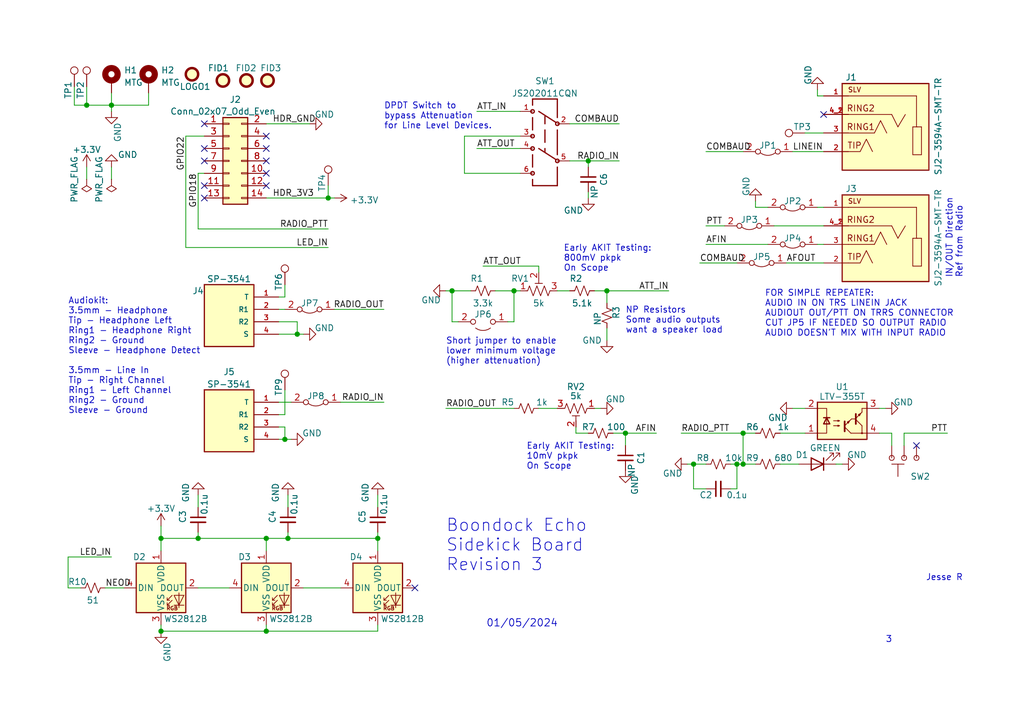
<source format=kicad_sch>
(kicad_sch (version 20211123) (generator eeschema)

  (uuid 72da367a-4163-4ca9-bca8-1c8cf834fce3)

  (paper "A5")

  (lib_symbols
    (symbol "Boondock-r1:3314J-1-103E" (pin_names (offset 1.016)) (in_bom yes) (on_board yes)
      (property "Reference" "RV?" (id 0) (at -6.35 2.54 0)
        (effects (font (size 1.27 1.27)) (justify left bottom))
      )
      (property "Value" "3314J-1-103E" (id 1) (at -5.08 -5.08 0)
        (effects (font (size 1.27 1.27)) (justify left bottom))
      )
      (property "Footprint" "Boondock-r1:TRIM_3314J-1-103E" (id 2) (at 0 -7.62 0)
        (effects (font (size 1.27 1.27)) (justify bottom) hide)
      )
      (property "Datasheet" "" (id 3) (at 0 0 0)
        (effects (font (size 1.27 1.27)) hide)
      )
      (property "MANUFACTURER" "Bourns" (id 4) (at -1.27 -7.62 0)
        (effects (font (size 1.27 1.27)) (justify bottom) hide)
      )
      (property "STANDARD" "Manufacturer Recommendation" (id 5) (at 0 -6.35 0)
        (effects (font (size 1.27 1.27)) (justify bottom) hide)
      )
      (symbol "3314J-1-103E_0_1"
        (polyline
          (pts
            (xy -2.286 0)
            (xy -2.54 0)
          )
          (stroke (width 0) (type default) (color 0 0 0 0))
          (fill (type none))
        )
        (polyline
          (pts
            (xy -0.762 1.524)
            (xy 0.762 1.524)
          )
          (stroke (width 0) (type default) (color 0 0 0 0))
          (fill (type none))
        )
        (polyline
          (pts
            (xy 0 2.54)
            (xy 0 1.524)
          )
          (stroke (width 0) (type default) (color 0 0 0 0))
          (fill (type none))
        )
        (polyline
          (pts
            (xy 2.286 0)
            (xy 2.54 0)
          )
          (stroke (width 0) (type default) (color 0 0 0 0))
          (fill (type none))
        )
        (polyline
          (pts
            (xy -2.286 0)
            (xy -1.905 1.016)
            (xy -1.524 0)
            (xy -1.143 -1.016)
            (xy -0.762 0)
          )
          (stroke (width 0) (type default) (color 0 0 0 0))
          (fill (type none))
        )
        (polyline
          (pts
            (xy -0.762 0)
            (xy -0.381 1.016)
            (xy 0 0)
            (xy 0.381 -1.016)
            (xy 0.762 0)
          )
          (stroke (width 0) (type default) (color 0 0 0 0))
          (fill (type none))
        )
        (polyline
          (pts
            (xy 0.762 0)
            (xy 1.143 1.016)
            (xy 1.524 0)
            (xy 1.905 -1.016)
            (xy 2.286 0)
          )
          (stroke (width 0) (type default) (color 0 0 0 0))
          (fill (type none))
        )
      )
      (symbol "3314J-1-103E_1_1"
        (pin passive line (at -3.81 0 0) (length 1.27)
          (name "" (effects (font (size 1.27 1.27))))
          (number "1" (effects (font (size 1.27 1.27))))
        )
        (pin passive line (at 0 3.81 270) (length 1.27)
          (name "" (effects (font (size 1.27 1.27))))
          (number "2" (effects (font (size 1.27 1.27))))
        )
        (pin passive line (at 3.81 0 180) (length 1.27)
          (name "" (effects (font (size 1.27 1.27))))
          (number "3" (effects (font (size 1.27 1.27))))
        )
      )
    )
    (symbol "Boondock-r1:JS202011CQN" (pin_names (offset 1.016)) (in_bom yes) (on_board yes)
      (property "Reference" "SW?" (id 0) (at -2.54 8.128 0)
        (effects (font (size 1.27 1.27)) (justify left bottom))
      )
      (property "Value" "JS202011CQN" (id 1) (at -2.54 -12.7 0)
        (effects (font (size 1.27 1.27)) (justify left bottom))
      )
      (property "Footprint" "Boondock-r1:JS202011CQN" (id 2) (at 1.27 10.16 0)
        (effects (font (size 1.27 1.27)) (justify bottom) hide)
      )
      (property "Datasheet" "" (id 3) (at 0 0 0)
        (effects (font (size 1.27 1.27)) hide)
      )
      (property "Description" "\nSwitch, Slide, DPDT, ON-ON, Top Slide, 300mA, 6VDC, ThruHole, PC Pin | C&K JS202011CQN\n" (id 4) (at 0 0 0)
        (effects (font (size 1.27 1.27)) (justify bottom) hide)
      )
      (property "MFG" "C&K" (id 5) (at 0 0 0)
        (effects (font (size 1.27 1.27)) (justify bottom) hide)
      )
      (property "Package" "None" (id 6) (at 0 0 0)
        (effects (font (size 1.27 1.27)) (justify bottom) hide)
      )
      (property "MFG PN" "JS202011CQN" (id 7) (at 0 0 0)
        (effects (font (size 1.27 1.27)) (justify bottom) hide)
      )
      (property "ki_description" "DPDT Thru Hole Switch" (id 8) (at 0 0 0)
        (effects (font (size 1.27 1.27)) hide)
      )
      (symbol "JS202011CQN_0_0"
        (circle (center -2.54 -5.08) (radius 0.3592)
          (stroke (width 0.254) (type default) (color 0 0 0 0))
          (fill (type none))
        )
        (circle (center -2.54 2.54) (radius 0.3592)
          (stroke (width 0.254) (type default) (color 0 0 0 0))
          (fill (type none))
        )
        (polyline
          (pts
            (xy -2.54 -10.16)
            (xy 2.54 -10.16)
          )
          (stroke (width 0.254) (type default) (color 0 0 0 0))
          (fill (type none))
        )
        (polyline
          (pts
            (xy -2.54 -6.35)
            (xy -2.54 -10.16)
          )
          (stroke (width 0.254) (type default) (color 0 0 0 0))
          (fill (type none))
        )
        (polyline
          (pts
            (xy -2.54 1.27)
            (xy -2.54 -3.81)
          )
          (stroke (width 0.254) (type default) (color 0 0 0 0))
          (fill (type none))
        )
        (polyline
          (pts
            (xy -2.54 7.62)
            (xy -2.54 3.81)
          )
          (stroke (width 0.254) (type default) (color 0 0 0 0))
          (fill (type none))
        )
        (polyline
          (pts
            (xy -2.286 -4.826)
            (xy 1.27 -2.54)
          )
          (stroke (width 0.254) (type default) (color 0 0 0 0))
          (fill (type none))
        )
        (polyline
          (pts
            (xy 0 -2.54)
            (xy 0 -3.302)
          )
          (stroke (width 0.254) (type default) (color 0 0 0 0))
          (fill (type none))
        )
        (polyline
          (pts
            (xy 0 1.27)
            (xy 0 -1.27)
          )
          (stroke (width 0.254) (type default) (color 0 0 0 0))
          (fill (type none))
        )
        (polyline
          (pts
            (xy 0 4.064)
            (xy 0 2.54)
          )
          (stroke (width 0.254) (type default) (color 0 0 0 0))
          (fill (type none))
        )
        (polyline
          (pts
            (xy 1.27 5.08)
            (xy -2.286 2.794)
          )
          (stroke (width 0.254) (type default) (color 0 0 0 0))
          (fill (type none))
        )
        (polyline
          (pts
            (xy 2.54 -10.16)
            (xy 2.54 -8.89)
          )
          (stroke (width 0.254) (type default) (color 0 0 0 0))
          (fill (type none))
        )
        (polyline
          (pts
            (xy 2.54 -6.35)
            (xy 2.54 -3.81)
          )
          (stroke (width 0.254) (type default) (color 0 0 0 0))
          (fill (type none))
        )
        (polyline
          (pts
            (xy 2.54 3.81)
            (xy 2.54 1.27)
          )
          (stroke (width 0.254) (type default) (color 0 0 0 0))
          (fill (type none))
        )
        (polyline
          (pts
            (xy 2.54 6.35)
            (xy 2.54 7.62)
          )
          (stroke (width 0.254) (type default) (color 0 0 0 0))
          (fill (type none))
        )
        (polyline
          (pts
            (xy 2.54 7.62)
            (xy -2.54 7.62)
          )
          (stroke (width 0.254) (type default) (color 0 0 0 0))
          (fill (type none))
        )
        (circle (center 2.54 -7.62) (radius 0.3592)
          (stroke (width 0.254) (type default) (color 0 0 0 0))
          (fill (type none))
        )
        (circle (center 2.54 -2.54) (radius 0.3592)
          (stroke (width 0.254) (type default) (color 0 0 0 0))
          (fill (type none))
        )
        (circle (center 2.54 0) (radius 0.3592)
          (stroke (width 0.254) (type default) (color 0 0 0 0))
          (fill (type none))
        )
        (circle (center 2.54 5.08) (radius 0.3592)
          (stroke (width 0.254) (type default) (color 0 0 0 0))
          (fill (type none))
        )
        (pin bidirectional line (at 5.08 5.08 180) (length 2.54)
          (name "~" (effects (font (size 1.016 1.016))))
          (number "1" (effects (font (size 1.016 1.016))))
        )
        (pin bidirectional line (at -5.08 2.54 0) (length 2.54)
          (name "~" (effects (font (size 1.016 1.016))))
          (number "2" (effects (font (size 1.016 1.016))))
        )
        (pin bidirectional line (at 5.08 0 180) (length 2.54)
          (name "~" (effects (font (size 1.016 1.016))))
          (number "3" (effects (font (size 1.016 1.016))))
        )
        (pin bidirectional line (at 5.08 -2.54 180) (length 2.54)
          (name "~" (effects (font (size 1.016 1.016))))
          (number "4" (effects (font (size 1.016 1.016))))
        )
        (pin bidirectional line (at -5.08 -5.08 0) (length 2.54)
          (name "~" (effects (font (size 1.016 1.016))))
          (number "5" (effects (font (size 1.016 1.016))))
        )
        (pin bidirectional line (at 5.08 -7.62 180) (length 2.54)
          (name "~" (effects (font (size 1.016 1.016))))
          (number "6" (effects (font (size 1.016 1.016))))
        )
      )
    )
    (symbol "Boondock-r1:SJ2-3594A-SMT-TR" (pin_names (offset 1.016)) (in_bom yes) (on_board yes)
      (property "Reference" "J" (id 0) (at -7.628 10.922 0)
        (effects (font (size 1.27 1.27)) (justify left bottom))
      )
      (property "Value" "SJ2-3594A-SMT-TR" (id 1) (at -8.89 -10.16 0)
        (effects (font (size 1.27 1.27)) (justify left bottom))
      )
      (property "Footprint" "Boondock-r1:SJ2-3594A-SMT-TR" (id 2) (at 22.86 10.16 0)
        (effects (font (size 1.27 1.27)) (justify bottom) hide)
      )
      (property "Datasheet" "" (id 3) (at -1.27 2.54 0)
        (effects (font (size 1.27 1.27)) hide)
      )
      (property "MAXIMUM_PACKAGE_HEIGHT" "6.4 mm" (id 4) (at 2.54 10.16 0)
        (effects (font (size 1.27 1.27)) (justify bottom) hide)
      )
      (property "Package" "None" (id 5) (at 1.27 10.16 0)
        (effects (font (size 1.27 1.27)) (justify bottom) hide)
      )
      (property "MFG PN" "SJ2-3594A-SMT-TR" (id 6) (at 8.89 10.16 0)
        (effects (font (size 1.27 1.27)) (justify bottom) hide)
      )
      (property "Description" "3.5 mm, Stereo, Right Angle, Surface Mount (SMT), Audio Jack Connector" (id 7) (at 35.56 10.16 0)
        (effects (font (size 1.27 1.27)) (justify bottom) hide)
      )
      (property "MANUFACTURER" "CUI Devices" (id 8) (at 5.08 10.16 0)
        (effects (font (size 1.27 1.27)) (justify bottom) hide)
      )
      (symbol "SJ2-3594A-SMT-TR_0_0"
        (rectangle (start -8.89 10.16) (end 8.89 -7.62)
          (stroke (width 0.254) (type default) (color 0 0 0 0))
          (fill (type background))
        )
        (polyline
          (pts
            (xy -7.366 -4.445)
            (xy -5.588 -4.445)
          )
          (stroke (width 0.1524) (type default) (color 0 0 0 0))
          (fill (type none))
        )
        (polyline
          (pts
            (xy -7.366 1.27)
            (xy -7.366 -4.445)
          )
          (stroke (width 0.1524) (type default) (color 0 0 0 0))
          (fill (type none))
        )
        (polyline
          (pts
            (xy -6.477 1.27)
            (xy -7.366 1.27)
          )
          (stroke (width 0.1524) (type default) (color 0 0 0 0))
          (fill (type none))
        )
        (polyline
          (pts
            (xy -6.35 7.62)
            (xy -6.35 1.27)
          )
          (stroke (width 0.1524) (type default) (color 0 0 0 0))
          (fill (type none))
        )
        (polyline
          (pts
            (xy -5.588 -4.445)
            (xy -5.588 1.27)
          )
          (stroke (width 0.1524) (type default) (color 0 0 0 0))
          (fill (type none))
        )
        (polyline
          (pts
            (xy -5.588 1.27)
            (xy -6.477 1.27)
          )
          (stroke (width 0.1524) (type default) (color 0 0 0 0))
          (fill (type none))
        )
        (polyline
          (pts
            (xy -2.54 1.27)
            (xy -4.064 3.81)
          )
          (stroke (width 0.1524) (type default) (color 0 0 0 0))
          (fill (type none))
        )
        (polyline
          (pts
            (xy -1.27 3.81)
            (xy -2.54 1.27)
          )
          (stroke (width 0.1524) (type default) (color 0 0 0 0))
          (fill (type none))
        )
        (polyline
          (pts
            (xy 1.016 2.54)
            (xy -0.254 0)
          )
          (stroke (width 0.1524) (type default) (color 0 0 0 0))
          (fill (type none))
        )
        (polyline
          (pts
            (xy 2.286 0)
            (xy 1.016 2.54)
          )
          (stroke (width 0.1524) (type default) (color 0 0 0 0))
          (fill (type none))
        )
        (polyline
          (pts
            (xy 3.937 -1.27)
            (xy 2.667 -3.81)
          )
          (stroke (width 0.1524) (type default) (color 0 0 0 0))
          (fill (type none))
        )
        (polyline
          (pts
            (xy 5.207 -3.81)
            (xy 3.937 -1.27)
          )
          (stroke (width 0.1524) (type default) (color 0 0 0 0))
          (fill (type none))
        )
        (polyline
          (pts
            (xy 7.62 -3.81)
            (xy 5.207 -3.81)
          )
          (stroke (width 0.1524) (type default) (color 0 0 0 0))
          (fill (type none))
        )
        (polyline
          (pts
            (xy 7.62 0)
            (xy 2.286 0)
          )
          (stroke (width 0.1524) (type default) (color 0 0 0 0))
          (fill (type none))
        )
        (polyline
          (pts
            (xy 7.62 3.81)
            (xy -1.27 3.81)
          )
          (stroke (width 0.1524) (type default) (color 0 0 0 0))
          (fill (type none))
        )
        (polyline
          (pts
            (xy 7.62 7.62)
            (xy -6.35 7.62)
          )
          (stroke (width 0.1524) (type default) (color 0 0 0 0))
          (fill (type none))
        )
        (text "RING1" (at 5.08 1.27 0)
          (effects (font (size 1.27 1.27)))
        )
        (text "RING2" (at 5.08 5.08 0)
          (effects (font (size 1.27 1.27)))
        )
        (text "SLV" (at 6.35 8.89 0)
          (effects (font (size 1 1)))
        )
        (text "TIP" (at 6.35 -2.54 0)
          (effects (font (size 1.27 1.27)))
        )
        (pin passive line (at 12.7 7.62 180) (length 5.08)
          (name "~" (effects (font (size 1.016 1.016))))
          (number "1" (effects (font (size 1.016 1.016))))
        )
        (pin passive line (at 12.7 -3.81 180) (length 5.08)
          (name "~" (effects (font (size 1.016 1.016))))
          (number "2" (effects (font (size 1.016 1.016))))
        )
        (pin passive line (at 12.7 0 180) (length 5.08)
          (name "~" (effects (font (size 1.016 1.016))))
          (number "3" (effects (font (size 1.016 1.016))))
        )
        (pin passive line (at 12.7 3.81 180) (length 5.08)
          (name "~" (effects (font (size 1.016 1.016))))
          (number "4_1" (effects (font (size 1.016 1.016))))
        )
        (pin passive line (at 12.7 3.81 180) (length 5.08)
          (name "~" (effects (font (size 1.016 1.016))))
          (number "4_2" (effects (font (size 1.016 1.016))))
        )
      )
    )
    (symbol "Boondock-r1:SP-3541" (pin_names (offset 1.016)) (in_bom yes) (on_board yes)
      (property "Reference" "J" (id 0) (at -5.0895 5.7204 0)
        (effects (font (size 1.27 1.27)) (justify left bottom))
      )
      (property "Value" "SP-3541" (id 1) (at -5.1002 -10.1802 0)
        (effects (font (size 1.27 1.27)) (justify left bottom))
      )
      (property "Footprint" "Boondock-r1:SP-3541" (id 2) (at 0 0 0)
        (effects (font (size 1.27 1.27)) (justify bottom) hide)
      )
      (property "Datasheet" "" (id 3) (at 0 0 0)
        (effects (font (size 1.27 1.27)) hide)
      )
      (property "MAXIMUM_PACKAGE_HEIGHT" "5 mm" (id 4) (at 0 0 0)
        (effects (font (size 1.27 1.27)) (justify bottom) hide)
      )
      (property "PART_REV" "1.0" (id 5) (at 0 0 0)
        (effects (font (size 1.27 1.27)) (justify bottom) hide)
      )
      (property "STANDARD" "Manufacturer Recommendation" (id 6) (at 0 0 0)
        (effects (font (size 1.27 1.27)) (justify bottom) hide)
      )
      (property "SNAPEDA_PN" "SP-3541" (id 7) (at 0 0 0)
        (effects (font (size 1.27 1.27)) (justify bottom) hide)
      )
      (property "MANUFACTURER" "CUI Devices" (id 8) (at 0 0 0)
        (effects (font (size 1.27 1.27)) (justify bottom) hide)
      )
      (property "ki_description" "3.5mm TRRS Header" (id 9) (at 0 0 0)
        (effects (font (size 1.27 1.27)) hide)
      )
      (symbol "SP-3541_0_0"
        (rectangle (start -5.08 -7.62) (end 5.08 5.08)
          (stroke (width 0.254) (type default) (color 0 0 0 0))
          (fill (type background))
        )
        (pin passive line (at 10.16 2.54 180) (length 5.08)
          (name "T" (effects (font (size 1.016 1.016))))
          (number "1" (effects (font (size 1.016 1.016))))
        )
        (pin passive line (at 10.16 0 180) (length 5.08)
          (name "R1" (effects (font (size 1.016 1.016))))
          (number "2" (effects (font (size 1.016 1.016))))
        )
        (pin passive line (at 10.16 -2.54 180) (length 5.08)
          (name "R2" (effects (font (size 1.016 1.016))))
          (number "3" (effects (font (size 1.016 1.016))))
        )
        (pin passive line (at 10.16 -5.08 180) (length 5.08)
          (name "S" (effects (font (size 1.016 1.016))))
          (number "4" (effects (font (size 1.016 1.016))))
        )
      )
    )
    (symbol "Boondock-r1:SW_SLIDE_SPDT" (pin_numbers hide) (pin_names (offset 1.016) hide) (in_bom yes) (on_board yes)
      (property "Reference" "SW" (id 0) (at 3.81 3.81 0)
        (effects (font (size 1.27 1.27)) (justify left))
      )
      (property "Value" "SW_SLIDE_SPDT" (id 1) (at 0 6.35 0)
        (effects (font (size 1.27 1.27)) hide)
      )
      (property "Footprint" "Boondock-r1:SW_JS102011SAQN" (id 2) (at 0 5.08 0)
        (effects (font (size 1.27 1.27)) hide)
      )
      (property "Datasheet" "~" (id 3) (at 0 5.08 0)
        (effects (font (size 1.27 1.27)) hide)
      )
      (property "ki_keywords" "switch normally-open pushbutton push-button" (id 4) (at 0 0 0)
        (effects (font (size 1.27 1.27)) hide)
      )
      (property "ki_description" "Push button switch, generic, two pins" (id 5) (at 0 0 0)
        (effects (font (size 1.27 1.27)) hide)
      )
      (symbol "SW_SLIDE_SPDT_0_1"
        (circle (center -2.54 0) (radius 0.508)
          (stroke (width 0) (type default) (color 0 0 0 0))
          (fill (type none))
        )
        (polyline
          (pts
            (xy 1.27 1.27)
            (xy 1.27 3.81)
          )
          (stroke (width 0) (type default) (color 0 0 0 0))
          (fill (type none))
        )
        (polyline
          (pts
            (xy 2.54 1.27)
            (xy 0 1.27)
          )
          (stroke (width 0) (type default) (color 0 0 0 0))
          (fill (type none))
        )
        (circle (center 0 0) (radius 0.508)
          (stroke (width 0) (type default) (color 0 0 0 0))
          (fill (type none))
        )
        (circle (center 2.54 0) (radius 0.508)
          (stroke (width 0) (type default) (color 0 0 0 0))
          (fill (type none))
        )
        (pin passive line (at 2.54 -2.54 90) (length 2.54)
          (name "NC" (effects (font (size 1.27 1.27))))
          (number "1" (effects (font (size 1.27 1.27))))
        )
        (pin passive line (at 0 -2.54 90) (length 2.54)
          (name "CO" (effects (font (size 1.27 1.27))))
          (number "2" (effects (font (size 1.27 1.27))))
        )
        (pin passive line (at -2.54 -2.54 90) (length 2.54)
          (name "NO" (effects (font (size 1.27 1.27))))
          (number "3" (effects (font (size 1.27 1.27))))
        )
      )
    )
    (symbol "Connector:TestPoint" (pin_numbers hide) (pin_names (offset 0.762) hide) (in_bom yes) (on_board yes)
      (property "Reference" "TP" (id 0) (at 0 6.858 0)
        (effects (font (size 1.27 1.27)))
      )
      (property "Value" "TestPoint" (id 1) (at 0 5.08 0)
        (effects (font (size 1.27 1.27)))
      )
      (property "Footprint" "" (id 2) (at 5.08 0 0)
        (effects (font (size 1.27 1.27)) hide)
      )
      (property "Datasheet" "~" (id 3) (at 5.08 0 0)
        (effects (font (size 1.27 1.27)) hide)
      )
      (property "ki_keywords" "test point tp" (id 4) (at 0 0 0)
        (effects (font (size 1.27 1.27)) hide)
      )
      (property "ki_description" "test point" (id 5) (at 0 0 0)
        (effects (font (size 1.27 1.27)) hide)
      )
      (property "ki_fp_filters" "Pin* Test*" (id 6) (at 0 0 0)
        (effects (font (size 1.27 1.27)) hide)
      )
      (symbol "TestPoint_0_1"
        (circle (center 0 3.302) (radius 0.762)
          (stroke (width 0) (type default) (color 0 0 0 0))
          (fill (type none))
        )
      )
      (symbol "TestPoint_1_1"
        (pin passive line (at 0 0 90) (length 2.54)
          (name "1" (effects (font (size 1.27 1.27))))
          (number "1" (effects (font (size 1.27 1.27))))
        )
      )
    )
    (symbol "Connector_Generic:Conn_02x07_Odd_Even" (pin_names (offset 1.016) hide) (in_bom yes) (on_board yes)
      (property "Reference" "J" (id 0) (at 1.27 10.16 0)
        (effects (font (size 1.27 1.27)))
      )
      (property "Value" "Conn_02x07_Odd_Even" (id 1) (at 1.27 -10.16 0)
        (effects (font (size 1.27 1.27)))
      )
      (property "Footprint" "" (id 2) (at 0 0 0)
        (effects (font (size 1.27 1.27)) hide)
      )
      (property "Datasheet" "~" (id 3) (at 0 0 0)
        (effects (font (size 1.27 1.27)) hide)
      )
      (property "ki_keywords" "connector" (id 4) (at 0 0 0)
        (effects (font (size 1.27 1.27)) hide)
      )
      (property "ki_description" "Generic connector, double row, 02x07, odd/even pin numbering scheme (row 1 odd numbers, row 2 even numbers), script generated (kicad-library-utils/schlib/autogen/connector/)" (id 5) (at 0 0 0)
        (effects (font (size 1.27 1.27)) hide)
      )
      (property "ki_fp_filters" "Connector*:*_2x??_*" (id 6) (at 0 0 0)
        (effects (font (size 1.27 1.27)) hide)
      )
      (symbol "Conn_02x07_Odd_Even_1_1"
        (rectangle (start -1.27 -7.493) (end 0 -7.747)
          (stroke (width 0.1524) (type default) (color 0 0 0 0))
          (fill (type none))
        )
        (rectangle (start -1.27 -4.953) (end 0 -5.207)
          (stroke (width 0.1524) (type default) (color 0 0 0 0))
          (fill (type none))
        )
        (rectangle (start -1.27 -2.413) (end 0 -2.667)
          (stroke (width 0.1524) (type default) (color 0 0 0 0))
          (fill (type none))
        )
        (rectangle (start -1.27 0.127) (end 0 -0.127)
          (stroke (width 0.1524) (type default) (color 0 0 0 0))
          (fill (type none))
        )
        (rectangle (start -1.27 2.667) (end 0 2.413)
          (stroke (width 0.1524) (type default) (color 0 0 0 0))
          (fill (type none))
        )
        (rectangle (start -1.27 5.207) (end 0 4.953)
          (stroke (width 0.1524) (type default) (color 0 0 0 0))
          (fill (type none))
        )
        (rectangle (start -1.27 7.747) (end 0 7.493)
          (stroke (width 0.1524) (type default) (color 0 0 0 0))
          (fill (type none))
        )
        (rectangle (start -1.27 8.89) (end 3.81 -8.89)
          (stroke (width 0.254) (type default) (color 0 0 0 0))
          (fill (type background))
        )
        (rectangle (start 3.81 -7.493) (end 2.54 -7.747)
          (stroke (width 0.1524) (type default) (color 0 0 0 0))
          (fill (type none))
        )
        (rectangle (start 3.81 -4.953) (end 2.54 -5.207)
          (stroke (width 0.1524) (type default) (color 0 0 0 0))
          (fill (type none))
        )
        (rectangle (start 3.81 -2.413) (end 2.54 -2.667)
          (stroke (width 0.1524) (type default) (color 0 0 0 0))
          (fill (type none))
        )
        (rectangle (start 3.81 0.127) (end 2.54 -0.127)
          (stroke (width 0.1524) (type default) (color 0 0 0 0))
          (fill (type none))
        )
        (rectangle (start 3.81 2.667) (end 2.54 2.413)
          (stroke (width 0.1524) (type default) (color 0 0 0 0))
          (fill (type none))
        )
        (rectangle (start 3.81 5.207) (end 2.54 4.953)
          (stroke (width 0.1524) (type default) (color 0 0 0 0))
          (fill (type none))
        )
        (rectangle (start 3.81 7.747) (end 2.54 7.493)
          (stroke (width 0.1524) (type default) (color 0 0 0 0))
          (fill (type none))
        )
        (pin passive line (at -5.08 7.62 0) (length 3.81)
          (name "Pin_1" (effects (font (size 1.27 1.27))))
          (number "1" (effects (font (size 1.27 1.27))))
        )
        (pin passive line (at 7.62 -2.54 180) (length 3.81)
          (name "Pin_10" (effects (font (size 1.27 1.27))))
          (number "10" (effects (font (size 1.27 1.27))))
        )
        (pin passive line (at -5.08 -5.08 0) (length 3.81)
          (name "Pin_11" (effects (font (size 1.27 1.27))))
          (number "11" (effects (font (size 1.27 1.27))))
        )
        (pin passive line (at 7.62 -5.08 180) (length 3.81)
          (name "Pin_12" (effects (font (size 1.27 1.27))))
          (number "12" (effects (font (size 1.27 1.27))))
        )
        (pin passive line (at -5.08 -7.62 0) (length 3.81)
          (name "Pin_13" (effects (font (size 1.27 1.27))))
          (number "13" (effects (font (size 1.27 1.27))))
        )
        (pin passive line (at 7.62 -7.62 180) (length 3.81)
          (name "Pin_14" (effects (font (size 1.27 1.27))))
          (number "14" (effects (font (size 1.27 1.27))))
        )
        (pin passive line (at 7.62 7.62 180) (length 3.81)
          (name "Pin_2" (effects (font (size 1.27 1.27))))
          (number "2" (effects (font (size 1.27 1.27))))
        )
        (pin passive line (at -5.08 5.08 0) (length 3.81)
          (name "Pin_3" (effects (font (size 1.27 1.27))))
          (number "3" (effects (font (size 1.27 1.27))))
        )
        (pin passive line (at 7.62 5.08 180) (length 3.81)
          (name "Pin_4" (effects (font (size 1.27 1.27))))
          (number "4" (effects (font (size 1.27 1.27))))
        )
        (pin passive line (at -5.08 2.54 0) (length 3.81)
          (name "Pin_5" (effects (font (size 1.27 1.27))))
          (number "5" (effects (font (size 1.27 1.27))))
        )
        (pin passive line (at 7.62 2.54 180) (length 3.81)
          (name "Pin_6" (effects (font (size 1.27 1.27))))
          (number "6" (effects (font (size 1.27 1.27))))
        )
        (pin passive line (at -5.08 0 0) (length 3.81)
          (name "Pin_7" (effects (font (size 1.27 1.27))))
          (number "7" (effects (font (size 1.27 1.27))))
        )
        (pin passive line (at 7.62 0 180) (length 3.81)
          (name "Pin_8" (effects (font (size 1.27 1.27))))
          (number "8" (effects (font (size 1.27 1.27))))
        )
        (pin passive line (at -5.08 -2.54 0) (length 3.81)
          (name "Pin_9" (effects (font (size 1.27 1.27))))
          (number "9" (effects (font (size 1.27 1.27))))
        )
      )
    )
    (symbol "Device:C_Small" (pin_numbers hide) (pin_names (offset 0.254) hide) (in_bom yes) (on_board yes)
      (property "Reference" "C" (id 0) (at 0.254 1.778 0)
        (effects (font (size 1.27 1.27)) (justify left))
      )
      (property "Value" "C_Small" (id 1) (at 0.254 -2.032 0)
        (effects (font (size 1.27 1.27)) (justify left))
      )
      (property "Footprint" "" (id 2) (at 0 0 0)
        (effects (font (size 1.27 1.27)) hide)
      )
      (property "Datasheet" "~" (id 3) (at 0 0 0)
        (effects (font (size 1.27 1.27)) hide)
      )
      (property "ki_keywords" "capacitor cap" (id 4) (at 0 0 0)
        (effects (font (size 1.27 1.27)) hide)
      )
      (property "ki_description" "Unpolarized capacitor, small symbol" (id 5) (at 0 0 0)
        (effects (font (size 1.27 1.27)) hide)
      )
      (property "ki_fp_filters" "C_*" (id 6) (at 0 0 0)
        (effects (font (size 1.27 1.27)) hide)
      )
      (symbol "C_Small_0_1"
        (polyline
          (pts
            (xy -1.524 -0.508)
            (xy 1.524 -0.508)
          )
          (stroke (width 0.3302) (type default) (color 0 0 0 0))
          (fill (type none))
        )
        (polyline
          (pts
            (xy -1.524 0.508)
            (xy 1.524 0.508)
          )
          (stroke (width 0.3048) (type default) (color 0 0 0 0))
          (fill (type none))
        )
      )
      (symbol "C_Small_1_1"
        (pin passive line (at 0 2.54 270) (length 2.032)
          (name "~" (effects (font (size 1.27 1.27))))
          (number "1" (effects (font (size 1.27 1.27))))
        )
        (pin passive line (at 0 -2.54 90) (length 2.032)
          (name "~" (effects (font (size 1.27 1.27))))
          (number "2" (effects (font (size 1.27 1.27))))
        )
      )
    )
    (symbol "Device:LED" (pin_numbers hide) (pin_names (offset 1.016) hide) (in_bom yes) (on_board yes)
      (property "Reference" "D" (id 0) (at 0 2.54 0)
        (effects (font (size 1.27 1.27)))
      )
      (property "Value" "LED" (id 1) (at 0 -2.54 0)
        (effects (font (size 1.27 1.27)))
      )
      (property "Footprint" "" (id 2) (at 0 0 0)
        (effects (font (size 1.27 1.27)) hide)
      )
      (property "Datasheet" "~" (id 3) (at 0 0 0)
        (effects (font (size 1.27 1.27)) hide)
      )
      (property "ki_keywords" "LED diode" (id 4) (at 0 0 0)
        (effects (font (size 1.27 1.27)) hide)
      )
      (property "ki_description" "Light emitting diode" (id 5) (at 0 0 0)
        (effects (font (size 1.27 1.27)) hide)
      )
      (property "ki_fp_filters" "LED* LED_SMD:* LED_THT:*" (id 6) (at 0 0 0)
        (effects (font (size 1.27 1.27)) hide)
      )
      (symbol "LED_0_1"
        (polyline
          (pts
            (xy -1.27 -1.27)
            (xy -1.27 1.27)
          )
          (stroke (width 0.254) (type default) (color 0 0 0 0))
          (fill (type none))
        )
        (polyline
          (pts
            (xy -1.27 0)
            (xy 1.27 0)
          )
          (stroke (width 0) (type default) (color 0 0 0 0))
          (fill (type none))
        )
        (polyline
          (pts
            (xy 1.27 -1.27)
            (xy 1.27 1.27)
            (xy -1.27 0)
            (xy 1.27 -1.27)
          )
          (stroke (width 0.254) (type default) (color 0 0 0 0))
          (fill (type none))
        )
        (polyline
          (pts
            (xy -3.048 -0.762)
            (xy -4.572 -2.286)
            (xy -3.81 -2.286)
            (xy -4.572 -2.286)
            (xy -4.572 -1.524)
          )
          (stroke (width 0) (type default) (color 0 0 0 0))
          (fill (type none))
        )
        (polyline
          (pts
            (xy -1.778 -0.762)
            (xy -3.302 -2.286)
            (xy -2.54 -2.286)
            (xy -3.302 -2.286)
            (xy -3.302 -1.524)
          )
          (stroke (width 0) (type default) (color 0 0 0 0))
          (fill (type none))
        )
      )
      (symbol "LED_1_1"
        (pin passive line (at -3.81 0 0) (length 2.54)
          (name "K" (effects (font (size 1.27 1.27))))
          (number "1" (effects (font (size 1.27 1.27))))
        )
        (pin passive line (at 3.81 0 180) (length 2.54)
          (name "A" (effects (font (size 1.27 1.27))))
          (number "2" (effects (font (size 1.27 1.27))))
        )
      )
    )
    (symbol "Device:R_Small_US" (pin_numbers hide) (pin_names (offset 0.254) hide) (in_bom yes) (on_board yes)
      (property "Reference" "R" (id 0) (at 0.762 0.508 0)
        (effects (font (size 1.27 1.27)) (justify left))
      )
      (property "Value" "R_Small_US" (id 1) (at 0.762 -1.016 0)
        (effects (font (size 1.27 1.27)) (justify left))
      )
      (property "Footprint" "" (id 2) (at 0 0 0)
        (effects (font (size 1.27 1.27)) hide)
      )
      (property "Datasheet" "~" (id 3) (at 0 0 0)
        (effects (font (size 1.27 1.27)) hide)
      )
      (property "ki_keywords" "r resistor" (id 4) (at 0 0 0)
        (effects (font (size 1.27 1.27)) hide)
      )
      (property "ki_description" "Resistor, small US symbol" (id 5) (at 0 0 0)
        (effects (font (size 1.27 1.27)) hide)
      )
      (property "ki_fp_filters" "R_*" (id 6) (at 0 0 0)
        (effects (font (size 1.27 1.27)) hide)
      )
      (symbol "R_Small_US_1_1"
        (polyline
          (pts
            (xy 0 0)
            (xy 1.016 -0.381)
            (xy 0 -0.762)
            (xy -1.016 -1.143)
            (xy 0 -1.524)
          )
          (stroke (width 0) (type default) (color 0 0 0 0))
          (fill (type none))
        )
        (polyline
          (pts
            (xy 0 1.524)
            (xy 1.016 1.143)
            (xy 0 0.762)
            (xy -1.016 0.381)
            (xy 0 0)
          )
          (stroke (width 0) (type default) (color 0 0 0 0))
          (fill (type none))
        )
        (pin passive line (at 0 2.54 270) (length 1.016)
          (name "~" (effects (font (size 1.27 1.27))))
          (number "1" (effects (font (size 1.27 1.27))))
        )
        (pin passive line (at 0 -2.54 90) (length 1.016)
          (name "~" (effects (font (size 1.27 1.27))))
          (number "2" (effects (font (size 1.27 1.27))))
        )
      )
    )
    (symbol "Isolator:LTV-355T" (pin_names (offset 1.016)) (in_bom yes) (on_board yes)
      (property "Reference" "U" (id 0) (at -5.334 4.826 0)
        (effects (font (size 1.27 1.27)) (justify left))
      )
      (property "Value" "LTV-355T" (id 1) (at 0 5.08 0)
        (effects (font (size 1.27 1.27)) (justify left))
      )
      (property "Footprint" "Package_SO:SO-4_4.4x3.6mm_P2.54mm" (id 2) (at -5.08 -5.08 0)
        (effects (font (size 1.27 1.27) italic) (justify left) hide)
      )
      (property "Datasheet" "http://optoelectronics.liteon.com/upload/download/DS70-2001-006/S_110_LTV-355T%2020140520.pdf" (id 3) (at 0 0 0)
        (effects (font (size 1.27 1.27)) (justify left) hide)
      )
      (property "ki_keywords" "NPN Darlington DC Optocoupler" (id 4) (at 0 0 0)
        (effects (font (size 1.27 1.27)) hide)
      )
      (property "ki_description" "DC Darlington Optocoupler, Vce 35V, CTR 600%, SO-4" (id 5) (at 0 0 0)
        (effects (font (size 1.27 1.27)) hide)
      )
      (property "ki_fp_filters" "SO*4.4x3.6mm*P2.54mm*" (id 6) (at 0 0 0)
        (effects (font (size 1.27 1.27)) hide)
      )
      (symbol "LTV-355T_0_1"
        (rectangle (start -5.08 3.81) (end 5.08 -3.81)
          (stroke (width 0.254) (type default) (color 0 0 0 0))
          (fill (type background))
        )
        (polyline
          (pts
            (xy -3.81 -0.635)
            (xy -2.54 -0.635)
          )
          (stroke (width 0.254) (type default) (color 0 0 0 0))
          (fill (type none))
        )
        (polyline
          (pts
            (xy 0.508 1.016)
            (xy 1.905 -0.381)
          )
          (stroke (width 0) (type default) (color 0 0 0 0))
          (fill (type none))
        )
        (polyline
          (pts
            (xy 0.508 1.27)
            (xy 1.778 2.54)
          )
          (stroke (width 0) (type default) (color 0 0 0 0))
          (fill (type none))
        )
        (polyline
          (pts
            (xy 0.508 2.159)
            (xy 0.508 0.127)
          )
          (stroke (width 0.3556) (type default) (color 0 0 0 0))
          (fill (type none))
        )
        (polyline
          (pts
            (xy 1.778 2.54)
            (xy 5.08 2.54)
          )
          (stroke (width 0) (type default) (color 0 0 0 0))
          (fill (type none))
        )
        (polyline
          (pts
            (xy 2.794 -0.508)
            (xy 4.064 -1.778)
          )
          (stroke (width 0) (type default) (color 0 0 0 0))
          (fill (type none))
        )
        (polyline
          (pts
            (xy 2.794 -0.381)
            (xy 1.905 -0.381)
          )
          (stroke (width 0) (type default) (color 0 0 0 0))
          (fill (type none))
        )
        (polyline
          (pts
            (xy 2.794 -0.254)
            (xy 4.064 1.016)
          )
          (stroke (width 0) (type default) (color 0 0 0 0))
          (fill (type none))
        )
        (polyline
          (pts
            (xy 4.064 -2.54)
            (xy 5.08 -2.54)
          )
          (stroke (width 0) (type default) (color 0 0 0 0))
          (fill (type none))
        )
        (polyline
          (pts
            (xy 4.064 -1.778)
            (xy 4.064 -2.54)
          )
          (stroke (width 0) (type default) (color 0 0 0 0))
          (fill (type none))
        )
        (polyline
          (pts
            (xy 4.064 1.016)
            (xy 4.064 2.54)
          )
          (stroke (width 0) (type default) (color 0 0 0 0))
          (fill (type none))
        )
        (polyline
          (pts
            (xy -5.08 2.54)
            (xy -3.175 2.54)
            (xy -3.175 -0.762)
          )
          (stroke (width 0) (type default) (color 0 0 0 0))
          (fill (type none))
        )
        (polyline
          (pts
            (xy -3.175 -0.635)
            (xy -3.175 -2.54)
            (xy -5.08 -2.54)
          )
          (stroke (width 0) (type default) (color 0 0 0 0))
          (fill (type none))
        )
        (polyline
          (pts
            (xy 2.794 0.635)
            (xy 2.794 -1.397)
            (xy 2.794 -1.397)
          )
          (stroke (width 0.3556) (type default) (color 0 0 0 0))
          (fill (type none))
        )
        (polyline
          (pts
            (xy -3.175 -0.635)
            (xy -3.81 0.635)
            (xy -2.54 0.635)
            (xy -3.175 -0.635)
          )
          (stroke (width 0.254) (type default) (color 0 0 0 0))
          (fill (type none))
        )
        (polyline
          (pts
            (xy 1.524 0)
            (xy 1.27 0.508)
            (xy 1.016 0.254)
            (xy 1.524 0)
          )
          (stroke (width 0) (type default) (color 0 0 0 0))
          (fill (type none))
        )
        (polyline
          (pts
            (xy 3.81 -1.524)
            (xy 3.556 -1.016)
            (xy 3.302 -1.27)
            (xy 3.81 -1.524)
          )
          (stroke (width 0) (type default) (color 0 0 0 0))
          (fill (type none))
        )
        (polyline
          (pts
            (xy -1.778 0)
            (xy -0.508 0)
            (xy -0.889 -0.127)
            (xy -0.889 0.127)
            (xy -0.508 0)
          )
          (stroke (width 0) (type default) (color 0 0 0 0))
          (fill (type none))
        )
        (polyline
          (pts
            (xy -1.778 1.016)
            (xy -0.508 1.016)
            (xy -0.889 0.889)
            (xy -0.889 1.143)
            (xy -0.508 1.016)
          )
          (stroke (width 0) (type default) (color 0 0 0 0))
          (fill (type none))
        )
        (circle (center 4.064 2.54) (radius 0.127)
          (stroke (width 0) (type default) (color 0 0 0 0))
          (fill (type none))
        )
      )
      (symbol "LTV-355T_1_1"
        (pin passive line (at -7.62 2.54 0) (length 2.54)
          (name "~" (effects (font (size 1.27 1.27))))
          (number "1" (effects (font (size 1.27 1.27))))
        )
        (pin passive line (at -7.62 -2.54 0) (length 2.54)
          (name "~" (effects (font (size 1.27 1.27))))
          (number "2" (effects (font (size 1.27 1.27))))
        )
        (pin passive line (at 7.62 -2.54 180) (length 2.54)
          (name "~" (effects (font (size 1.27 1.27))))
          (number "3" (effects (font (size 1.27 1.27))))
        )
        (pin passive line (at 7.62 2.54 180) (length 2.54)
          (name "~" (effects (font (size 1.27 1.27))))
          (number "4" (effects (font (size 1.27 1.27))))
        )
      )
    )
    (symbol "Jumper:Jumper_2_Bridged" (pin_names (offset 0) hide) (in_bom yes) (on_board yes)
      (property "Reference" "JP" (id 0) (at 0 1.905 0)
        (effects (font (size 1.27 1.27)))
      )
      (property "Value" "Jumper_2_Bridged" (id 1) (at 0 -2.54 0)
        (effects (font (size 1.27 1.27)))
      )
      (property "Footprint" "" (id 2) (at 0 0 0)
        (effects (font (size 1.27 1.27)) hide)
      )
      (property "Datasheet" "~" (id 3) (at 0 0 0)
        (effects (font (size 1.27 1.27)) hide)
      )
      (property "ki_keywords" "Jumper SPST" (id 4) (at 0 0 0)
        (effects (font (size 1.27 1.27)) hide)
      )
      (property "ki_description" "Jumper, 2-pole, closed/bridged" (id 5) (at 0 0 0)
        (effects (font (size 1.27 1.27)) hide)
      )
      (property "ki_fp_filters" "Jumper* TestPoint*2Pads* TestPoint*Bridge*" (id 6) (at 0 0 0)
        (effects (font (size 1.27 1.27)) hide)
      )
      (symbol "Jumper_2_Bridged_0_0"
        (circle (center -2.032 0) (radius 0.508)
          (stroke (width 0) (type default) (color 0 0 0 0))
          (fill (type none))
        )
        (circle (center 2.032 0) (radius 0.508)
          (stroke (width 0) (type default) (color 0 0 0 0))
          (fill (type none))
        )
      )
      (symbol "Jumper_2_Bridged_0_1"
        (arc (start 1.524 0.254) (mid 0 0.762) (end -1.524 0.254)
          (stroke (width 0) (type default) (color 0 0 0 0))
          (fill (type none))
        )
      )
      (symbol "Jumper_2_Bridged_1_1"
        (pin passive line (at -5.08 0 0) (length 2.54)
          (name "A" (effects (font (size 1.27 1.27))))
          (number "1" (effects (font (size 1.27 1.27))))
        )
        (pin passive line (at 5.08 0 180) (length 2.54)
          (name "B" (effects (font (size 1.27 1.27))))
          (number "2" (effects (font (size 1.27 1.27))))
        )
      )
    )
    (symbol "Jumper:Jumper_2_Open" (pin_names (offset 0) hide) (in_bom yes) (on_board yes)
      (property "Reference" "JP" (id 0) (at 0 2.794 0)
        (effects (font (size 1.27 1.27)))
      )
      (property "Value" "Jumper_2_Open" (id 1) (at 0 -2.286 0)
        (effects (font (size 1.27 1.27)))
      )
      (property "Footprint" "" (id 2) (at 0 0 0)
        (effects (font (size 1.27 1.27)) hide)
      )
      (property "Datasheet" "~" (id 3) (at 0 0 0)
        (effects (font (size 1.27 1.27)) hide)
      )
      (property "ki_keywords" "Jumper SPST" (id 4) (at 0 0 0)
        (effects (font (size 1.27 1.27)) hide)
      )
      (property "ki_description" "Jumper, 2-pole, open" (id 5) (at 0 0 0)
        (effects (font (size 1.27 1.27)) hide)
      )
      (property "ki_fp_filters" "Jumper* TestPoint*2Pads* TestPoint*Bridge*" (id 6) (at 0 0 0)
        (effects (font (size 1.27 1.27)) hide)
      )
      (symbol "Jumper_2_Open_0_0"
        (circle (center -2.032 0) (radius 0.508)
          (stroke (width 0) (type default) (color 0 0 0 0))
          (fill (type none))
        )
        (circle (center 2.032 0) (radius 0.508)
          (stroke (width 0) (type default) (color 0 0 0 0))
          (fill (type none))
        )
      )
      (symbol "Jumper_2_Open_0_1"
        (arc (start 1.524 1.27) (mid 0 1.778) (end -1.524 1.27)
          (stroke (width 0) (type default) (color 0 0 0 0))
          (fill (type none))
        )
      )
      (symbol "Jumper_2_Open_1_1"
        (pin passive line (at -5.08 0 0) (length 2.54)
          (name "A" (effects (font (size 1.27 1.27))))
          (number "1" (effects (font (size 1.27 1.27))))
        )
        (pin passive line (at 5.08 0 180) (length 2.54)
          (name "B" (effects (font (size 1.27 1.27))))
          (number "2" (effects (font (size 1.27 1.27))))
        )
      )
    )
    (symbol "Mechanical:Fiducial" (in_bom yes) (on_board yes)
      (property "Reference" "FID" (id 0) (at 0 5.08 0)
        (effects (font (size 1.27 1.27)))
      )
      (property "Value" "Fiducial" (id 1) (at 0 3.175 0)
        (effects (font (size 1.27 1.27)))
      )
      (property "Footprint" "" (id 2) (at 0 0 0)
        (effects (font (size 1.27 1.27)) hide)
      )
      (property "Datasheet" "~" (id 3) (at 0 0 0)
        (effects (font (size 1.27 1.27)) hide)
      )
      (property "ki_keywords" "fiducial marker" (id 4) (at 0 0 0)
        (effects (font (size 1.27 1.27)) hide)
      )
      (property "ki_description" "Fiducial Marker" (id 5) (at 0 0 0)
        (effects (font (size 1.27 1.27)) hide)
      )
      (property "ki_fp_filters" "Fiducial*" (id 6) (at 0 0 0)
        (effects (font (size 1.27 1.27)) hide)
      )
      (symbol "Fiducial_0_1"
        (circle (center 0 0) (radius 1.27)
          (stroke (width 0.508) (type default) (color 0 0 0 0))
          (fill (type background))
        )
      )
    )
    (symbol "Mechanical:MountingHole_Pad" (pin_numbers hide) (pin_names (offset 1.016) hide) (in_bom yes) (on_board yes)
      (property "Reference" "H" (id 0) (at 0 6.35 0)
        (effects (font (size 1.27 1.27)))
      )
      (property "Value" "MountingHole_Pad" (id 1) (at 0 4.445 0)
        (effects (font (size 1.27 1.27)))
      )
      (property "Footprint" "" (id 2) (at 0 0 0)
        (effects (font (size 1.27 1.27)) hide)
      )
      (property "Datasheet" "~" (id 3) (at 0 0 0)
        (effects (font (size 1.27 1.27)) hide)
      )
      (property "ki_keywords" "mounting hole" (id 4) (at 0 0 0)
        (effects (font (size 1.27 1.27)) hide)
      )
      (property "ki_description" "Mounting Hole with connection" (id 5) (at 0 0 0)
        (effects (font (size 1.27 1.27)) hide)
      )
      (property "ki_fp_filters" "MountingHole*Pad*" (id 6) (at 0 0 0)
        (effects (font (size 1.27 1.27)) hide)
      )
      (symbol "MountingHole_Pad_0_1"
        (circle (center 0 1.27) (radius 1.27)
          (stroke (width 1.27) (type default) (color 0 0 0 0))
          (fill (type none))
        )
      )
      (symbol "MountingHole_Pad_1_1"
        (pin input line (at 0 -2.54 90) (length 2.54)
          (name "1" (effects (font (size 1.27 1.27))))
          (number "1" (effects (font (size 1.27 1.27))))
        )
      )
    )
    (symbol "TMPCB_R2:WS2812B" (pin_names (offset 0.254)) (in_bom yes) (on_board yes)
      (property "Reference" "D" (id 0) (at 5.08 5.715 0)
        (effects (font (size 1.27 1.27)) (justify right bottom))
      )
      (property "Value" "WS2812B" (id 1) (at 1.27 -5.715 0)
        (effects (font (size 1.27 1.27)) (justify left top))
      )
      (property "Footprint" "LED_SMD:LED_WS2812B_PLCC4_5.0x5.0mm_P3.2mm" (id 2) (at 1.27 -7.62 0)
        (effects (font (size 1.27 1.27)) (justify left top) hide)
      )
      (property "Datasheet" "https://cdn-shop.adafruit.com/datasheets/WS2812B.pdf" (id 3) (at 2.54 -9.525 0)
        (effects (font (size 1.27 1.27)) (justify left top) hide)
      )
      (property "ki_keywords" "RGB LED NeoPixel addressable" (id 4) (at 0 0 0)
        (effects (font (size 1.27 1.27)) hide)
      )
      (property "ki_description" "RGB LED with integrated controller" (id 5) (at 0 0 0)
        (effects (font (size 1.27 1.27)) hide)
      )
      (property "ki_fp_filters" "LED*WS2812*PLCC*5.0x5.0mm*P3.2mm*" (id 6) (at 0 0 0)
        (effects (font (size 1.27 1.27)) hide)
      )
      (symbol "WS2812B_0_0"
        (text "RGB" (at 2.286 -4.191 0)
          (effects (font (size 0.762 0.762)))
        )
      )
      (symbol "WS2812B_0_1"
        (polyline
          (pts
            (xy 1.27 -3.556)
            (xy 1.778 -3.556)
          )
          (stroke (width 0) (type default) (color 0 0 0 0))
          (fill (type none))
        )
        (polyline
          (pts
            (xy 1.27 -2.54)
            (xy 1.778 -2.54)
          )
          (stroke (width 0) (type default) (color 0 0 0 0))
          (fill (type none))
        )
        (polyline
          (pts
            (xy 4.699 -3.556)
            (xy 2.667 -3.556)
          )
          (stroke (width 0) (type default) (color 0 0 0 0))
          (fill (type none))
        )
        (polyline
          (pts
            (xy 2.286 -2.54)
            (xy 1.27 -3.556)
            (xy 1.27 -3.048)
          )
          (stroke (width 0) (type default) (color 0 0 0 0))
          (fill (type none))
        )
        (polyline
          (pts
            (xy 2.286 -1.524)
            (xy 1.27 -2.54)
            (xy 1.27 -2.032)
          )
          (stroke (width 0) (type default) (color 0 0 0 0))
          (fill (type none))
        )
        (polyline
          (pts
            (xy 3.683 -1.016)
            (xy 3.683 -3.556)
            (xy 3.683 -4.064)
          )
          (stroke (width 0) (type default) (color 0 0 0 0))
          (fill (type none))
        )
        (polyline
          (pts
            (xy 4.699 -1.524)
            (xy 2.667 -1.524)
            (xy 3.683 -3.556)
            (xy 4.699 -1.524)
          )
          (stroke (width 0) (type default) (color 0 0 0 0))
          (fill (type none))
        )
        (rectangle (start 5.08 5.08) (end -5.08 -5.08)
          (stroke (width 0.254) (type default) (color 0 0 0 0))
          (fill (type background))
        )
      )
      (symbol "WS2812B_1_1"
        (pin power_in line (at 0 7.62 270) (length 2.54)
          (name "VDD" (effects (font (size 1.27 1.27))))
          (number "1" (effects (font (size 1.27 1.27))))
        )
        (pin output line (at 7.62 0 180) (length 2.54)
          (name "DOUT" (effects (font (size 1.27 1.27))))
          (number "2" (effects (font (size 1.27 1.27))))
        )
        (pin power_in line (at 0 -7.62 90) (length 2.54)
          (name "VSS" (effects (font (size 1.27 1.27))))
          (number "3" (effects (font (size 1.27 1.27))))
        )
        (pin input line (at -7.62 0 0) (length 2.54)
          (name "DIN" (effects (font (size 1.27 1.27))))
          (number "4" (effects (font (size 1.27 1.27))))
        )
      )
    )
    (symbol "power:+3.3V" (power) (pin_names (offset 0)) (in_bom yes) (on_board yes)
      (property "Reference" "#PWR" (id 0) (at 0 -3.81 0)
        (effects (font (size 1.27 1.27)) hide)
      )
      (property "Value" "+3.3V" (id 1) (at 0 3.556 0)
        (effects (font (size 1.27 1.27)))
      )
      (property "Footprint" "" (id 2) (at 0 0 0)
        (effects (font (size 1.27 1.27)) hide)
      )
      (property "Datasheet" "" (id 3) (at 0 0 0)
        (effects (font (size 1.27 1.27)) hide)
      )
      (property "ki_keywords" "power-flag" (id 4) (at 0 0 0)
        (effects (font (size 1.27 1.27)) hide)
      )
      (property "ki_description" "Power symbol creates a global label with name \"+3.3V\"" (id 5) (at 0 0 0)
        (effects (font (size 1.27 1.27)) hide)
      )
      (symbol "+3.3V_0_1"
        (polyline
          (pts
            (xy -0.762 1.27)
            (xy 0 2.54)
          )
          (stroke (width 0) (type default) (color 0 0 0 0))
          (fill (type none))
        )
        (polyline
          (pts
            (xy 0 0)
            (xy 0 2.54)
          )
          (stroke (width 0) (type default) (color 0 0 0 0))
          (fill (type none))
        )
        (polyline
          (pts
            (xy 0 2.54)
            (xy 0.762 1.27)
          )
          (stroke (width 0) (type default) (color 0 0 0 0))
          (fill (type none))
        )
      )
      (symbol "+3.3V_1_1"
        (pin power_in line (at 0 0 90) (length 0) hide
          (name "+3.3V" (effects (font (size 1.27 1.27))))
          (number "1" (effects (font (size 1.27 1.27))))
        )
      )
    )
    (symbol "power:GND" (power) (pin_names (offset 0)) (in_bom yes) (on_board yes)
      (property "Reference" "#PWR" (id 0) (at 0 -6.35 0)
        (effects (font (size 1.27 1.27)) hide)
      )
      (property "Value" "GND" (id 1) (at 0 -3.81 0)
        (effects (font (size 1.27 1.27)))
      )
      (property "Footprint" "" (id 2) (at 0 0 0)
        (effects (font (size 1.27 1.27)) hide)
      )
      (property "Datasheet" "" (id 3) (at 0 0 0)
        (effects (font (size 1.27 1.27)) hide)
      )
      (property "ki_keywords" "power-flag" (id 4) (at 0 0 0)
        (effects (font (size 1.27 1.27)) hide)
      )
      (property "ki_description" "Power symbol creates a global label with name \"GND\" , ground" (id 5) (at 0 0 0)
        (effects (font (size 1.27 1.27)) hide)
      )
      (symbol "GND_0_1"
        (polyline
          (pts
            (xy 0 0)
            (xy 0 -1.27)
            (xy 1.27 -1.27)
            (xy 0 -2.54)
            (xy -1.27 -1.27)
            (xy 0 -1.27)
          )
          (stroke (width 0) (type default) (color 0 0 0 0))
          (fill (type none))
        )
      )
      (symbol "GND_1_1"
        (pin power_in line (at 0 0 270) (length 0) hide
          (name "GND" (effects (font (size 1.27 1.27))))
          (number "1" (effects (font (size 1.27 1.27))))
        )
      )
    )
    (symbol "power:PWR_FLAG" (power) (pin_numbers hide) (pin_names (offset 0) hide) (in_bom yes) (on_board yes)
      (property "Reference" "#FLG" (id 0) (at 0 1.905 0)
        (effects (font (size 1.27 1.27)) hide)
      )
      (property "Value" "PWR_FLAG" (id 1) (at 0 3.81 0)
        (effects (font (size 1.27 1.27)))
      )
      (property "Footprint" "" (id 2) (at 0 0 0)
        (effects (font (size 1.27 1.27)) hide)
      )
      (property "Datasheet" "~" (id 3) (at 0 0 0)
        (effects (font (size 1.27 1.27)) hide)
      )
      (property "ki_keywords" "power-flag" (id 4) (at 0 0 0)
        (effects (font (size 1.27 1.27)) hide)
      )
      (property "ki_description" "Special symbol for telling ERC where power comes from" (id 5) (at 0 0 0)
        (effects (font (size 1.27 1.27)) hide)
      )
      (symbol "PWR_FLAG_0_0"
        (pin power_out line (at 0 0 90) (length 0)
          (name "pwr" (effects (font (size 1.27 1.27))))
          (number "1" (effects (font (size 1.27 1.27))))
        )
      )
      (symbol "PWR_FLAG_0_1"
        (polyline
          (pts
            (xy 0 0)
            (xy 0 1.27)
            (xy -1.016 1.905)
            (xy 0 2.54)
            (xy 1.016 1.905)
            (xy 0 1.27)
          )
          (stroke (width 0) (type default) (color 0 0 0 0))
          (fill (type none))
        )
      )
    )
  )

  (junction (at 152.4 88.9) (diameter 0) (color 0 0 0 0)
    (uuid 0bb4c36e-ce67-481d-a260-9360cd91c8f7)
  )
  (junction (at 105.41 59.69) (diameter 0) (color 0 0 0 0)
    (uuid 0e69cc53-a27b-4878-b760-ec463ed591fb)
  )
  (junction (at 33.02 110.49) (diameter 0) (color 0 0 0 0)
    (uuid 0e8ec1eb-6099-4711-b114-17fb1cadd8e0)
  )
  (junction (at 128.27 88.9) (diameter 0) (color 0 0 0 0)
    (uuid 17b17ac9-7da6-4cf3-910a-474ac50ce392)
  )
  (junction (at 59.055 110.49) (diameter 0) (color 0 0 0 0)
    (uuid 2358b3a2-2f1d-483f-a713-b1eb4088cce1)
  )
  (junction (at 60.96 68.58) (diameter 0) (color 0 0 0 0)
    (uuid 2bf9c31c-511b-4801-8e02-c837bff21fd9)
  )
  (junction (at 151.13 95.25) (diameter 0) (color 0 0 0 0)
    (uuid 4997a8e7-c871-4bec-be49-cc5536e7beb6)
  )
  (junction (at 54.61 129.54) (diameter 0) (color 0 0 0 0)
    (uuid 71d6c835-4bf7-4c86-b1a1-6437535ee69b)
  )
  (junction (at 40.64 110.49) (diameter 0) (color 0 0 0 0)
    (uuid 7303be1a-30cb-4db6-bbbf-88d1af23cceb)
  )
  (junction (at 22.86 21.59) (diameter 0) (color 0 0 0 0)
    (uuid 76a6371c-0a03-4ce5-ac83-bd7da783c5db)
  )
  (junction (at 92.71 59.69) (diameter 0) (color 0 0 0 0)
    (uuid 872d8796-61ad-46f2-9b7c-1667927cc608)
  )
  (junction (at 124.46 59.69) (diameter 0) (color 0 0 0 0)
    (uuid 89b00208-dce0-484a-85db-4b00e62a99ed)
  )
  (junction (at 17.78 21.59) (diameter 0) (color 0 0 0 0)
    (uuid ac856394-07d8-4242-929b-fa4c1ee17bdd)
  )
  (junction (at 58.42 90.17) (diameter 0) (color 0 0 0 0)
    (uuid b64d2a4a-244b-47f7-aa52-32303d3feabb)
  )
  (junction (at 67.31 40.64) (diameter 0) (color 0 0 0 0)
    (uuid b75b6eb1-77c1-4a50-a17a-c7f433408de0)
  )
  (junction (at 77.47 110.49) (diameter 0) (color 0 0 0 0)
    (uuid cb1bd99b-ebeb-417c-b8c4-bae12eee42f3)
  )
  (junction (at 152.4 95.25) (diameter 0) (color 0 0 0 0)
    (uuid ce7111e9-6a50-46e9-8003-52ea42cb0ffe)
  )
  (junction (at 142.24 95.25) (diameter 0) (color 0 0 0 0)
    (uuid cefae8c4-c61f-483d-87af-6d3fdc388c80)
  )
  (junction (at 33.02 129.54) (diameter 0) (color 0 0 0 0)
    (uuid d7d7b364-2891-454f-a342-d2c6573a0625)
  )
  (junction (at 120.65 33.02) (diameter 0) (color 0 0 0 0)
    (uuid f8d3f333-2759-41d9-94dd-94d2b18ae218)
  )
  (junction (at 54.61 110.49) (diameter 0) (color 0 0 0 0)
    (uuid fc4e7387-a9d9-46bb-acc4-e8f726ee38b4)
  )

  (no_connect (at 187.96 91.44) (uuid 10d66087-445d-425d-bd74-9a9647b43853))
  (no_connect (at 168.91 23.495) (uuid 17c494da-c50f-40cb-8c7e-5d7bb267eea4))
  (no_connect (at 41.91 25.4) (uuid 3205df4d-84df-4561-ba63-f4e37a7fc460))
  (no_connect (at 41.91 30.48) (uuid 3205df4d-84df-4561-ba63-f4e37a7fc461))
  (no_connect (at 41.91 33.02) (uuid 3205df4d-84df-4561-ba63-f4e37a7fc462))
  (no_connect (at 41.91 38.1) (uuid 3205df4d-84df-4561-ba63-f4e37a7fc463))
  (no_connect (at 41.91 40.64) (uuid 3205df4d-84df-4561-ba63-f4e37a7fc464))
  (no_connect (at 54.61 38.1) (uuid 3205df4d-84df-4561-ba63-f4e37a7fc465))
  (no_connect (at 54.61 35.56) (uuid 3205df4d-84df-4561-ba63-f4e37a7fc466))
  (no_connect (at 54.61 33.02) (uuid 3205df4d-84df-4561-ba63-f4e37a7fc467))
  (no_connect (at 54.61 30.48) (uuid 3205df4d-84df-4561-ba63-f4e37a7fc468))
  (no_connect (at 54.61 27.94) (uuid 3205df4d-84df-4561-ba63-f4e37a7fc469))
  (no_connect (at 85.09 120.65) (uuid f85b6a24-7dfa-4683-ab45-37e1a0bd42b6))

  (wire (pts (xy 151.13 100.33) (xy 151.13 95.25))
    (stroke (width 0) (type default) (color 0 0 0 0))
    (uuid 013ee83b-4779-4019-afc0-bbf97b3564da)
  )
  (wire (pts (xy 57.15 90.17) (xy 58.42 90.17))
    (stroke (width 0) (type default) (color 0 0 0 0))
    (uuid 022292b3-0b09-4eb4-a341-5688f5d7ed05)
  )
  (wire (pts (xy 15.24 21.59) (xy 15.24 17.78))
    (stroke (width 0) (type default) (color 0 0 0 0))
    (uuid 03e8c37c-3a25-4757-9147-2cb9db718b6c)
  )
  (wire (pts (xy 185.42 91.44) (xy 185.42 88.9))
    (stroke (width 0) (type default) (color 0 0 0 0))
    (uuid 04b09e2b-edd4-4d34-8e6f-74279df50b59)
  )
  (wire (pts (xy 142.24 95.25) (xy 144.78 95.25))
    (stroke (width 0) (type default) (color 0 0 0 0))
    (uuid 081105e0-8a23-466e-a392-2c651a87d8c6)
  )
  (wire (pts (xy 116.84 33.02) (xy 120.65 33.02))
    (stroke (width 0) (type default) (color 0 0 0 0))
    (uuid 08436b36-5509-4b40-b99f-80e18fe922ab)
  )
  (wire (pts (xy 95.25 27.94) (xy 95.25 35.56))
    (stroke (width 0) (type default) (color 0 0 0 0))
    (uuid 08f03f33-982e-4fe3-a4bd-f6b1152f44df)
  )
  (wire (pts (xy 104.14 66.04) (xy 105.41 66.04))
    (stroke (width 0) (type default) (color 0 0 0 0))
    (uuid 10ebdc54-ea0b-4188-8a3d-b4cd5aa7688c)
  )
  (wire (pts (xy 60.96 68.58) (xy 62.23 68.58))
    (stroke (width 0) (type default) (color 0 0 0 0))
    (uuid 11526ff1-da2a-40d4-a1df-a3a87eddeb34)
  )
  (wire (pts (xy 118.11 87.63) (xy 118.11 88.9))
    (stroke (width 0) (type default) (color 0 0 0 0))
    (uuid 13d2dd42-8941-42e5-a235-4a5e06179a56)
  )
  (wire (pts (xy 54.61 40.64) (xy 67.31 40.64))
    (stroke (width 0) (type default) (color 0 0 0 0))
    (uuid 17425d06-513a-46cd-8674-46589709a884)
  )
  (wire (pts (xy 110.49 54.61) (xy 110.49 55.88))
    (stroke (width 0) (type default) (color 0 0 0 0))
    (uuid 17536cf0-c5ab-4141-80ca-2f7a95cccb06)
  )
  (wire (pts (xy 162.56 31.115) (xy 168.91 31.115))
    (stroke (width 0) (type default) (color 0 0 0 0))
    (uuid 18ba6e69-6783-4844-b0e8-2f6bdf37ed6b)
  )
  (wire (pts (xy 158.75 46.355) (xy 168.91 46.355))
    (stroke (width 0) (type default) (color 0 0 0 0))
    (uuid 1a4f5036-56cd-4b82-af7b-79be84237a28)
  )
  (wire (pts (xy 95.25 27.94) (xy 106.68 27.94))
    (stroke (width 0) (type default) (color 0 0 0 0))
    (uuid 1bad1aa8-a58e-4039-9cea-3ced13728b97)
  )
  (wire (pts (xy 149.86 100.33) (xy 151.13 100.33))
    (stroke (width 0) (type default) (color 0 0 0 0))
    (uuid 1f465403-e04f-4e29-9cd1-6d9825fbf3fd)
  )
  (wire (pts (xy 33.02 110.49) (xy 40.64 110.49))
    (stroke (width 0) (type default) (color 0 0 0 0))
    (uuid 235012ac-bb26-491d-b983-1504d307793d)
  )
  (wire (pts (xy 99.06 54.61) (xy 110.49 54.61))
    (stroke (width 0) (type default) (color 0 0 0 0))
    (uuid 24f642dd-d59a-4432-b322-f27f82950e62)
  )
  (wire (pts (xy 92.71 66.04) (xy 93.98 66.04))
    (stroke (width 0) (type default) (color 0 0 0 0))
    (uuid 293567c6-f367-4b35-a336-ee7336e1922d)
  )
  (wire (pts (xy 162.56 83.82) (xy 165.1 83.82))
    (stroke (width 0) (type default) (color 0 0 0 0))
    (uuid 29feaac4-e815-4716-9e7c-84fae128bd1e)
  )
  (wire (pts (xy 68.58 63.5) (xy 78.74 63.5))
    (stroke (width 0) (type default) (color 0 0 0 0))
    (uuid 33b6f770-2d1b-445f-9dd2-7338022e6c68)
  )
  (wire (pts (xy 22.86 19.05) (xy 22.86 21.59))
    (stroke (width 0) (type default) (color 0 0 0 0))
    (uuid 36064f8f-1531-438a-bc21-7dad1b5050ef)
  )
  (wire (pts (xy 168.91 53.975) (xy 161.29 53.975))
    (stroke (width 0) (type default) (color 0 0 0 0))
    (uuid 368dc162-430f-4e8e-921d-8f74a28d5e70)
  )
  (wire (pts (xy 120.65 33.02) (xy 120.65 34.29))
    (stroke (width 0) (type default) (color 0 0 0 0))
    (uuid 38331b02-c86f-436d-9d2c-2aeddf1824c5)
  )
  (wire (pts (xy 54.61 25.4) (xy 63.5 25.4))
    (stroke (width 0) (type default) (color 0 0 0 0))
    (uuid 3a506638-9f9d-4cd6-807c-d353180d0ee9)
  )
  (wire (pts (xy 92.71 59.69) (xy 96.52 59.69))
    (stroke (width 0) (type default) (color 0 0 0 0))
    (uuid 3a5d4372-b6f0-4b95-804f-99c0f4598fdd)
  )
  (wire (pts (xy 140.97 95.25) (xy 142.24 95.25))
    (stroke (width 0) (type default) (color 0 0 0 0))
    (uuid 3bc092f8-7081-4f0f-b88d-9128fedb9996)
  )
  (wire (pts (xy 120.65 39.37) (xy 120.65 40.64))
    (stroke (width 0) (type default) (color 0 0 0 0))
    (uuid 3ccd34a5-ac7f-4ddf-8217-c33b078ca869)
  )
  (wire (pts (xy 128.27 88.9) (xy 134.62 88.9))
    (stroke (width 0) (type default) (color 0 0 0 0))
    (uuid 3db25266-cdb0-45f6-8aa0-32e3a4c47d96)
  )
  (wire (pts (xy 167.64 50.165) (xy 168.91 50.165))
    (stroke (width 0) (type default) (color 0 0 0 0))
    (uuid 4071cbec-21e7-4ff0-bb6f-e11b5e09903b)
  )
  (wire (pts (xy 180.34 88.9) (xy 182.88 88.9))
    (stroke (width 0) (type default) (color 0 0 0 0))
    (uuid 42f1e33d-bb2a-46be-a21d-e2e5ac043fa7)
  )
  (wire (pts (xy 40.64 110.49) (xy 54.61 110.49))
    (stroke (width 0) (type default) (color 0 0 0 0))
    (uuid 488ed019-abc8-4c6b-8ae9-413a00bdbd0f)
  )
  (wire (pts (xy 124.46 59.69) (xy 137.16 59.69))
    (stroke (width 0) (type default) (color 0 0 0 0))
    (uuid 4a30d711-03be-4128-a39d-2a65934f3152)
  )
  (wire (pts (xy 124.46 59.69) (xy 124.46 62.23))
    (stroke (width 0) (type default) (color 0 0 0 0))
    (uuid 4ade68fa-2a6c-4d2d-afd9-df3921663715)
  )
  (wire (pts (xy 180.34 83.82) (xy 181.61 83.82))
    (stroke (width 0) (type default) (color 0 0 0 0))
    (uuid 4b0e30a6-3478-4e53-82fe-8915660227c4)
  )
  (wire (pts (xy 168.91 19.685) (xy 167.64 19.685))
    (stroke (width 0) (type default) (color 0 0 0 0))
    (uuid 4b1c3831-3c7c-483f-952c-0721dd50d855)
  )
  (wire (pts (xy 144.78 46.355) (xy 148.59 46.355))
    (stroke (width 0) (type default) (color 0 0 0 0))
    (uuid 4e99e61f-2e73-45bc-8a79-dffe55aed8ec)
  )
  (wire (pts (xy 59.055 101.6) (xy 59.055 104.14))
    (stroke (width 0) (type default) (color 0 0 0 0))
    (uuid 4eb29dcf-5f11-4562-b732-511bf7b18363)
  )
  (wire (pts (xy 167.64 42.545) (xy 168.91 42.545))
    (stroke (width 0) (type default) (color 0 0 0 0))
    (uuid 53913b92-50e0-47cd-9a61-27324812bc26)
  )
  (wire (pts (xy 128.27 88.9) (xy 128.27 91.44))
    (stroke (width 0) (type default) (color 0 0 0 0))
    (uuid 53c398dd-c28d-4db0-8e8a-dd9e89fa86d5)
  )
  (wire (pts (xy 77.47 129.54) (xy 77.47 128.27))
    (stroke (width 0) (type default) (color 0 0 0 0))
    (uuid 582e8562-d2f2-4134-b2ab-8891d43f8f3a)
  )
  (wire (pts (xy 57.15 68.58) (xy 60.96 68.58))
    (stroke (width 0) (type default) (color 0 0 0 0))
    (uuid 58b2c77b-02e0-499e-9adf-0bac80d2f0e9)
  )
  (wire (pts (xy 58.42 80.01) (xy 58.42 85.09))
    (stroke (width 0) (type default) (color 0 0 0 0))
    (uuid 5996ddd2-33c4-4278-a241-5d520e782fd7)
  )
  (wire (pts (xy 116.84 25.4) (xy 127 25.4))
    (stroke (width 0) (type default) (color 0 0 0 0))
    (uuid 5e9363cb-b5c7-41d7-82fe-8049ec921a0f)
  )
  (wire (pts (xy 13.97 114.3) (xy 22.86 114.3))
    (stroke (width 0) (type default) (color 0 0 0 0))
    (uuid 5f3630dc-8a29-4fe3-aab8-06da9f2f671e)
  )
  (wire (pts (xy 143.51 53.975) (xy 151.13 53.975))
    (stroke (width 0) (type default) (color 0 0 0 0))
    (uuid 5fb550bd-482d-4da5-b026-5f845f183eff)
  )
  (wire (pts (xy 54.61 110.49) (xy 54.61 113.03))
    (stroke (width 0) (type default) (color 0 0 0 0))
    (uuid 604ef679-0747-4990-928e-a2611e948f3e)
  )
  (wire (pts (xy 40.64 35.56) (xy 41.91 35.56))
    (stroke (width 0) (type default) (color 0 0 0 0))
    (uuid 63699f35-e4da-4ddd-be26-95c68a83d4e1)
  )
  (wire (pts (xy 38.1 50.8) (xy 67.31 50.8))
    (stroke (width 0) (type default) (color 0 0 0 0))
    (uuid 67c9b38c-f16e-4d3d-a261-7f801aacbd3b)
  )
  (wire (pts (xy 121.92 83.82) (xy 123.19 83.82))
    (stroke (width 0) (type default) (color 0 0 0 0))
    (uuid 68c983bd-4aef-42f0-96ab-e5cc9cdaed3e)
  )
  (wire (pts (xy 152.4 88.9) (xy 154.94 88.9))
    (stroke (width 0) (type default) (color 0 0 0 0))
    (uuid 6b628143-9309-4ac8-b22a-5b39c9811177)
  )
  (wire (pts (xy 58.42 60.96) (xy 57.15 60.96))
    (stroke (width 0) (type default) (color 0 0 0 0))
    (uuid 6ef37492-a9a0-4a1e-abab-66ea2cf8af7b)
  )
  (wire (pts (xy 171.45 95.25) (xy 172.72 95.25))
    (stroke (width 0) (type default) (color 0 0 0 0))
    (uuid 71c10a94-838f-481b-8e9d-038646b51ab6)
  )
  (wire (pts (xy 167.64 19.685) (xy 167.64 18.415))
    (stroke (width 0) (type default) (color 0 0 0 0))
    (uuid 72189ad9-89aa-40f3-8fa9-a8a2b025b2d6)
  )
  (wire (pts (xy 17.78 17.78) (xy 17.78 21.59))
    (stroke (width 0) (type default) (color 0 0 0 0))
    (uuid 7237d061-25a3-4a9d-8b48-831aa11e40cf)
  )
  (wire (pts (xy 21.59 120.65) (xy 25.4 120.65))
    (stroke (width 0) (type default) (color 0 0 0 0))
    (uuid 7494c18d-b939-4b8a-88d1-4632aeb2ab53)
  )
  (wire (pts (xy 92.71 59.69) (xy 91.44 59.69))
    (stroke (width 0) (type default) (color 0 0 0 0))
    (uuid 762aac44-1873-4ab0-a650-cdfc6ec117a3)
  )
  (wire (pts (xy 77.47 101.6) (xy 77.47 104.14))
    (stroke (width 0) (type default) (color 0 0 0 0))
    (uuid 7695040a-16bc-4c93-944f-1b42330902ba)
  )
  (wire (pts (xy 58.42 90.17) (xy 59.69 90.17))
    (stroke (width 0) (type default) (color 0 0 0 0))
    (uuid 76d91ec0-efba-4e38-9e2b-3d56f2cb2b72)
  )
  (wire (pts (xy 33.02 128.27) (xy 33.02 129.54))
    (stroke (width 0) (type default) (color 0 0 0 0))
    (uuid 772fa706-25a8-4183-a5b5-b2367949026e)
  )
  (wire (pts (xy 154.94 95.25) (xy 152.4 95.25))
    (stroke (width 0) (type default) (color 0 0 0 0))
    (uuid 7ba09127-67c4-4950-85a8-057b332de3d5)
  )
  (wire (pts (xy 40.64 109.22) (xy 40.64 110.49))
    (stroke (width 0) (type default) (color 0 0 0 0))
    (uuid 7e7062c0-bcbc-4293-baaf-e80cdcff2daf)
  )
  (wire (pts (xy 114.3 59.69) (xy 116.84 59.69))
    (stroke (width 0) (type default) (color 0 0 0 0))
    (uuid 7f15d329-2b40-4ad3-967a-f14ecf9f1782)
  )
  (wire (pts (xy 13.97 120.65) (xy 16.51 120.65))
    (stroke (width 0) (type default) (color 0 0 0 0))
    (uuid 86312254-7c79-4c04-976b-36231afd9bf7)
  )
  (wire (pts (xy 165.1 27.305) (xy 168.91 27.305))
    (stroke (width 0) (type default) (color 0 0 0 0))
    (uuid 8bd02823-fe31-45b2-af91-e325b8ad7232)
  )
  (wire (pts (xy 54.61 110.49) (xy 59.055 110.49))
    (stroke (width 0) (type default) (color 0 0 0 0))
    (uuid 8d9ad1c9-aadb-417c-a677-5b3d5c581b5d)
  )
  (wire (pts (xy 40.64 101.6) (xy 40.64 104.14))
    (stroke (width 0) (type default) (color 0 0 0 0))
    (uuid 8ef0513a-1f94-4d38-b426-3c4e51e50c09)
  )
  (wire (pts (xy 95.25 35.56) (xy 106.68 35.56))
    (stroke (width 0) (type default) (color 0 0 0 0))
    (uuid 8f3dfc3d-360e-4ee1-90ad-45530b99e68c)
  )
  (wire (pts (xy 60.96 66.04) (xy 60.96 68.58))
    (stroke (width 0) (type default) (color 0 0 0 0))
    (uuid 9410f70d-4f39-4ebb-afa7-4e779c414320)
  )
  (wire (pts (xy 22.86 21.59) (xy 30.48 21.59))
    (stroke (width 0) (type default) (color 0 0 0 0))
    (uuid 962e6f94-4219-4917-8a61-fac67115dab6)
  )
  (wire (pts (xy 54.61 129.54) (xy 54.61 128.27))
    (stroke (width 0) (type default) (color 0 0 0 0))
    (uuid 964c9143-8b28-471b-adb6-e5f7f9f50349)
  )
  (wire (pts (xy 57.15 66.04) (xy 60.96 66.04))
    (stroke (width 0) (type default) (color 0 0 0 0))
    (uuid 967baf20-a820-4160-ba99-23739a9a48f4)
  )
  (wire (pts (xy 17.78 21.59) (xy 22.86 21.59))
    (stroke (width 0) (type default) (color 0 0 0 0))
    (uuid 98169469-cfbc-4cb3-b8b5-f0b05fd4da68)
  )
  (wire (pts (xy 144.78 50.165) (xy 157.48 50.165))
    (stroke (width 0) (type default) (color 0 0 0 0))
    (uuid 9a7315e2-2243-41ad-9dcf-eea94203b65d)
  )
  (wire (pts (xy 92.71 59.69) (xy 92.71 66.04))
    (stroke (width 0) (type default) (color 0 0 0 0))
    (uuid 9ad9ef92-b222-463d-9c46-df6ba02e0b9a)
  )
  (wire (pts (xy 125.73 88.9) (xy 128.27 88.9))
    (stroke (width 0) (type default) (color 0 0 0 0))
    (uuid 9adbf2c4-9d2f-4dac-b849-6e6118212791)
  )
  (wire (pts (xy 54.61 129.54) (xy 77.47 129.54))
    (stroke (width 0) (type default) (color 0 0 0 0))
    (uuid 9b5064ae-2d93-4872-9bdd-d91d6c582101)
  )
  (wire (pts (xy 144.78 100.33) (xy 142.24 100.33))
    (stroke (width 0) (type default) (color 0 0 0 0))
    (uuid 9cf08f7c-9be6-4efa-892e-0023e9bd358c)
  )
  (wire (pts (xy 33.02 107.95) (xy 33.02 110.49))
    (stroke (width 0) (type default) (color 0 0 0 0))
    (uuid 9d2074b6-a693-44bf-92df-8f454ad6d3f2)
  )
  (wire (pts (xy 110.49 83.82) (xy 114.3 83.82))
    (stroke (width 0) (type default) (color 0 0 0 0))
    (uuid 9eb7133b-4461-4eca-b6d6-f6fd0f127657)
  )
  (wire (pts (xy 139.7 88.9) (xy 152.4 88.9))
    (stroke (width 0) (type default) (color 0 0 0 0))
    (uuid 9f48e4ff-1b5c-433f-9f86-d947d1aab400)
  )
  (wire (pts (xy 38.1 27.94) (xy 41.91 27.94))
    (stroke (width 0) (type default) (color 0 0 0 0))
    (uuid a8f26530-15ea-47ff-9c4d-038605a94a9b)
  )
  (wire (pts (xy 149.86 95.25) (xy 151.13 95.25))
    (stroke (width 0) (type default) (color 0 0 0 0))
    (uuid aeb2ec83-a509-4e57-9316-c3530a7c9534)
  )
  (wire (pts (xy 30.48 19.05) (xy 30.48 21.59))
    (stroke (width 0) (type default) (color 0 0 0 0))
    (uuid af05aca9-0234-4969-82de-69f7955c2c68)
  )
  (wire (pts (xy 154.94 42.545) (xy 157.48 42.545))
    (stroke (width 0) (type default) (color 0 0 0 0))
    (uuid b1466a94-4755-4eb8-bf2a-9f40793098b0)
  )
  (wire (pts (xy 160.02 95.25) (xy 163.83 95.25))
    (stroke (width 0) (type default) (color 0 0 0 0))
    (uuid b179c89a-eaef-4f20-a276-0aa63f96bda9)
  )
  (wire (pts (xy 185.42 88.9) (xy 194.31 88.9))
    (stroke (width 0) (type default) (color 0 0 0 0))
    (uuid b27dcd4a-19c4-4f1e-9f7c-87f066de354c)
  )
  (wire (pts (xy 33.02 110.49) (xy 33.02 113.03))
    (stroke (width 0) (type default) (color 0 0 0 0))
    (uuid b74571cf-df98-4a3a-b4b3-e0ebea2b22cd)
  )
  (wire (pts (xy 91.44 83.82) (xy 105.41 83.82))
    (stroke (width 0) (type default) (color 0 0 0 0))
    (uuid b7c2a342-f5b9-4047-babf-3313f714eada)
  )
  (wire (pts (xy 121.92 59.69) (xy 124.46 59.69))
    (stroke (width 0) (type default) (color 0 0 0 0))
    (uuid bbff13a4-0204-4085-aa74-16ba5a39f4d1)
  )
  (wire (pts (xy 142.24 100.33) (xy 142.24 95.25))
    (stroke (width 0) (type default) (color 0 0 0 0))
    (uuid bd501957-3268-4c41-9f90-22774a12ad87)
  )
  (wire (pts (xy 97.79 30.48) (xy 106.68 30.48))
    (stroke (width 0) (type default) (color 0 0 0 0))
    (uuid bd656d10-e1ca-4a16-90b0-810adae54c74)
  )
  (wire (pts (xy 101.6 59.69) (xy 105.41 59.69))
    (stroke (width 0) (type default) (color 0 0 0 0))
    (uuid be3c4bde-219e-40ec-ad61-aaa06dc03f9c)
  )
  (wire (pts (xy 69.85 82.55) (xy 78.74 82.55))
    (stroke (width 0) (type default) (color 0 0 0 0))
    (uuid bf29183f-92ec-4b78-9059-eec414e115fa)
  )
  (wire (pts (xy 22.86 21.59) (xy 22.86 22.86))
    (stroke (width 0) (type default) (color 0 0 0 0))
    (uuid c03d52c0-3d24-480d-822e-7894285c879e)
  )
  (wire (pts (xy 57.15 63.5) (xy 58.42 63.5))
    (stroke (width 0) (type default) (color 0 0 0 0))
    (uuid c102194c-7118-41db-845e-88c36db54af8)
  )
  (wire (pts (xy 154.94 41.275) (xy 154.94 42.545))
    (stroke (width 0) (type default) (color 0 0 0 0))
    (uuid c2333626-0ca8-45e6-b249-2cd4cc6a5288)
  )
  (wire (pts (xy 33.02 129.54) (xy 54.61 129.54))
    (stroke (width 0) (type default) (color 0 0 0 0))
    (uuid c6fbb19f-6d26-4a77-a210-85000d5303a0)
  )
  (wire (pts (xy 77.47 109.22) (xy 77.47 110.49))
    (stroke (width 0) (type default) (color 0 0 0 0))
    (uuid cb3ec63f-65ed-4b6e-8f99-72c16f469fde)
  )
  (wire (pts (xy 38.1 50.8) (xy 38.1 27.94))
    (stroke (width 0) (type default) (color 0 0 0 0))
    (uuid ccda32ea-5c53-44e0-b06e-0805666de6cd)
  )
  (wire (pts (xy 124.46 67.31) (xy 124.46 69.85))
    (stroke (width 0) (type default) (color 0 0 0 0))
    (uuid cf9515a3-8509-47ea-b935-e5872a95429a)
  )
  (wire (pts (xy 13.97 120.65) (xy 13.97 114.3))
    (stroke (width 0) (type default) (color 0 0 0 0))
    (uuid cfaa189a-c804-49b0-9853-4273a25d391b)
  )
  (wire (pts (xy 105.41 59.69) (xy 105.41 66.04))
    (stroke (width 0) (type default) (color 0 0 0 0))
    (uuid d0ee4bc4-e8e0-4267-812e-31b395027bb3)
  )
  (wire (pts (xy 22.86 34.29) (xy 22.86 36.83))
    (stroke (width 0) (type default) (color 0 0 0 0))
    (uuid d1a29da3-1965-49fd-877b-765d597634e4)
  )
  (wire (pts (xy 160.02 88.9) (xy 165.1 88.9))
    (stroke (width 0) (type default) (color 0 0 0 0))
    (uuid d2c5253c-cf49-4c05-9658-d25ab4b060b9)
  )
  (wire (pts (xy 151.13 95.25) (xy 152.4 95.25))
    (stroke (width 0) (type default) (color 0 0 0 0))
    (uuid d3df274a-8acf-4a2d-a8ec-c5640dea2a64)
  )
  (wire (pts (xy 67.31 38.1) (xy 67.31 40.64))
    (stroke (width 0) (type default) (color 0 0 0 0))
    (uuid d6e7fb8b-0dde-4d48-91aa-5f029bf39a5b)
  )
  (wire (pts (xy 120.65 33.02) (xy 127 33.02))
    (stroke (width 0) (type default) (color 0 0 0 0))
    (uuid d7b24cc6-4eed-4dad-98e8-566a7bd6b6d6)
  )
  (wire (pts (xy 17.78 34.29) (xy 17.78 36.83))
    (stroke (width 0) (type default) (color 0 0 0 0))
    (uuid d89ab233-26bc-4bf5-862e-082c46f6efbe)
  )
  (wire (pts (xy 57.15 85.09) (xy 58.42 85.09))
    (stroke (width 0) (type default) (color 0 0 0 0))
    (uuid dc872896-c21a-46df-85c5-9b1cb8cecfcc)
  )
  (wire (pts (xy 67.31 40.64) (xy 68.58 40.64))
    (stroke (width 0) (type default) (color 0 0 0 0))
    (uuid dd357ef0-4ce3-4c52-afd7-79a44bbd8b13)
  )
  (wire (pts (xy 144.78 31.115) (xy 152.4 31.115))
    (stroke (width 0) (type default) (color 0 0 0 0))
    (uuid dd934c6d-0c35-46e0-918c-b06d7e7bfe70)
  )
  (wire (pts (xy 182.88 88.9) (xy 182.88 91.44))
    (stroke (width 0) (type default) (color 0 0 0 0))
    (uuid df4b7bbc-a52d-48ac-8da8-0273b0a0399b)
  )
  (wire (pts (xy 57.15 87.63) (xy 58.42 87.63))
    (stroke (width 0) (type default) (color 0 0 0 0))
    (uuid e08bc177-7c96-4fe9-a6ad-ee83506a7e7d)
  )
  (wire (pts (xy 40.64 46.99) (xy 67.31 46.99))
    (stroke (width 0) (type default) (color 0 0 0 0))
    (uuid e477a9d6-d2ac-42d1-aeef-599e082baf3e)
  )
  (wire (pts (xy 77.47 110.49) (xy 77.47 113.03))
    (stroke (width 0) (type default) (color 0 0 0 0))
    (uuid ea064963-b6bd-4910-8004-49bde29a6110)
  )
  (wire (pts (xy 40.64 46.99) (xy 40.64 35.56))
    (stroke (width 0) (type default) (color 0 0 0 0))
    (uuid ea451600-0b95-4909-b8a5-cce0dfc3ddda)
  )
  (wire (pts (xy 118.11 88.9) (xy 120.65 88.9))
    (stroke (width 0) (type default) (color 0 0 0 0))
    (uuid eb4ed0c6-9efb-4520-aa3f-1134230a442d)
  )
  (wire (pts (xy 57.15 82.55) (xy 59.69 82.55))
    (stroke (width 0) (type default) (color 0 0 0 0))
    (uuid ef5daea6-8522-4648-b197-37307f685a23)
  )
  (wire (pts (xy 40.64 120.65) (xy 46.99 120.65))
    (stroke (width 0) (type default) (color 0 0 0 0))
    (uuid efa88f05-d11f-4036-857a-d1956af30a71)
  )
  (wire (pts (xy 62.23 120.65) (xy 69.85 120.65))
    (stroke (width 0) (type default) (color 0 0 0 0))
    (uuid f4e35bd5-0e8f-419e-ad6b-cd10feac82bc)
  )
  (wire (pts (xy 58.42 87.63) (xy 58.42 90.17))
    (stroke (width 0) (type default) (color 0 0 0 0))
    (uuid f6d11fbd-3fce-4f6f-a020-7e529b048aa6)
  )
  (wire (pts (xy 59.055 109.22) (xy 59.055 110.49))
    (stroke (width 0) (type default) (color 0 0 0 0))
    (uuid f8633354-d622-4df0-804f-d6bb2b3b75e7)
  )
  (wire (pts (xy 59.055 110.49) (xy 77.47 110.49))
    (stroke (width 0) (type default) (color 0 0 0 0))
    (uuid fa4cfa78-574e-47fe-9a79-2aec3b5703f8)
  )
  (wire (pts (xy 152.4 95.25) (xy 152.4 88.9))
    (stroke (width 0) (type default) (color 0 0 0 0))
    (uuid fbcb5cfc-1edb-40aa-adec-9a1cb3c6b3ec)
  )
  (wire (pts (xy 97.79 22.86) (xy 106.68 22.86))
    (stroke (width 0) (type default) (color 0 0 0 0))
    (uuid fda8f962-e381-4791-b8bc-54f88317ec4b)
  )
  (wire (pts (xy 58.42 58.42) (xy 58.42 60.96))
    (stroke (width 0) (type default) (color 0 0 0 0))
    (uuid fdf27a4f-e2d6-47c9-a8d4-cebf1a39fb09)
  )
  (wire (pts (xy 17.78 21.59) (xy 15.24 21.59))
    (stroke (width 0) (type default) (color 0 0 0 0))
    (uuid fe068287-6e43-405e-9f01-b2650816a495)
  )
  (wire (pts (xy 105.41 59.69) (xy 106.68 59.69))
    (stroke (width 0) (type default) (color 0 0 0 0))
    (uuid fe5e8da5-946c-4a01-b447-95cf3e949a62)
  )

  (text "NP Resistors\nSome audio outputs\nwant a speaker load"
    (at 128.27 68.58 0)
    (effects (font (size 1.27 1.27)) (justify left bottom))
    (uuid 081a76df-7add-4e88-822a-687df4ec5f91)
  )
  (text "Early AKIT Testing:\n800mV pkpk\nOn Scope" (at 115.57 55.88 0)
    (effects (font (size 1.27 1.27)) (justify left bottom))
    (uuid 30b5eeb7-184d-4e69-8587-719eec0c1243)
  )
  (text "3" (at 181.61 132.08 0)
    (effects (font (size 1.27 1.27)) (justify left bottom))
    (uuid 61fd74c3-e1cf-40d2-8d58-94dbff743d36)
  )
  (text "Audiokit:\n3.5mm - Headphone\nTip - Headphone Left\nRing1 - Headphone Right\nRing2 - Ground\nSleeve - Headphone Detect\n\n3.5mm - Line In\nTip - Right Channel\nRing1 - Left Channel\nRing2 - Ground\nSleeve - Ground"
    (at 13.97 85.09 0)
    (effects (font (size 1.27 1.27)) (justify left bottom))
    (uuid 659f881a-d500-4aee-91f6-ec70286d524e)
  )
  (text "Early AKIT Testing:\n10mV pkpk\nOn Scope" (at 107.95 96.52 0)
    (effects (font (size 1.27 1.27)) (justify left bottom))
    (uuid 9299155c-b7b6-4e14-af4a-c41c32bfeb79)
  )
  (text "Short jumper to enable\nlower minimum voltage\n(higher attenuation)"
    (at 91.44 74.93 0)
    (effects (font (size 1.27 1.27)) (justify left bottom))
    (uuid a4a8d906-923d-4d51-9750-a7f71964508a)
  )
  (text "Boondock Echo\nSidekick Board\nRevision 3" (at 91.44 117.475 0)
    (effects (font (size 2.5 2.5)) (justify left bottom))
    (uuid ce2ab7cb-3a65-458d-96b1-2682d5c6f3a8)
  )
  (text "Jesse R" (at 189.865 119.38 0)
    (effects (font (size 1.27 1.27)) (justify left bottom))
    (uuid d2dc1a7b-bf93-4ae9-baab-9f598b615a35)
  )
  (text "01/05/2024" (at 99.695 128.905 0)
    (effects (font (size 1.5 1.5)) (justify left bottom))
    (uuid d4309eb1-eef9-47cb-ac45-65d5f5af4941)
  )
  (text "FOR SIMPLE REPEATER:\nAUDIO IN ON TRS LINEIN JACK\nAUDIOUT OUT/PTT ON TRRS CONNECTOR\nCUT JP5 IF NEEDED SO OUTPUT RADIO\nAUDIO DOESN'T MIX WITH INPUT RADIO"
    (at 156.845 69.215 0)
    (effects (font (size 1.27 1.27)) (justify left bottom))
    (uuid df6da7d5-8d04-4153-9bf5-33053617ba7e)
  )
  (text "IN/OUT Direction\nRef from Radio" (at 197.485 57.15 90)
    (effects (font (size 1.27 1.27)) (justify left bottom))
    (uuid f416cfaa-0af8-4b1e-95ab-ff3fecc1621e)
  )
  (text "DPDT Switch to \nbypass Attenuation \nfor Line Level Devices."
    (at 78.74 26.67 0)
    (effects (font (size 1.27 1.27)) (justify left bottom))
    (uuid f8fa0261-447f-4a13-a92e-f68a248a5db0)
  )

  (label "RADIO_OUT" (at 91.44 83.82 0)
    (effects (font (size 1.27 1.27)) (justify left bottom))
    (uuid 075ff02a-2150-4aa0-920c-92ada1f53bd9)
  )
  (label "HDR_3V3" (at 55.88 40.64 0)
    (effects (font (size 1.27 1.27)) (justify left bottom))
    (uuid 08a9f0c9-d7f7-4cf0-910f-91b5d8bde8a7)
  )
  (label "GPIO22" (at 38.1 27.94 270)
    (effects (font (size 1.27 1.27)) (justify right bottom))
    (uuid 0e3bb6fe-8f8a-42c4-b884-0a5b7dae73ba)
  )
  (label "RADIO_PTT" (at 139.7 88.9 0)
    (effects (font (size 1.27 1.27)) (justify left bottom))
    (uuid 0eada54e-ee69-4e65-951e-28e9d2d78c05)
  )
  (label "LINEIN" (at 162.56 31.115 0)
    (effects (font (size 1.27 1.27)) (justify left bottom))
    (uuid 1b72617e-b8ab-453d-a261-390a9d1f57dc)
  )
  (label "LED_IN" (at 22.86 114.3 180)
    (effects (font (size 1.27 1.27)) (justify right bottom))
    (uuid 34aabc60-6e44-461b-8e3e-220277a0e349)
  )
  (label "RADIO_IN" (at 78.74 82.55 180)
    (effects (font (size 1.27 1.27)) (justify right bottom))
    (uuid 4ca94ee3-f2f2-4c85-87a3-d5849c3e5709)
  )
  (label "PTT" (at 144.78 46.355 0)
    (effects (font (size 1.27 1.27)) (justify left bottom))
    (uuid 5233c41b-b892-4862-9adb-05d873bec0b7)
  )
  (label "HDR_GND" (at 55.88 25.4 0)
    (effects (font (size 1.27 1.27)) (justify left bottom))
    (uuid 56d5bfed-c76f-4e10-9e00-0038b3bfa24d)
  )
  (label "LED_IN" (at 67.31 50.8 180)
    (effects (font (size 1.27 1.27)) (justify right bottom))
    (uuid 5b7c114b-9b31-4f94-be32-f3d96d3e03a7)
  )
  (label "RADIO_OUT" (at 78.74 63.5 180)
    (effects (font (size 1.27 1.27)) (justify right bottom))
    (uuid 7859ddf9-8b58-4c18-a6a8-ee74a4d35a4a)
  )
  (label "ATT_IN" (at 137.16 59.69 180)
    (effects (font (size 1.27 1.27)) (justify right bottom))
    (uuid 7a4b936d-dde6-407b-9a81-77a1ff07679c)
  )
  (label "AFIN" (at 134.62 88.9 180)
    (effects (font (size 1.27 1.27)) (justify right bottom))
    (uuid 8366ad6a-6516-4808-896b-4fac19a68135)
  )
  (label "RADIO_PTT" (at 67.31 46.99 180)
    (effects (font (size 1.27 1.27)) (justify right bottom))
    (uuid 8fb65f7e-b88c-4956-9011-bce41d882e1c)
  )
  (label "COMBAUD" (at 144.78 31.115 0)
    (effects (font (size 1.27 1.27)) (justify left bottom))
    (uuid a978d325-46d6-4d59-a5df-63a7e2d452d6)
  )
  (label "AFIN" (at 144.78 50.165 0)
    (effects (font (size 1.27 1.27)) (justify left bottom))
    (uuid ac52acd9-558f-4f10-8ca6-6e233a035e64)
  )
  (label "RADIO_IN" (at 127 33.02 180)
    (effects (font (size 1.27 1.27)) (justify right bottom))
    (uuid ad05c2fd-6d8c-4b44-a4af-0292c4779c9d)
  )
  (label "ATT_OUT" (at 97.79 30.48 0)
    (effects (font (size 1.27 1.27)) (justify left bottom))
    (uuid ae4ad179-6cb8-4d22-9bdf-e88434ab9eb9)
  )
  (label "COMBAUD" (at 143.51 53.975 0)
    (effects (font (size 1.27 1.27)) (justify left bottom))
    (uuid bbc98f52-1b37-4574-8e01-8a4a5a16936c)
  )
  (label "NEOD" (at 21.59 120.65 0)
    (effects (font (size 1.27 1.27)) (justify left bottom))
    (uuid c13dbe6f-2bb5-4a05-9fa7-63634558908c)
  )
  (label "COMBAUD" (at 127 25.4 180)
    (effects (font (size 1.27 1.27)) (justify right bottom))
    (uuid c460e287-1339-4394-ac32-aee0e9006d42)
  )
  (label "AFOUT" (at 161.29 53.975 0)
    (effects (font (size 1.27 1.27)) (justify left bottom))
    (uuid c4e8df4b-0074-4d7a-822f-43d822ce71e1)
  )
  (label "ATT_IN" (at 97.79 22.86 0)
    (effects (font (size 1.27 1.27)) (justify left bottom))
    (uuid c9e40973-a499-43a6-9c59-5d693ecaa4b2)
  )
  (label "GPIO18" (at 40.64 35.56 270)
    (effects (font (size 1.27 1.27)) (justify right bottom))
    (uuid e42516a5-3b69-4622-8aa6-1523dcbde018)
  )
  (label "ATT_OUT" (at 99.06 54.61 0)
    (effects (font (size 1.27 1.27)) (justify left bottom))
    (uuid e8fc506e-ae3d-4c74-9dd4-40ab98b2efee)
  )
  (label "PTT" (at 194.31 88.9 180)
    (effects (font (size 1.27 1.27)) (justify right bottom))
    (uuid fe8b6013-ab2b-4e61-85b1-0fdf224bf7cb)
  )

  (symbol (lib_id "power:GND") (at 40.64 101.6 180) (unit 1)
    (in_bom yes) (on_board yes)
    (uuid 008b5966-b524-4373-acba-e1863182477f)
    (property "Reference" "#PWR018" (id 0) (at 40.64 95.25 0)
      (effects (font (size 1.27 1.27)) hide)
    )
    (property "Value" "GND" (id 1) (at 38.1 99.06 90)
      (effects (font (size 1.27 1.27)) (justify left))
    )
    (property "Footprint" "" (id 2) (at 40.64 101.6 0)
      (effects (font (size 1.27 1.27)) hide)
    )
    (property "Datasheet" "" (id 3) (at 40.64 101.6 0)
      (effects (font (size 1.27 1.27)) hide)
    )
    (pin "1" (uuid 57f48737-5769-4346-a807-a363c421b1b1))
  )

  (symbol (lib_id "Boondock-r1:SP-3541") (at 46.99 63.5 0) (unit 1)
    (in_bom yes) (on_board yes)
    (uuid 0930ee2b-97ca-4f74-9f57-3533c9c39f04)
    (property "Reference" "J4" (id 0) (at 40.64 59.69 0))
    (property "Value" "SP-3541" (id 1) (at 46.99 57.2571 0))
    (property "Footprint" "Boondock-r3:SP-3541_PCBWay" (id 2) (at 46.99 63.5 0)
      (effects (font (size 1.27 1.27)) (justify bottom) hide)
    )
    (property "Datasheet" "" (id 3) (at 46.99 63.5 0)
      (effects (font (size 1.27 1.27)) hide)
    )
    (property "MAXIMUM_PACKAGE_HEIGHT" "" (id 4) (at 46.99 63.5 0)
      (effects (font (size 1.27 1.27)) (justify bottom) hide)
    )
    (property "PART_REV" "1.0" (id 5) (at 46.99 63.5 0)
      (effects (font (size 1.27 1.27)) (justify bottom) hide)
    )
    (property "STANDARD" "Manufacturer Recommendation" (id 6) (at 46.99 63.5 0)
      (effects (font (size 1.27 1.27)) (justify bottom) hide)
    )
    (property "SNAPEDA_PN" "SP-3541" (id 7) (at 46.99 63.5 0)
      (effects (font (size 1.27 1.27)) (justify bottom) hide)
    )
    (property "MANUFACTURER" "CUI" (id 8) (at 46.99 63.5 0)
      (effects (font (size 1.27 1.27)) (justify bottom) hide)
    )
    (property "LCSC" "MFABS" (id 9) (at 46.99 63.5 0)
      (effects (font (size 1.27 1.27)) hide)
    )
    (property "MFG #" "SP-3541" (id 10) (at 46.99 63.5 0)
      (effects (font (size 1.27 1.27)) hide)
    )
    (pin "1" (uuid e47df790-84d9-4df0-bb25-a5c9e7b1962b))
    (pin "2" (uuid abbca552-3872-4671-8308-933159c21f0d))
    (pin "3" (uuid d0ff7d9e-e887-4e87-8742-d47ba8831268))
    (pin "4" (uuid 316d2222-09d9-49e5-96cf-d9dd4b0908af))
  )

  (symbol (lib_id "power:GND") (at 91.44 59.69 270) (unit 1)
    (in_bom yes) (on_board yes)
    (uuid 0a4d8c91-a5cf-4e17-9db0-7af335020c5b)
    (property "Reference" "#PWR08" (id 0) (at 85.09 59.69 0)
      (effects (font (size 1.27 1.27)) hide)
    )
    (property "Value" "GND" (id 1) (at 86.36 61.595 90)
      (effects (font (size 1.27 1.27)) (justify left))
    )
    (property "Footprint" "" (id 2) (at 91.44 59.69 0)
      (effects (font (size 1.27 1.27)) hide)
    )
    (property "Datasheet" "" (id 3) (at 91.44 59.69 0)
      (effects (font (size 1.27 1.27)) hide)
    )
    (pin "1" (uuid 92e5c69f-8e81-4ff7-a0bb-61f62afa48b5))
  )

  (symbol (lib_id "Jumper:Jumper_2_Bridged") (at 156.21 53.975 180) (unit 1)
    (in_bom yes) (on_board yes)
    (uuid 0aaa517b-ef39-4dc6-8afc-8931d09fa604)
    (property "Reference" "JP5" (id 0) (at 156.21 52.705 0))
    (property "Value" "JMP" (id 1) (at 156.21 52.4311 0)
      (effects (font (size 1.27 1.27)) hide)
    )
    (property "Footprint" "Jumper:SolderJumper-2_P1.3mm_Bridged2Bar_RoundedPad1.0x1.5mm" (id 2) (at 156.21 53.975 0)
      (effects (font (size 1.27 1.27)) hide)
    )
    (property "Datasheet" "~" (id 3) (at 156.21 53.975 0)
      (effects (font (size 1.27 1.27)) hide)
    )
    (property "LCSC" "NA" (id 4) (at 156.21 53.975 0)
      (effects (font (size 1.27 1.27)) hide)
    )
    (property "Place" "DNP" (id 5) (at 156.21 53.975 0)
      (effects (font (size 1.27 1.27)) hide)
    )
    (property "MANUFACTURER" "NA" (id 6) (at 156.21 53.975 0)
      (effects (font (size 1.27 1.27)) hide)
    )
    (property "MFG #" "NA" (id 7) (at 156.21 53.975 0)
      (effects (font (size 1.27 1.27)) hide)
    )
    (pin "1" (uuid 4a0d8385-c8b8-4fd6-b9e5-d0ffba20e2c7))
    (pin "2" (uuid c72797d8-3d66-4ab9-8189-3f402cc25147))
  )

  (symbol (lib_id "Jumper:Jumper_2_Bridged") (at 162.56 42.545 180) (unit 1)
    (in_bom yes) (on_board yes)
    (uuid 0abda0b2-7237-4982-942e-98a289a5f1c8)
    (property "Reference" "JP2" (id 0) (at 162.56 41.275 0))
    (property "Value" "JMP" (id 1) (at 162.56 41.0011 0)
      (effects (font (size 1.27 1.27)) hide)
    )
    (property "Footprint" "Jumper:SolderJumper-2_P1.3mm_Bridged2Bar_RoundedPad1.0x1.5mm" (id 2) (at 162.56 42.545 0)
      (effects (font (size 1.27 1.27)) hide)
    )
    (property "Datasheet" "~" (id 3) (at 162.56 42.545 0)
      (effects (font (size 1.27 1.27)) hide)
    )
    (property "LCSC" "NA" (id 4) (at 162.56 42.545 0)
      (effects (font (size 1.27 1.27)) hide)
    )
    (property "Place" "DNP" (id 5) (at 162.56 42.545 0)
      (effects (font (size 1.27 1.27)) hide)
    )
    (property "MANUFACTURER" "NA" (id 6) (at 162.56 42.545 0)
      (effects (font (size 1.27 1.27)) hide)
    )
    (property "MFG #" "NA" (id 7) (at 162.56 42.545 0)
      (effects (font (size 1.27 1.27)) hide)
    )
    (pin "1" (uuid ade3aa22-8974-40c9-877b-73580dd6caba))
    (pin "2" (uuid 17e726de-2503-49cb-819b-121fff81f2cc))
  )

  (symbol (lib_id "Device:C_Small") (at 77.47 106.68 0) (unit 1)
    (in_bom yes) (on_board yes)
    (uuid 0de12185-4e16-4188-af85-091084d319f5)
    (property "Reference" "C5" (id 0) (at 74.295 106.045 90))
    (property "Value" "0.1u" (id 1) (at 78.74 103.505 90))
    (property "Footprint" "Capacitor_SMD:C_0805_2012Metric_Pad1.18x1.45mm_HandSolder" (id 2) (at 77.47 106.68 0)
      (effects (font (size 1.27 1.27)) hide)
    )
    (property "Datasheet" "~" (id 3) (at 77.47 106.68 0)
      (effects (font (size 1.27 1.27)) hide)
    )
    (property "JLCPCB" "" (id 4) (at 77.47 106.68 0)
      (effects (font (size 1.27 1.27)) hide)
    )
    (property "MFG #" "CC0805KRX7R9BB104" (id 5) (at 77.47 106.68 0)
      (effects (font (size 1.27 1.27)) hide)
    )
    (property "LCSC" "C49678" (id 6) (at 77.47 106.68 0)
      (effects (font (size 1.27 1.27)) hide)
    )
    (property "MANUFACTURER" "Yageo" (id 7) (at 77.47 106.68 0)
      (effects (font (size 1.27 1.27)) hide)
    )
    (pin "1" (uuid 665a1a93-5566-43a3-9ded-668984788546))
    (pin "2" (uuid 595a51c6-0b03-4061-b7b9-06f3899550dc))
  )

  (symbol (lib_id "Jumper:Jumper_2_Bridged") (at 153.67 46.355 180) (unit 1)
    (in_bom yes) (on_board yes)
    (uuid 0e6689f3-60be-41ce-83c0-bd577ac08820)
    (property "Reference" "JP3" (id 0) (at 153.67 45.085 0))
    (property "Value" "JMP" (id 1) (at 153.67 44.8111 0)
      (effects (font (size 1.27 1.27)) hide)
    )
    (property "Footprint" "Jumper:SolderJumper-2_P1.3mm_Bridged2Bar_RoundedPad1.0x1.5mm" (id 2) (at 153.67 46.355 0)
      (effects (font (size 1.27 1.27)) hide)
    )
    (property "Datasheet" "~" (id 3) (at 153.67 46.355 0)
      (effects (font (size 1.27 1.27)) hide)
    )
    (property "LCSC" "NA" (id 4) (at 153.67 46.355 0)
      (effects (font (size 1.27 1.27)) hide)
    )
    (property "Place" "DNP" (id 5) (at 153.67 46.355 0)
      (effects (font (size 1.27 1.27)) hide)
    )
    (property "MANUFACTURER" "NA" (id 6) (at 153.67 46.355 0)
      (effects (font (size 1.27 1.27)) hide)
    )
    (property "MFG #" "NA" (id 7) (at 153.67 46.355 0)
      (effects (font (size 1.27 1.27)) hide)
    )
    (pin "1" (uuid 787c9aa1-468f-4a72-aed1-65fac14c0353))
    (pin "2" (uuid a7db7d51-9e99-41a4-a70f-f31bea767977))
  )

  (symbol (lib_id "power:GND") (at 181.61 83.82 90) (unit 1)
    (in_bom yes) (on_board yes)
    (uuid 0eb25dcb-24e2-45db-9ed1-9066a776a880)
    (property "Reference" "#PWR012" (id 0) (at 187.96 83.82 0)
      (effects (font (size 1.27 1.27)) hide)
    )
    (property "Value" "GND" (id 1) (at 187.325 82.55 90)
      (effects (font (size 1.27 1.27)) (justify left))
    )
    (property "Footprint" "" (id 2) (at 181.61 83.82 0)
      (effects (font (size 1.27 1.27)) hide)
    )
    (property "Datasheet" "" (id 3) (at 181.61 83.82 0)
      (effects (font (size 1.27 1.27)) hide)
    )
    (pin "1" (uuid 36de874b-7610-4d8d-a94c-7a75b433db58))
  )

  (symbol (lib_id "power:+3.3V") (at 33.02 107.95 0) (unit 1)
    (in_bom yes) (on_board yes) (fields_autoplaced)
    (uuid 10c79f01-c603-4183-a154-fcd72194f643)
    (property "Reference" "#PWR021" (id 0) (at 33.02 111.76 0)
      (effects (font (size 1.27 1.27)) hide)
    )
    (property "Value" "+3.3V" (id 1) (at 33.02 104.3742 0))
    (property "Footprint" "" (id 2) (at 33.02 107.95 0)
      (effects (font (size 1.27 1.27)) hide)
    )
    (property "Datasheet" "" (id 3) (at 33.02 107.95 0)
      (effects (font (size 1.27 1.27)) hide)
    )
    (pin "1" (uuid 6a6627e5-9572-473e-8f5d-c8a8706b37b2))
  )

  (symbol (lib_id "power:GND") (at 123.19 83.82 90) (unit 1)
    (in_bom yes) (on_board yes)
    (uuid 11e77da3-e85d-4231-a8be-29ee222e3d43)
    (property "Reference" "#PWR013" (id 0) (at 129.54 83.82 0)
      (effects (font (size 1.27 1.27)) hide)
    )
    (property "Value" "GND" (id 1) (at 128.27 81.915 90)
      (effects (font (size 1.27 1.27)) (justify left))
    )
    (property "Footprint" "" (id 2) (at 123.19 83.82 0)
      (effects (font (size 1.27 1.27)) hide)
    )
    (property "Datasheet" "" (id 3) (at 123.19 83.82 0)
      (effects (font (size 1.27 1.27)) hide)
    )
    (pin "1" (uuid e747735b-398f-4482-8239-3a2ae7ac714c))
  )

  (symbol (lib_id "power:PWR_FLAG") (at 22.86 36.83 180) (unit 1)
    (in_bom yes) (on_board yes)
    (uuid 17e5c2f1-12da-4662-b707-7e71ae52b713)
    (property "Reference" "#FLG02" (id 0) (at 22.86 38.735 0)
      (effects (font (size 1.27 1.27)) hide)
    )
    (property "Value" "PWR_FLAG" (id 1) (at 20.32 36.83 90))
    (property "Footprint" "" (id 2) (at 22.86 36.83 0)
      (effects (font (size 1.27 1.27)) hide)
    )
    (property "Datasheet" "~" (id 3) (at 22.86 36.83 0)
      (effects (font (size 1.27 1.27)) hide)
    )
    (pin "1" (uuid b880fdd2-354f-4484-afd8-45b842504bcd))
  )

  (symbol (lib_id "power:GND") (at 22.86 22.86 0) (unit 1)
    (in_bom yes) (on_board yes)
    (uuid 1ca8e32b-b87a-4435-8a44-ad46f1444398)
    (property "Reference" "#PWR02" (id 0) (at 22.86 29.21 0)
      (effects (font (size 1.27 1.27)) hide)
    )
    (property "Value" "GND" (id 1) (at 24.13 29.21 90)
      (effects (font (size 1.27 1.27)) (justify left))
    )
    (property "Footprint" "" (id 2) (at 22.86 22.86 0)
      (effects (font (size 1.27 1.27)) hide)
    )
    (property "Datasheet" "" (id 3) (at 22.86 22.86 0)
      (effects (font (size 1.27 1.27)) hide)
    )
    (pin "1" (uuid f5ef2ae2-b655-4a4a-930c-e3aa8600436b))
  )

  (symbol (lib_id "Mechanical:MountingHole_Pad") (at 30.48 16.51 0) (unit 1)
    (in_bom yes) (on_board yes) (fields_autoplaced)
    (uuid 1d4cd1d5-fa51-4b54-bba2-1dc906419fef)
    (property "Reference" "H2" (id 0) (at 33.02 14.4053 0)
      (effects (font (size 1.27 1.27)) (justify left))
    )
    (property "Value" "MTG" (id 1) (at 33.02 16.9422 0)
      (effects (font (size 1.27 1.27)) (justify left))
    )
    (property "Footprint" "MountingHole:MountingHole_2.7mm_M2.5_ISO7380_Pad" (id 2) (at 30.48 16.51 0)
      (effects (font (size 1.27 1.27)) hide)
    )
    (property "Datasheet" "~" (id 3) (at 30.48 16.51 0)
      (effects (font (size 1.27 1.27)) hide)
    )
    (property "LCSC" "NA" (id 4) (at 30.48 16.51 0)
      (effects (font (size 1.27 1.27)) hide)
    )
    (property "MANUFACTURER" "NA" (id 5) (at 30.48 16.51 0)
      (effects (font (size 1.27 1.27)) hide)
    )
    (property "MFG #" "NA" (id 6) (at 30.48 16.51 0)
      (effects (font (size 1.27 1.27)) hide)
    )
    (pin "1" (uuid 1da6c45a-8821-4bce-96d2-65b5436a2083))
  )

  (symbol (lib_id "Boondock-r1:JS202011CQN") (at 111.76 27.94 0) (mirror y) (unit 1)
    (in_bom yes) (on_board yes) (fields_autoplaced)
    (uuid 2060b2da-174c-4fc6-86e2-17e18d23c8d0)
    (property "Reference" "SW1" (id 0) (at 111.76 16.6202 0))
    (property "Value" "JS202011CQN" (id 1) (at 111.76 19.1571 0))
    (property "Footprint" "Boondock-r3:JS202011CQN" (id 2) (at 110.49 17.78 0)
      (effects (font (size 1.27 1.27)) (justify bottom) hide)
    )
    (property "Datasheet" "" (id 3) (at 111.76 27.94 0)
      (effects (font (size 1.27 1.27)) hide)
    )
    (property "Description" "" (id 4) (at 111.76 27.94 0)
      (effects (font (size 1.27 1.27)) (justify bottom) hide)
    )
    (property "MFG" "C&K" (id 5) (at 111.76 27.94 0)
      (effects (font (size 1.27 1.27)) (justify bottom) hide)
    )
    (property "Package" "None" (id 6) (at 111.76 27.94 0)
      (effects (font (size 1.27 1.27)) (justify bottom) hide)
    )
    (property "MFG PN" "JS202011CQN" (id 7) (at 111.76 27.94 0)
      (effects (font (size 1.27 1.27)) (justify bottom) hide)
    )
    (property "LCSC" "C221663" (id 8) (at 111.76 27.94 0)
      (effects (font (size 1.27 1.27)) hide)
    )
    (property "MANUFACTURER" "C&K" (id 9) (at 111.76 27.94 0)
      (effects (font (size 1.27 1.27)) hide)
    )
    (property "MFG #" "JS202011CQN" (id 10) (at 111.76 27.94 0)
      (effects (font (size 1.27 1.27)) hide)
    )
    (pin "1" (uuid c8f8eda6-7b50-4102-9f26-085e4ca59e50))
    (pin "2" (uuid bfeef562-ca95-488f-be4b-3200bcb8a5c7))
    (pin "3" (uuid c171ba76-fe16-4321-91f1-710dbcd344b4))
    (pin "4" (uuid 8c77818b-fa4a-4eb1-9146-85db4211005a))
    (pin "5" (uuid db8e8b29-cfd7-4712-97ff-1883422c107b))
    (pin "6" (uuid 177b7824-9b35-4f05-9a5d-27c462bfb277))
  )

  (symbol (lib_id "Jumper:Jumper_2_Bridged") (at 63.5 63.5 180) (unit 1)
    (in_bom yes) (on_board yes)
    (uuid 24b5f8ad-bc86-4e3f-8f47-be858b56f8ff)
    (property "Reference" "JP7" (id 0) (at 63.5 62.23 0))
    (property "Value" "JMP" (id 1) (at 63.5 61.9561 0)
      (effects (font (size 1.27 1.27)) hide)
    )
    (property "Footprint" "Jumper:SolderJumper-2_P1.3mm_Bridged2Bar_RoundedPad1.0x1.5mm" (id 2) (at 63.5 63.5 0)
      (effects (font (size 1.27 1.27)) hide)
    )
    (property "Datasheet" "~" (id 3) (at 63.5 63.5 0)
      (effects (font (size 1.27 1.27)) hide)
    )
    (property "LCSC" "NA" (id 4) (at 63.5 63.5 0)
      (effects (font (size 1.27 1.27)) hide)
    )
    (property "Place" "DNP" (id 5) (at 63.5 63.5 0)
      (effects (font (size 1.27 1.27)) hide)
    )
    (property "MANUFACTURER" "NA" (id 6) (at 63.5 63.5 0)
      (effects (font (size 1.27 1.27)) hide)
    )
    (property "MFG #" "NA" (id 7) (at 63.5 63.5 0)
      (effects (font (size 1.27 1.27)) hide)
    )
    (pin "1" (uuid 6a2ea407-109d-4312-bc36-838ed2f4da42))
    (pin "2" (uuid baa37207-9842-4033-823e-08ac564d3b0a))
  )

  (symbol (lib_id "Device:C_Small") (at 59.055 106.68 0) (unit 1)
    (in_bom yes) (on_board yes)
    (uuid 24ba34dd-1d04-4159-8155-3a0f6dbce231)
    (property "Reference" "C4" (id 0) (at 55.88 106.045 90))
    (property "Value" "0.1u" (id 1) (at 60.325 103.505 90))
    (property "Footprint" "Capacitor_SMD:C_0805_2012Metric_Pad1.18x1.45mm_HandSolder" (id 2) (at 59.055 106.68 0)
      (effects (font (size 1.27 1.27)) hide)
    )
    (property "Datasheet" "~" (id 3) (at 59.055 106.68 0)
      (effects (font (size 1.27 1.27)) hide)
    )
    (property "JLCPCB" "" (id 4) (at 59.055 106.68 0)
      (effects (font (size 1.27 1.27)) hide)
    )
    (property "MFG #" "CC0805KRX7R9BB104" (id 5) (at 59.055 106.68 0)
      (effects (font (size 1.27 1.27)) hide)
    )
    (property "LCSC" "C49678" (id 6) (at 59.055 106.68 0)
      (effects (font (size 1.27 1.27)) hide)
    )
    (property "MANUFACTURER" "Yageo" (id 7) (at 59.055 106.68 0)
      (effects (font (size 1.27 1.27)) hide)
    )
    (pin "1" (uuid a28e7e29-7197-4464-a60e-cb5c67a9f8e6))
    (pin "2" (uuid 13d9e0d2-b33f-488f-a7dc-e4878b456960))
  )

  (symbol (lib_id "power:GND") (at 33.02 129.54 0) (unit 1)
    (in_bom yes) (on_board yes)
    (uuid 2a7cee43-bd30-4165-a116-fae78e04a591)
    (property "Reference" "#PWR022" (id 0) (at 33.02 135.89 0)
      (effects (font (size 1.27 1.27)) hide)
    )
    (property "Value" "GND" (id 1) (at 34.29 135.89 90)
      (effects (font (size 1.27 1.27)) (justify left))
    )
    (property "Footprint" "" (id 2) (at 33.02 129.54 0)
      (effects (font (size 1.27 1.27)) hide)
    )
    (property "Datasheet" "" (id 3) (at 33.02 129.54 0)
      (effects (font (size 1.27 1.27)) hide)
    )
    (pin "1" (uuid 196770dd-11f4-4edc-88c6-a99e74b94783))
  )

  (symbol (lib_id "Device:C_Small") (at 120.65 36.83 0) (unit 1)
    (in_bom yes) (on_board yes)
    (uuid 2ad85a4a-cc62-40c3-85cd-bd58920b7f12)
    (property "Reference" "C6" (id 0) (at 123.825 36.83 90))
    (property "Value" "NP" (id 1) (at 121.92 39.37 90))
    (property "Footprint" "Capacitor_SMD:C_0805_2012Metric_Pad1.18x1.45mm_HandSolder" (id 2) (at 120.65 36.83 0)
      (effects (font (size 1.27 1.27)) hide)
    )
    (property "Datasheet" "~" (id 3) (at 120.65 36.83 0)
      (effects (font (size 1.27 1.27)) hide)
    )
    (property "JLCPCB" "NA" (id 4) (at 120.65 36.83 0)
      (effects (font (size 1.27 1.27)) hide)
    )
    (property "MFG #" "NA" (id 5) (at 120.65 36.83 0)
      (effects (font (size 1.27 1.27)) hide)
    )
    (property "LCSC" "NA" (id 6) (at 120.65 36.83 0)
      (effects (font (size 1.27 1.27)) hide)
    )
    (property "Place" "DNP" (id 7) (at 120.65 36.83 0)
      (effects (font (size 1.27 1.27)) hide)
    )
    (property "MANUFACTURER" "NA" (id 8) (at 120.65 36.83 0)
      (effects (font (size 1.27 1.27)) hide)
    )
    (pin "1" (uuid 3bb54a14-c72d-4eb8-89b0-10bcdd9583d5))
    (pin "2" (uuid c817433a-d653-4794-8acd-ab9ad1417f40))
  )

  (symbol (lib_id "Device:C_Small") (at 147.32 100.33 90) (unit 1)
    (in_bom yes) (on_board yes)
    (uuid 316262ce-67c2-49c1-8f9a-59cb79a00d53)
    (property "Reference" "C2" (id 0) (at 144.78 101.6 90))
    (property "Value" "0.1u" (id 1) (at 151.13 101.6 90))
    (property "Footprint" "Capacitor_SMD:C_0805_2012Metric_Pad1.18x1.45mm_HandSolder" (id 2) (at 147.32 100.33 0)
      (effects (font (size 1.27 1.27)) hide)
    )
    (property "Datasheet" "~" (id 3) (at 147.32 100.33 0)
      (effects (font (size 1.27 1.27)) hide)
    )
    (property "JLCPCB" "" (id 4) (at 147.32 100.33 0)
      (effects (font (size 1.27 1.27)) hide)
    )
    (property "MFG #" "CC0805KRX7R9BB104" (id 5) (at 147.32 100.33 0)
      (effects (font (size 1.27 1.27)) hide)
    )
    (property "LCSC" "C49678" (id 6) (at 147.32 100.33 0)
      (effects (font (size 1.27 1.27)) hide)
    )
    (property "MANUFACTURER" "Yageo" (id 7) (at 147.32 100.33 0)
      (effects (font (size 1.27 1.27)) hide)
    )
    (pin "1" (uuid c1695fda-d916-42d3-a7cd-15384f70fcb3))
    (pin "2" (uuid 61ea7018-1909-4c08-9c66-512cea89b759))
  )

  (symbol (lib_id "power:GND") (at 59.69 90.17 90) (unit 1)
    (in_bom yes) (on_board yes)
    (uuid 37376e7c-041c-4da3-b2f4-82394e031857)
    (property "Reference" "#PWR014" (id 0) (at 66.04 90.17 0)
      (effects (font (size 1.27 1.27)) hide)
    )
    (property "Value" "GND" (id 1) (at 66.04 88.9 90)
      (effects (font (size 1.27 1.27)) (justify left))
    )
    (property "Footprint" "" (id 2) (at 59.69 90.17 0)
      (effects (font (size 1.27 1.27)) hide)
    )
    (property "Datasheet" "" (id 3) (at 59.69 90.17 0)
      (effects (font (size 1.27 1.27)) hide)
    )
    (pin "1" (uuid e867c4f5-25fa-428f-9fb8-ece07490599e))
  )

  (symbol (lib_id "Jumper:Jumper_2_Bridged") (at 162.56 50.165 180) (unit 1)
    (in_bom yes) (on_board yes)
    (uuid 3dca049b-0eda-4aab-804d-434cc7a06002)
    (property "Reference" "JP4" (id 0) (at 162.56 48.895 0))
    (property "Value" "JMP" (id 1) (at 162.56 48.6211 0)
      (effects (font (size 1.27 1.27)) hide)
    )
    (property "Footprint" "Jumper:SolderJumper-2_P1.3mm_Bridged2Bar_RoundedPad1.0x1.5mm" (id 2) (at 162.56 50.165 0)
      (effects (font (size 1.27 1.27)) hide)
    )
    (property "Datasheet" "~" (id 3) (at 162.56 50.165 0)
      (effects (font (size 1.27 1.27)) hide)
    )
    (property "LCSC" "NA" (id 4) (at 162.56 50.165 0)
      (effects (font (size 1.27 1.27)) hide)
    )
    (property "Place" "DNP" (id 5) (at 162.56 50.165 0)
      (effects (font (size 1.27 1.27)) hide)
    )
    (property "MANUFACTURER" "NA" (id 6) (at 162.56 50.165 0)
      (effects (font (size 1.27 1.27)) hide)
    )
    (property "MFG #" "NA" (id 7) (at 162.56 50.165 0)
      (effects (font (size 1.27 1.27)) hide)
    )
    (pin "1" (uuid bc1af17b-57d2-42bc-972c-37da5c375b67))
    (pin "2" (uuid 25cb7205-77ca-4303-adec-c43fe192b4da))
  )

  (symbol (lib_id "Device:R_Small_US") (at 123.19 88.9 270) (unit 1)
    (in_bom yes) (on_board yes)
    (uuid 41241d8b-0677-4970-a951-4b0a592f86d4)
    (property "Reference" "R7" (id 0) (at 120.65 87.63 90))
    (property "Value" "100" (id 1) (at 126.365 87.63 90))
    (property "Footprint" "Resistor_SMD:R_0805_2012Metric_Pad1.20x1.40mm_HandSolder" (id 2) (at 123.19 88.9 0)
      (effects (font (size 1.27 1.27)) hide)
    )
    (property "Datasheet" "~" (id 3) (at 123.19 88.9 0)
      (effects (font (size 1.27 1.27)) hide)
    )
    (property "JLCPCB" "" (id 4) (at 123.19 88.9 0)
      (effects (font (size 1.27 1.27)) hide)
    )
    (property "MFG #" "0805W8F1000T5E" (id 5) (at 123.19 88.9 0)
      (effects (font (size 1.27 1.27)) hide)
    )
    (property "LCSC" "C17408" (id 6) (at 123.19 88.9 0)
      (effects (font (size 1.27 1.27)) hide)
    )
    (property "MANUFACTURER" "UNI-ROYAL" (id 7) (at 123.19 88.9 0)
      (effects (font (size 1.27 1.27)) hide)
    )
    (pin "1" (uuid 5a346816-faeb-4fbc-8cb3-3b37e4b0b30c))
    (pin "2" (uuid 1e73c872-a3fc-4581-9f5d-be1a34dd8b9e))
  )

  (symbol (lib_id "power:GND") (at 140.97 95.25 270) (unit 1)
    (in_bom yes) (on_board yes)
    (uuid 44723433-2448-40ce-ba98-4267fdb260ba)
    (property "Reference" "#PWR015" (id 0) (at 134.62 95.25 0)
      (effects (font (size 1.27 1.27)) hide)
    )
    (property "Value" "GND" (id 1) (at 135.89 97.155 90)
      (effects (font (size 1.27 1.27)) (justify left))
    )
    (property "Footprint" "" (id 2) (at 140.97 95.25 0)
      (effects (font (size 1.27 1.27)) hide)
    )
    (property "Datasheet" "" (id 3) (at 140.97 95.25 0)
      (effects (font (size 1.27 1.27)) hide)
    )
    (pin "1" (uuid 5c3bc358-d62e-46ef-972b-64cb597d679c))
  )

  (symbol (lib_id "Jumper:Jumper_2_Bridged") (at 157.48 31.115 180) (unit 1)
    (in_bom yes) (on_board yes)
    (uuid 45145b17-05f0-4106-9409-fc29f82d7d82)
    (property "Reference" "JP1" (id 0) (at 157.48 29.845 0))
    (property "Value" "JMP" (id 1) (at 157.48 29.5711 0)
      (effects (font (size 1.27 1.27)) hide)
    )
    (property "Footprint" "Jumper:SolderJumper-2_P1.3mm_Bridged2Bar_RoundedPad1.0x1.5mm" (id 2) (at 157.48 31.115 0)
      (effects (font (size 1.27 1.27)) hide)
    )
    (property "Datasheet" "~" (id 3) (at 157.48 31.115 0)
      (effects (font (size 1.27 1.27)) hide)
    )
    (property "LCSC" "NA" (id 4) (at 157.48 31.115 0)
      (effects (font (size 1.27 1.27)) hide)
    )
    (property "Place" "DNP" (id 5) (at 157.48 31.115 0)
      (effects (font (size 1.27 1.27)) hide)
    )
    (property "MANUFACTURER" "NA" (id 6) (at 157.48 31.115 0)
      (effects (font (size 1.27 1.27)) hide)
    )
    (property "MFG #" "NA" (id 7) (at 157.48 31.115 0)
      (effects (font (size 1.27 1.27)) hide)
    )
    (pin "1" (uuid c04fe60f-164e-4f6d-8b58-89587477ade5))
    (pin "2" (uuid b49b34d8-6e05-41f8-bf4f-4c96a392bcf6))
  )

  (symbol (lib_id "Mechanical:MountingHole_Pad") (at 22.86 16.51 0) (unit 1)
    (in_bom yes) (on_board yes) (fields_autoplaced)
    (uuid 4ec54d72-e1ed-43ff-93a5-d90b692a73f1)
    (property "Reference" "H1" (id 0) (at 25.4 14.4053 0)
      (effects (font (size 1.27 1.27)) (justify left))
    )
    (property "Value" "MTG" (id 1) (at 25.4 16.9422 0)
      (effects (font (size 1.27 1.27)) (justify left))
    )
    (property "Footprint" "MountingHole:MountingHole_2.7mm_M2.5_ISO7380_Pad" (id 2) (at 22.86 16.51 0)
      (effects (font (size 1.27 1.27)) hide)
    )
    (property "Datasheet" "~" (id 3) (at 22.86 16.51 0)
      (effects (font (size 1.27 1.27)) hide)
    )
    (property "LCSC" "NA" (id 4) (at 22.86 16.51 0)
      (effects (font (size 1.27 1.27)) hide)
    )
    (property "MANUFACTURER" "NA" (id 5) (at 22.86 16.51 0)
      (effects (font (size 1.27 1.27)) hide)
    )
    (property "MFG #" "NA" (id 6) (at 22.86 16.51 0)
      (effects (font (size 1.27 1.27)) hide)
    )
    (pin "1" (uuid b8104d83-17c6-4ca3-b78b-4333dcd65188))
  )

  (symbol (lib_id "power:GND") (at 172.72 95.25 90) (unit 1)
    (in_bom yes) (on_board yes)
    (uuid 5206fea1-3f63-4be4-a0ab-7c1d7c343770)
    (property "Reference" "#PWR016" (id 0) (at 179.07 95.25 0)
      (effects (font (size 1.27 1.27)) hide)
    )
    (property "Value" "GND" (id 1) (at 177.8 93.345 90)
      (effects (font (size 1.27 1.27)) (justify left))
    )
    (property "Footprint" "" (id 2) (at 172.72 95.25 0)
      (effects (font (size 1.27 1.27)) hide)
    )
    (property "Datasheet" "" (id 3) (at 172.72 95.25 0)
      (effects (font (size 1.27 1.27)) hide)
    )
    (pin "1" (uuid a4e65b1a-285d-4e56-ae96-8a56fd5b80d5))
  )

  (symbol (lib_id "power:GND") (at 62.23 68.58 90) (unit 1)
    (in_bom yes) (on_board yes)
    (uuid 61ea8d8c-7ab8-4574-980d-e31ff2742f9a)
    (property "Reference" "#PWR010" (id 0) (at 68.58 68.58 0)
      (effects (font (size 1.27 1.27)) hide)
    )
    (property "Value" "GND" (id 1) (at 68.58 67.31 90)
      (effects (font (size 1.27 1.27)) (justify left))
    )
    (property "Footprint" "" (id 2) (at 62.23 68.58 0)
      (effects (font (size 1.27 1.27)) hide)
    )
    (property "Datasheet" "" (id 3) (at 62.23 68.58 0)
      (effects (font (size 1.27 1.27)) hide)
    )
    (pin "1" (uuid 1e44c939-5553-4db5-9912-182b8c53a17f))
  )

  (symbol (lib_id "power:GND") (at 128.27 96.52 0) (unit 1)
    (in_bom yes) (on_board yes)
    (uuid 627ffef6-2175-4033-89c0-3e56b8cfad07)
    (property "Reference" "#PWR017" (id 0) (at 128.27 102.87 0)
      (effects (font (size 1.27 1.27)) hide)
    )
    (property "Value" "GND" (id 1) (at 130.175 101.6 90)
      (effects (font (size 1.27 1.27)) (justify left))
    )
    (property "Footprint" "" (id 2) (at 128.27 96.52 0)
      (effects (font (size 1.27 1.27)) hide)
    )
    (property "Datasheet" "" (id 3) (at 128.27 96.52 0)
      (effects (font (size 1.27 1.27)) hide)
    )
    (pin "1" (uuid 772dacdc-18d7-45db-9794-d2176b099920))
  )

  (symbol (lib_id "power:GND") (at 59.055 101.6 180) (unit 1)
    (in_bom yes) (on_board yes)
    (uuid 63522b1b-79b2-480b-bd32-6b9442fef48a)
    (property "Reference" "#PWR019" (id 0) (at 59.055 95.25 0)
      (effects (font (size 1.27 1.27)) hide)
    )
    (property "Value" "GND" (id 1) (at 56.515 99.06 90)
      (effects (font (size 1.27 1.27)) (justify left))
    )
    (property "Footprint" "" (id 2) (at 59.055 101.6 0)
      (effects (font (size 1.27 1.27)) hide)
    )
    (property "Datasheet" "" (id 3) (at 59.055 101.6 0)
      (effects (font (size 1.27 1.27)) hide)
    )
    (pin "1" (uuid 38f93562-c8c4-43ff-8f3c-ef272c179643))
  )

  (symbol (lib_id "Boondock-r1:3314J-1-103E") (at 118.11 83.82 180) (unit 1)
    (in_bom yes) (on_board yes)
    (uuid 70faa836-6227-4584-99e3-571cc5a97366)
    (property "Reference" "RV2" (id 0) (at 118.11 79.375 0))
    (property "Value" "5k" (id 1) (at 118.11 81.28 0))
    (property "Footprint" "Boondock-r3:TRIM_3314J-1-103E" (id 2) (at 118.11 76.2 0)
      (effects (font (size 1.27 1.27)) (justify bottom) hide)
    )
    (property "Datasheet" "" (id 3) (at 118.11 83.82 0)
      (effects (font (size 1.27 1.27)) hide)
    )
    (property "MANUFACTURER" "BOURNS" (id 4) (at 119.38 76.2 0)
      (effects (font (size 1.27 1.27)) (justify bottom) hide)
    )
    (property "STANDARD" "Manufacturer Recommendation" (id 5) (at 118.11 77.47 0)
      (effects (font (size 1.27 1.27)) (justify bottom) hide)
    )
    (property "LCSC" "C58391" (id 6) (at 118.11 83.82 0)
      (effects (font (size 1.27 1.27)) hide)
    )
    (property "MFG #" "3314J-1-502E" (id 7) (at 118.11 83.82 0)
      (effects (font (size 1.27 1.27)) hide)
    )
    (pin "1" (uuid 16321b60-9ca6-4eed-b9eb-6521101d3aca))
    (pin "2" (uuid 4a8875f8-b24b-47e3-902a-cf0c6dbfb0c1))
    (pin "3" (uuid 96e6f004-b72c-494e-8cfa-40c1e3f9a716))
  )

  (symbol (lib_id "power:+3.3V") (at 68.58 40.64 270) (unit 1)
    (in_bom yes) (on_board yes) (fields_autoplaced)
    (uuid 71dbdd51-be79-47d7-bb2a-4decd087e3d9)
    (property "Reference" "#PWR06" (id 0) (at 64.77 40.64 0)
      (effects (font (size 1.27 1.27)) hide)
    )
    (property "Value" "+3.3V" (id 1) (at 71.755 41.0738 90)
      (effects (font (size 1.27 1.27)) (justify left))
    )
    (property "Footprint" "" (id 2) (at 68.58 40.64 0)
      (effects (font (size 1.27 1.27)) hide)
    )
    (property "Datasheet" "" (id 3) (at 68.58 40.64 0)
      (effects (font (size 1.27 1.27)) hide)
    )
    (pin "1" (uuid caf3c552-443c-4bb5-817e-1c52f3f40224))
  )

  (symbol (lib_id "Device:R_Small_US") (at 147.32 95.25 270) (unit 1)
    (in_bom yes) (on_board yes)
    (uuid 72886ef4-ae44-4499-b257-b12a48e0b380)
    (property "Reference" "R8" (id 0) (at 144.145 93.98 90))
    (property "Value" "10k" (id 1) (at 150.495 93.98 90))
    (property "Footprint" "Resistor_SMD:R_0805_2012Metric_Pad1.20x1.40mm_HandSolder" (id 2) (at 147.32 95.25 0)
      (effects (font (size 1.27 1.27)) hide)
    )
    (property "Datasheet" "~" (id 3) (at 147.32 95.25 0)
      (effects (font (size 1.27 1.27)) hide)
    )
    (property "JLCPCB" "" (id 4) (at 147.32 95.25 0)
      (effects (font (size 1.27 1.27)) hide)
    )
    (property "MFG #" "0805W8F1002T5E" (id 5) (at 147.32 95.25 0)
      (effects (font (size 1.27 1.27)) hide)
    )
    (property "LCSC" "C17414" (id 6) (at 147.32 95.25 0)
      (effects (font (size 1.27 1.27)) hide)
    )
    (property "MANUFACTURER" "UNI-ROYAL" (id 7) (at 147.32 95.25 0)
      (effects (font (size 1.27 1.27)) hide)
    )
    (pin "1" (uuid a0538e0b-6254-4c23-9f8e-d0c2f46f12c2))
    (pin "2" (uuid e19a53b5-a4a8-4ee2-9eca-b184c119e863))
  )

  (symbol (lib_id "Boondock-r1:3314J-1-103E") (at 110.49 59.69 0) (unit 1)
    (in_bom yes) (on_board yes)
    (uuid 78a65d83-ed89-487b-8ba8-4bfeaf67ab9f)
    (property "Reference" "RV1" (id 0) (at 106.68 57.15 0))
    (property "Value" "5k" (id 1) (at 110.49 62.23 0))
    (property "Footprint" "Boondock-r3:TRIM_3314J-1-103E" (id 2) (at 110.49 67.31 0)
      (effects (font (size 1.27 1.27)) (justify bottom) hide)
    )
    (property "Datasheet" "" (id 3) (at 110.49 59.69 0)
      (effects (font (size 1.27 1.27)) hide)
    )
    (property "MANUFACTURER" "BOURNS" (id 4) (at 109.22 67.31 0)
      (effects (font (size 1.27 1.27)) (justify bottom) hide)
    )
    (property "STANDARD" "Manufacturer Recommendation" (id 5) (at 110.49 66.04 0)
      (effects (font (size 1.27 1.27)) (justify bottom) hide)
    )
    (property "LCSC" "C58391" (id 6) (at 110.49 59.69 0)
      (effects (font (size 1.27 1.27)) hide)
    )
    (property "MFG #" "3314J-1-502E" (id 7) (at 110.49 59.69 0)
      (effects (font (size 1.27 1.27)) hide)
    )
    (pin "1" (uuid 3eb4e280-03a5-4740-8bcd-07366de473b4))
    (pin "2" (uuid 62675204-df14-4ebb-82c1-5a75fced352b))
    (pin "3" (uuid a03befdc-7431-495c-b69a-1f7c34d5e793))
  )

  (symbol (lib_id "Jumper:Jumper_2_Open") (at 99.06 66.04 180) (unit 1)
    (in_bom yes) (on_board yes) (fields_autoplaced)
    (uuid 7b13d4f4-0629-4436-a594-bf89f9e2e9c8)
    (property "Reference" "JP6" (id 0) (at 99.06 64.4962 0))
    (property "Value" "Jumper_2_Open" (id 1) (at 99.06 68.8539 0)
      (effects (font (size 1.27 1.27)) hide)
    )
    (property "Footprint" "Jumper:SolderJumper-2_P1.3mm_Open_RoundedPad1.0x1.5mm" (id 2) (at 99.06 66.04 0)
      (effects (font (size 1.27 1.27)) hide)
    )
    (property "Datasheet" "~" (id 3) (at 99.06 66.04 0)
      (effects (font (size 1.27 1.27)) hide)
    )
    (property "LCSC" "NA" (id 4) (at 99.06 66.04 0)
      (effects (font (size 1.27 1.27)) hide)
    )
    (property "MANUFACTURER" "NA" (id 5) (at 99.06 66.04 0)
      (effects (font (size 1.27 1.27)) hide)
    )
    (property "MFG #" "NA" (id 6) (at 99.06 66.04 0)
      (effects (font (size 1.27 1.27)) hide)
    )
    (pin "1" (uuid ed56de0c-de2b-4bd8-bd8b-d3226a35a3ba))
    (pin "2" (uuid 2b71c489-f359-4b59-8e4b-1a19fb61c230))
  )

  (symbol (lib_id "Connector:TestPoint") (at 58.42 80.01 0) (unit 1)
    (in_bom yes) (on_board yes)
    (uuid 817f7980-4b10-440f-bcda-d33814bfab80)
    (property "Reference" "TP9" (id 0) (at 57.15 81.28 90)
      (effects (font (size 1.27 1.27)) (justify left))
    )
    (property "Value" "TP" (id 1) (at 57.15 81.28 90)
      (effects (font (size 1.27 1.27)) (justify left) hide)
    )
    (property "Footprint" "TestPoint:TestPoint_THTPad_1.0x1.0mm_Drill0.5mm" (id 2) (at 63.5 80.01 0)
      (effects (font (size 1.27 1.27)) hide)
    )
    (property "Datasheet" "~" (id 3) (at 63.5 80.01 0)
      (effects (font (size 1.27 1.27)) hide)
    )
    (property "JLCPCB" "NA" (id 4) (at 58.42 80.01 0)
      (effects (font (size 1.27 1.27)) hide)
    )
    (property "MFG #" "NA" (id 5) (at 58.42 80.01 0)
      (effects (font (size 1.27 1.27)) hide)
    )
    (property "LCSC" "NA" (id 6) (at 58.42 80.01 0)
      (effects (font (size 1.27 1.27)) hide)
    )
    (property "MANUFACTURER" "NA" (id 7) (at 58.42 80.01 0)
      (effects (font (size 1.27 1.27)) hide)
    )
    (pin "1" (uuid 646251df-8b2b-4a27-9f50-91cf106f1759))
  )

  (symbol (lib_id "TMPCB_R2:WS2812B") (at 77.47 120.65 0) (unit 1)
    (in_bom yes) (on_board yes)
    (uuid 86494076-1e8b-4f5a-9e91-e1d7b9b42a1b)
    (property "Reference" "D4" (id 0) (at 73.025 114.3 0))
    (property "Value" "WS2812B" (id 1) (at 82.55 127 0))
    (property "Footprint" "Boondock-r3:LED_WS2812B_PLCC4" (id 2) (at 78.74 128.27 0)
      (effects (font (size 1.27 1.27)) (justify left top) hide)
    )
    (property "Datasheet" "https://cdn-shop.adafruit.com/datasheets/WS2812B.pdf" (id 3) (at 80.01 130.175 0)
      (effects (font (size 1.27 1.27)) (justify left top) hide)
    )
    (property "JLCPCB" "C2761795" (id 4) (at 77.47 120.65 0)
      (effects (font (size 1.27 1.27)) hide)
    )
    (property "MFG #" "WS2812B-B/T" (id 5) (at 77.47 120.65 0)
      (effects (font (size 1.27 1.27)) hide)
    )
    (property "LCSC" "C2761795" (id 6) (at 77.47 120.65 0)
      (effects (font (size 1.27 1.27)) hide)
    )
    (property "MANUFACTURER" "Worldsemi" (id 7) (at 77.47 120.65 0)
      (effects (font (size 1.27 1.27)) hide)
    )
    (pin "1" (uuid 3be942ed-ce67-4c79-9831-018fd6987950))
    (pin "2" (uuid 643da2e7-68a8-475a-8034-213bb03d7cea))
    (pin "3" (uuid c7ad799d-7bdc-43ae-91e7-397be945664d))
    (pin "4" (uuid 5892b9c8-b699-491c-8599-55a17051a55c))
  )

  (symbol (lib_id "Device:R_Small_US") (at 99.06 59.69 270) (unit 1)
    (in_bom yes) (on_board yes)
    (uuid 87f90f85-7543-4f36-8a2c-8b2ec46ae25c)
    (property "Reference" "R1" (id 0) (at 97.79 57.15 90))
    (property "Value" "3.3k" (id 1) (at 99.06 62.23 90))
    (property "Footprint" "Resistor_SMD:R_0805_2012Metric_Pad1.20x1.40mm_HandSolder" (id 2) (at 99.06 59.69 0)
      (effects (font (size 1.27 1.27)) hide)
    )
    (property "Datasheet" "~" (id 3) (at 99.06 59.69 0)
      (effects (font (size 1.27 1.27)) hide)
    )
    (property "JLCPCB" "" (id 4) (at 99.06 59.69 0)
      (effects (font (size 1.27 1.27)) hide)
    )
    (property "MFG #" "0805W8F3301T5E" (id 5) (at 99.06 59.69 0)
      (effects (font (size 1.27 1.27)) hide)
    )
    (property "LCSC" "C26010" (id 6) (at 99.06 59.69 0)
      (effects (font (size 1.27 1.27)) hide)
    )
    (property "MANUFACTURER" "UNI-ROYAL" (id 7) (at 99.06 59.69 0)
      (effects (font (size 1.27 1.27)) hide)
    )
    (pin "1" (uuid ba79689b-6e43-4496-9e7b-e5e72cf99e8f))
    (pin "2" (uuid 5d694200-a5e6-4111-a62c-f7f23689e707))
  )

  (symbol (lib_id "Boondock-r1:SW_SLIDE_SPDT") (at 185.42 93.98 180) (unit 1)
    (in_bom yes) (on_board yes)
    (uuid 885db6c0-35fb-40fc-8585-fbcf1a924322)
    (property "Reference" "SW2" (id 0) (at 186.69 97.79 0)
      (effects (font (size 1.27 1.27)) (justify right))
    )
    (property "Value" "SW_SLIDE_SPDT" (id 1) (at 185.42 100.33 0)
      (effects (font (size 1.27 1.27)) hide)
    )
    (property "Footprint" "Boondock-r3:SW_JS102011SAQN" (id 2) (at 185.42 99.06 0)
      (effects (font (size 1.27 1.27)) hide)
    )
    (property "Datasheet" "~" (id 3) (at 185.42 99.06 0)
      (effects (font (size 1.27 1.27)) hide)
    )
    (property "LCSC" "C221660" (id 4) (at 185.42 93.98 0)
      (effects (font (size 1.27 1.27)) hide)
    )
    (property "MANUFACTURER" "C&K" (id 5) (at 185.42 93.98 0)
      (effects (font (size 1.27 1.27)) hide)
    )
    (property "MFG #" "JS102011SAQN" (id 6) (at 185.42 93.98 0)
      (effects (font (size 1.27 1.27)) hide)
    )
    (pin "1" (uuid 75f20eec-90a2-4b9f-bd90-6c0368b5bf31))
    (pin "2" (uuid c91497f2-8882-4544-9fd5-05dbc4d48b59))
    (pin "3" (uuid f3a445e3-afaa-4864-a16b-0796472efdb7))
  )

  (symbol (lib_id "Device:LED") (at 167.64 95.25 180) (unit 1)
    (in_bom yes) (on_board yes)
    (uuid 8cc6e29d-efa4-402e-8b25-812e3a5f9b14)
    (property "Reference" "D1" (id 0) (at 164.465 93.345 0))
    (property "Value" "GREEN" (id 1) (at 169.2275 91.9281 0))
    (property "Footprint" "LED_SMD:LED_0805_2012Metric" (id 2) (at 167.64 95.25 0)
      (effects (font (size 1.27 1.27)) hide)
    )
    (property "Datasheet" "~" (id 3) (at 167.64 95.25 0)
      (effects (font (size 1.27 1.27)) hide)
    )
    (property "LCSC" "C73548" (id 4) (at 167.64 95.25 0)
      (effects (font (size 1.27 1.27)) hide)
    )
    (property "MANUFACTURER" "Everlight Elec" (id 5) (at 167.64 95.25 0)
      (effects (font (size 1.27 1.27)) hide)
    )
    (property "MFG #" "17-21SYGC/S530-E2/TR8" (id 6) (at 167.64 95.25 0)
      (effects (font (size 1.27 1.27)) hide)
    )
    (pin "1" (uuid f2ca4634-e210-45d2-b314-c3695b8680e7))
    (pin "2" (uuid 88a5587b-9f55-493c-9f81-0d0a42600c7e))
  )

  (symbol (lib_id "power:GND") (at 154.94 41.275 180) (unit 1)
    (in_bom yes) (on_board yes)
    (uuid 91e1f500-b2ad-4228-9bcc-e904e5d123bb)
    (property "Reference" "#PWR07" (id 0) (at 154.94 34.925 0)
      (effects (font (size 1.27 1.27)) hide)
    )
    (property "Value" "GND" (id 1) (at 153.035 36.195 90)
      (effects (font (size 1.27 1.27)) (justify left))
    )
    (property "Footprint" "" (id 2) (at 154.94 41.275 0)
      (effects (font (size 1.27 1.27)) hide)
    )
    (property "Datasheet" "" (id 3) (at 154.94 41.275 0)
      (effects (font (size 1.27 1.27)) hide)
    )
    (pin "1" (uuid 3703f3bc-227c-4851-8e73-7070aab56cd3))
  )

  (symbol (lib_id "Device:R_Small_US") (at 124.46 64.77 180) (unit 1)
    (in_bom yes) (on_board yes)
    (uuid 96ebdb10-2fd3-4f00-a00e-8fc7c18bdda2)
    (property "Reference" "R3" (id 0) (at 126.365 64.135 90))
    (property "Value" "NP" (id 1) (at 122.555 65.405 90))
    (property "Footprint" "Resistor_SMD:R_1206_3216Metric_Pad1.30x1.75mm_HandSolder" (id 2) (at 124.46 64.77 0)
      (effects (font (size 1.27 1.27)) hide)
    )
    (property "Datasheet" "~" (id 3) (at 124.46 64.77 0)
      (effects (font (size 1.27 1.27)) hide)
    )
    (property "JLCPCB" "" (id 4) (at 124.46 64.77 0)
      (effects (font (size 1.27 1.27)) hide)
    )
    (property "MFG #" "NA" (id 5) (at 124.46 64.77 0)
      (effects (font (size 1.27 1.27)) hide)
    )
    (property "LCSC" "NA" (id 6) (at 124.46 64.77 0)
      (effects (font (size 1.27 1.27)) hide)
    )
    (property "MANUFACTURER" "NA" (id 7) (at 124.46 64.77 0)
      (effects (font (size 1.27 1.27)) hide)
    )
    (property "Place" "DNP" (id 8) (at 124.46 64.77 0)
      (effects (font (size 1.27 1.27)) hide)
    )
    (pin "1" (uuid 15fc7a3e-b914-46fd-af8b-d6af63c091d8))
    (pin "2" (uuid 61f6cf9b-b17b-4bfe-b291-215d5baecf37))
  )

  (symbol (lib_id "TMPCB_R2:WS2812B") (at 54.61 120.65 0) (unit 1)
    (in_bom yes) (on_board yes)
    (uuid 9832d92f-6e73-4494-9940-f97c127dbb5d)
    (property "Reference" "D3" (id 0) (at 50.165 114.3 0))
    (property "Value" "WS2812B" (id 1) (at 59.69 127 0))
    (property "Footprint" "Boondock-r3:LED_WS2812B_PLCC4" (id 2) (at 55.88 128.27 0)
      (effects (font (size 1.27 1.27)) (justify left top) hide)
    )
    (property "Datasheet" "https://cdn-shop.adafruit.com/datasheets/WS2812B.pdf" (id 3) (at 57.15 130.175 0)
      (effects (font (size 1.27 1.27)) (justify left top) hide)
    )
    (property "JLCPCB" "C2761795" (id 4) (at 54.61 120.65 0)
      (effects (font (size 1.27 1.27)) hide)
    )
    (property "MFG #" "WS2812B-B/T" (id 5) (at 54.61 120.65 0)
      (effects (font (size 1.27 1.27)) hide)
    )
    (property "LCSC" "C2761795" (id 6) (at 54.61 120.65 0)
      (effects (font (size 1.27 1.27)) hide)
    )
    (property "MANUFACTURER" "Worldsemi" (id 7) (at 54.61 120.65 0)
      (effects (font (size 1.27 1.27)) hide)
    )
    (pin "1" (uuid a2cc7db7-7454-49ab-b83f-fed1d0391b1e))
    (pin "2" (uuid 5ca4d8bb-7024-49c7-a871-a41e8f64e025))
    (pin "3" (uuid 085503d7-f1df-42f5-a406-ccf451d9073d))
    (pin "4" (uuid c8466b69-34d2-4963-9ad1-812b538a4cda))
  )

  (symbol (lib_id "Device:R_Small_US") (at 107.95 83.82 270) (unit 1)
    (in_bom yes) (on_board yes)
    (uuid 99e0112e-3c3f-4497-b59d-d8d5a4fe7477)
    (property "Reference" "R5" (id 0) (at 104.14 82.55 90))
    (property "Value" "1k" (id 1) (at 111.125 82.55 90))
    (property "Footprint" "Resistor_SMD:R_0805_2012Metric_Pad1.20x1.40mm_HandSolder" (id 2) (at 107.95 83.82 0)
      (effects (font (size 1.27 1.27)) hide)
    )
    (property "Datasheet" "~" (id 3) (at 107.95 83.82 0)
      (effects (font (size 1.27 1.27)) hide)
    )
    (property "JLCPCB" "" (id 4) (at 107.95 83.82 0)
      (effects (font (size 1.27 1.27)) hide)
    )
    (property "MFG #" "0805W8F1001T5E" (id 5) (at 107.95 83.82 0)
      (effects (font (size 1.27 1.27)) hide)
    )
    (property "LCSC" "C17513" (id 6) (at 107.95 83.82 0)
      (effects (font (size 1.27 1.27)) hide)
    )
    (property "MANUFACTURER" "UNI-ROYAL" (id 7) (at 107.95 83.82 0)
      (effects (font (size 1.27 1.27)) hide)
    )
    (pin "1" (uuid 00a5a5c0-a733-4e8d-b1c5-7316d4af4d53))
    (pin "2" (uuid e79e91a1-3eae-4590-93d1-fbcb75bc3093))
  )

  (symbol (lib_id "Boondock-r1:SJ2-3594A-SMT-TR") (at 181.61 50.165 0) (mirror y) (unit 1)
    (in_bom yes) (on_board yes)
    (uuid 9a03c1a2-8a7c-4b7e-8379-e7f5a23db58e)
    (property "Reference" "J3" (id 0) (at 173.355 38.735 0)
      (effects (font (size 1.27 1.27)) (justify right))
    )
    (property "Value" "SJ2-3594A-SMT-TR" (id 1) (at 192.405 38.735 90)
      (effects (font (size 1.27 1.27)) (justify right))
    )
    (property "Footprint" "Boondock-r3:SJ2-3594A-SMT-TR" (id 2) (at 158.75 40.005 0)
      (effects (font (size 1.27 1.27)) (justify bottom) hide)
    )
    (property "Datasheet" "" (id 3) (at 182.88 47.625 0)
      (effects (font (size 1.27 1.27)) hide)
    )
    (property "MAXIMUM_PACKAGE_HEIGHT" "6.4 mm" (id 4) (at 179.07 40.005 0)
      (effects (font (size 1.27 1.27)) (justify bottom) hide)
    )
    (property "Package" "None" (id 5) (at 180.34 40.005 0)
      (effects (font (size 1.27 1.27)) (justify bottom) hide)
    )
    (property "MFG PN" "SJ2-3594A-SMT-TR" (id 6) (at 172.72 40.005 0)
      (effects (font (size 1.27 1.27)) (justify bottom) hide)
    )
    (property "Description" "3.5 mm, Stereo, Right Angle, Surface Mount (SMT), Audio Jack Connector" (id 7) (at 146.05 40.005 0)
      (effects (font (size 1.27 1.27)) (justify bottom) hide)
    )
    (property "MANUFACTURER" "CUI Devices" (id 8) (at 176.53 40.005 0)
      (effects (font (size 1.27 1.27)) (justify bottom) hide)
    )
    (pin "1" (uuid e2de7db4-20eb-4a30-b8ad-a15b3ed83991))
    (pin "2" (uuid a857e926-4a4f-4499-a777-7d3851e9f741))
    (pin "3" (uuid b1e0c7fb-a68e-41d1-8570-ab0d96a3e750))
    (pin "4_1" (uuid c8fe7a6a-6ffe-4564-91b8-693c084f8825))
    (pin "4_2" (uuid 37163c0d-b292-4162-9362-2952866e5283))
  )

  (symbol (lib_id "Device:R_Small_US") (at 119.38 59.69 270) (unit 1)
    (in_bom yes) (on_board yes)
    (uuid 9bf7c0c2-6a7d-4a50-8cc8-f0b8c8a298e1)
    (property "Reference" "R2" (id 0) (at 118.11 57.15 90))
    (property "Value" "5.1k" (id 1) (at 119.38 62.23 90))
    (property "Footprint" "Resistor_SMD:R_0805_2012Metric_Pad1.20x1.40mm_HandSolder" (id 2) (at 119.38 59.69 0)
      (effects (font (size 1.27 1.27)) hide)
    )
    (property "Datasheet" "~" (id 3) (at 119.38 59.69 0)
      (effects (font (size 1.27 1.27)) hide)
    )
    (property "JLCPCB" "" (id 4) (at 119.38 59.69 0)
      (effects (font (size 1.27 1.27)) hide)
    )
    (property "MFG #" "0805W8F5101T5E" (id 5) (at 119.38 59.69 0)
      (effects (font (size 1.27 1.27)) hide)
    )
    (property "LCSC" "C27834" (id 6) (at 119.38 59.69 0)
      (effects (font (size 1.27 1.27)) hide)
    )
    (property "MANUFACTURER" "UNI-ROYAL" (id 7) (at 119.38 59.69 0)
      (effects (font (size 1.27 1.27)) hide)
    )
    (pin "1" (uuid 68cd7ba0-1b43-449f-955c-c45e4650b3e6))
    (pin "2" (uuid 6b1b2f27-3c4f-401f-a355-97cbfe1fef97))
  )

  (symbol (lib_id "power:GND") (at 167.64 18.415 180) (unit 1)
    (in_bom yes) (on_board yes)
    (uuid a1eb4596-5d15-498d-96c8-94c35bbcd7bd)
    (property "Reference" "#PWR01" (id 0) (at 167.64 12.065 0)
      (effects (font (size 1.27 1.27)) hide)
    )
    (property "Value" "GND" (id 1) (at 165.735 13.335 90)
      (effects (font (size 1.27 1.27)) (justify left))
    )
    (property "Footprint" "" (id 2) (at 167.64 18.415 0)
      (effects (font (size 1.27 1.27)) hide)
    )
    (property "Datasheet" "" (id 3) (at 167.64 18.415 0)
      (effects (font (size 1.27 1.27)) hide)
    )
    (pin "1" (uuid 7bdbd732-b966-494d-a4da-7cfffd6bf626))
  )

  (symbol (lib_id "Device:C_Small") (at 40.64 106.68 0) (unit 1)
    (in_bom yes) (on_board yes)
    (uuid a5a47530-11ed-4f1a-bf2d-c6b85c535c75)
    (property "Reference" "C3" (id 0) (at 37.465 106.045 90))
    (property "Value" "0.1u" (id 1) (at 41.91 103.505 90))
    (property "Footprint" "Capacitor_SMD:C_0805_2012Metric_Pad1.18x1.45mm_HandSolder" (id 2) (at 40.64 106.68 0)
      (effects (font (size 1.27 1.27)) hide)
    )
    (property "Datasheet" "~" (id 3) (at 40.64 106.68 0)
      (effects (font (size 1.27 1.27)) hide)
    )
    (property "JLCPCB" "" (id 4) (at 40.64 106.68 0)
      (effects (font (size 1.27 1.27)) hide)
    )
    (property "MFG #" "CC0805KRX7R9BB104" (id 5) (at 40.64 106.68 0)
      (effects (font (size 1.27 1.27)) hide)
    )
    (property "LCSC" "C49678" (id 6) (at 40.64 106.68 0)
      (effects (font (size 1.27 1.27)) hide)
    )
    (property "MANUFACTURER" "Yageo" (id 7) (at 40.64 106.68 0)
      (effects (font (size 1.27 1.27)) hide)
    )
    (pin "1" (uuid 77270d80-1975-4476-90c8-910622d147ae))
    (pin "2" (uuid 0b9b2c1d-2b43-4366-b098-edc9e2cb781b))
  )

  (symbol (lib_id "power:GND") (at 120.65 40.64 0) (unit 1)
    (in_bom yes) (on_board yes)
    (uuid ad2e896b-5f9c-496f-871c-6a720cf2c051)
    (property "Reference" "#PWR023" (id 0) (at 120.65 46.99 0)
      (effects (font (size 1.27 1.27)) hide)
    )
    (property "Value" "GND" (id 1) (at 115.57 43.18 0)
      (effects (font (size 1.27 1.27)) (justify left))
    )
    (property "Footprint" "" (id 2) (at 120.65 40.64 0)
      (effects (font (size 1.27 1.27)) hide)
    )
    (property "Datasheet" "" (id 3) (at 120.65 40.64 0)
      (effects (font (size 1.27 1.27)) hide)
    )
    (pin "1" (uuid ca5d31ca-eee3-45c8-b35a-a33b1bdef7cc))
  )

  (symbol (lib_id "TMPCB_R2:WS2812B") (at 33.02 120.65 0) (unit 1)
    (in_bom yes) (on_board yes)
    (uuid ae245b65-1482-472d-a8d5-3030dc24a101)
    (property "Reference" "D2" (id 0) (at 28.575 114.3 0))
    (property "Value" "WS2812B" (id 1) (at 38.1 127 0))
    (property "Footprint" "Boondock-r3:LED_WS2812B_PLCC4" (id 2) (at 34.29 128.27 0)
      (effects (font (size 1.27 1.27)) (justify left top) hide)
    )
    (property "Datasheet" "https://cdn-shop.adafruit.com/datasheets/WS2812B.pdf" (id 3) (at 35.56 130.175 0)
      (effects (font (size 1.27 1.27)) (justify left top) hide)
    )
    (property "JLCPCB" "C2761795" (id 4) (at 33.02 120.65 0)
      (effects (font (size 1.27 1.27)) hide)
    )
    (property "MFG #" "WS2812B-B/T" (id 5) (at 33.02 120.65 0)
      (effects (font (size 1.27 1.27)) hide)
    )
    (property "LCSC" "C2761795" (id 6) (at 33.02 120.65 0)
      (effects (font (size 1.27 1.27)) hide)
    )
    (property "MANUFACTURER" "Worldsemi" (id 7) (at 33.02 120.65 0)
      (effects (font (size 1.27 1.27)) hide)
    )
    (pin "1" (uuid 2539454c-3bae-4f21-b067-f7ce867cfac3))
    (pin "2" (uuid 3b9e581a-1ba3-4dbd-91e4-8fd1e1644b72))
    (pin "3" (uuid dcf86356-5122-4aec-b15c-5fe634909ad5))
    (pin "4" (uuid 8bf60b4f-4bda-465c-9963-29e776b15435))
  )

  (symbol (lib_id "Connector:TestPoint") (at 15.24 17.78 0) (unit 1)
    (in_bom yes) (on_board yes)
    (uuid af167114-4709-4eb9-b322-d60720df1c18)
    (property "Reference" "TP1" (id 0) (at 13.97 20.32 90)
      (effects (font (size 1.27 1.27)) (justify left))
    )
    (property "Value" "TP" (id 1) (at 13.97 19.05 90)
      (effects (font (size 1.27 1.27)) (justify left) hide)
    )
    (property "Footprint" "TestPoint:TestPoint_THTPad_1.0x1.0mm_Drill0.5mm" (id 2) (at 20.32 17.78 0)
      (effects (font (size 1.27 1.27)) hide)
    )
    (property "Datasheet" "~" (id 3) (at 20.32 17.78 0)
      (effects (font (size 1.27 1.27)) hide)
    )
    (property "JLCPCB" "NA" (id 4) (at 15.24 17.78 0)
      (effects (font (size 1.27 1.27)) hide)
    )
    (property "MFG #" "NA" (id 5) (at 15.24 17.78 0)
      (effects (font (size 1.27 1.27)) hide)
    )
    (property "LCSC" "NA" (id 6) (at 15.24 17.78 0)
      (effects (font (size 1.27 1.27)) hide)
    )
    (property "MANUFACTURER" "NA" (id 7) (at 15.24 17.78 0)
      (effects (font (size 1.27 1.27)) hide)
    )
    (pin "1" (uuid b1a49890-79d8-4a23-88b1-9ea518068d0e))
  )

  (symbol (lib_id "power:GND") (at 124.46 69.85 0) (unit 1)
    (in_bom yes) (on_board yes)
    (uuid b85ff2ff-eb14-47db-ae70-8a5b307bb50f)
    (property "Reference" "#PWR09" (id 0) (at 124.46 76.2 0)
      (effects (font (size 1.27 1.27)) hide)
    )
    (property "Value" "GND" (id 1) (at 119.38 69.85 0)
      (effects (font (size 1.27 1.27)) (justify left))
    )
    (property "Footprint" "" (id 2) (at 124.46 69.85 0)
      (effects (font (size 1.27 1.27)) hide)
    )
    (property "Datasheet" "" (id 3) (at 124.46 69.85 0)
      (effects (font (size 1.27 1.27)) hide)
    )
    (pin "1" (uuid 9935b7db-9983-4f0a-8332-804683e3e81d))
  )

  (symbol (lib_id "power:GND") (at 63.5 25.4 90) (unit 1)
    (in_bom yes) (on_board yes)
    (uuid be492d01-818c-4c35-9888-04ce4ac8c538)
    (property "Reference" "#PWR03" (id 0) (at 69.85 25.4 0)
      (effects (font (size 1.27 1.27)) hide)
    )
    (property "Value" "GND" (id 1) (at 68.58 23.495 90)
      (effects (font (size 1.27 1.27)) (justify left))
    )
    (property "Footprint" "" (id 2) (at 63.5 25.4 0)
      (effects (font (size 1.27 1.27)) hide)
    )
    (property "Datasheet" "" (id 3) (at 63.5 25.4 0)
      (effects (font (size 1.27 1.27)) hide)
    )
    (pin "1" (uuid 9004a49c-b6ee-4646-bee1-ada497c8946d))
  )

  (symbol (lib_id "Device:C_Small") (at 128.27 93.98 0) (unit 1)
    (in_bom yes) (on_board yes)
    (uuid bed150ff-69f8-4b07-aabf-28c5e6aada08)
    (property "Reference" "C1" (id 0) (at 131.445 93.98 90))
    (property "Value" "NP" (id 1) (at 129.54 96.52 90))
    (property "Footprint" "Capacitor_SMD:C_0805_2012Metric_Pad1.18x1.45mm_HandSolder" (id 2) (at 128.27 93.98 0)
      (effects (font (size 1.27 1.27)) hide)
    )
    (property "Datasheet" "~" (id 3) (at 128.27 93.98 0)
      (effects (font (size 1.27 1.27)) hide)
    )
    (property "JLCPCB" "NA" (id 4) (at 128.27 93.98 0)
      (effects (font (size 1.27 1.27)) hide)
    )
    (property "MFG #" "NA" (id 5) (at 128.27 93.98 0)
      (effects (font (size 1.27 1.27)) hide)
    )
    (property "LCSC" "NA" (id 6) (at 128.27 93.98 0)
      (effects (font (size 1.27 1.27)) hide)
    )
    (property "Place" "DNP" (id 7) (at 128.27 93.98 0)
      (effects (font (size 1.27 1.27)) hide)
    )
    (property "MANUFACTURER" "NA" (id 8) (at 128.27 93.98 0)
      (effects (font (size 1.27 1.27)) hide)
    )
    (pin "1" (uuid 1d9cd77f-6cb8-4114-9652-d98de2e217ad))
    (pin "2" (uuid 3bca8882-8d45-4226-8c75-6f4146f30498))
  )

  (symbol (lib_id "Jumper:Jumper_2_Bridged") (at 64.77 82.55 180) (unit 1)
    (in_bom yes) (on_board yes)
    (uuid bfd1ff2c-73d6-4898-83ec-95bd0e47b98f)
    (property "Reference" "JP8" (id 0) (at 64.77 81.28 0))
    (property "Value" "JMP" (id 1) (at 64.77 81.0061 0)
      (effects (font (size 1.27 1.27)) hide)
    )
    (property "Footprint" "Jumper:SolderJumper-2_P1.3mm_Bridged2Bar_RoundedPad1.0x1.5mm" (id 2) (at 64.77 82.55 0)
      (effects (font (size 1.27 1.27)) hide)
    )
    (property "Datasheet" "~" (id 3) (at 64.77 82.55 0)
      (effects (font (size 1.27 1.27)) hide)
    )
    (property "LCSC" "NA" (id 4) (at 64.77 82.55 0)
      (effects (font (size 1.27 1.27)) hide)
    )
    (property "Place" "DNP" (id 5) (at 64.77 82.55 0)
      (effects (font (size 1.27 1.27)) hide)
    )
    (property "MANUFACTURER" "NA" (id 6) (at 64.77 82.55 0)
      (effects (font (size 1.27 1.27)) hide)
    )
    (property "MFG #" "NA" (id 7) (at 64.77 82.55 0)
      (effects (font (size 1.27 1.27)) hide)
    )
    (pin "1" (uuid 4b7b9fc4-0194-4068-b731-ae2fd14f5e85))
    (pin "2" (uuid b9c09aba-e520-4650-aea5-a6a5223ca10f))
  )

  (symbol (lib_id "power:PWR_FLAG") (at 17.78 36.83 180) (unit 1)
    (in_bom yes) (on_board yes)
    (uuid c13b1864-2919-4640-93cc-bf099e081849)
    (property "Reference" "#FLG01" (id 0) (at 17.78 38.735 0)
      (effects (font (size 1.27 1.27)) hide)
    )
    (property "Value" "PWR_FLAG" (id 1) (at 15.24 36.83 90))
    (property "Footprint" "" (id 2) (at 17.78 36.83 0)
      (effects (font (size 1.27 1.27)) hide)
    )
    (property "Datasheet" "~" (id 3) (at 17.78 36.83 0)
      (effects (font (size 1.27 1.27)) hide)
    )
    (pin "1" (uuid fd75fd5d-24f1-41d0-a963-f39d374e716d))
  )

  (symbol (lib_id "Mechanical:Fiducial") (at 50.546 16.51 90) (unit 1)
    (in_bom yes) (on_board yes)
    (uuid c4e0062c-c7d9-43cd-8764-887804fb21de)
    (property "Reference" "FID2" (id 0) (at 48.26 13.97 90)
      (effects (font (size 1.27 1.27)) (justify right))
    )
    (property "Value" "Fiducial" (id 1) (at 52.2482 14.351 0)
      (effects (font (size 1.27 1.27)) (justify left) hide)
    )
    (property "Footprint" "Fiducial:Fiducial_0.75mm_Mask1.5mm" (id 2) (at 50.546 16.51 0)
      (effects (font (size 1.27 1.27)) hide)
    )
    (property "Datasheet" "~" (id 3) (at 50.546 16.51 0)
      (effects (font (size 1.27 1.27)) hide)
    )
    (property "Place" "DNP" (id 4) (at 50.546 16.51 0)
      (effects (font (size 1.27 1.27)) hide)
    )
    (property "LCSC" "NA" (id 5) (at 50.546 16.51 0)
      (effects (font (size 1.27 1.27)) hide)
    )
    (property "MANUFACTURER" "NA" (id 6) (at 50.546 16.51 0)
      (effects (font (size 1.27 1.27)) hide)
    )
    (property "MFG #" "NA" (id 7) (at 50.546 16.51 0)
      (effects (font (size 1.27 1.27)) hide)
    )
  )

  (symbol (lib_id "power:GND") (at 162.56 83.82 270) (unit 1)
    (in_bom yes) (on_board yes)
    (uuid c635b6cc-93ea-4c37-aaac-3204e818df01)
    (property "Reference" "#PWR011" (id 0) (at 156.21 83.82 0)
      (effects (font (size 1.27 1.27)) hide)
    )
    (property "Value" "GND" (id 1) (at 157.48 85.725 90)
      (effects (font (size 1.27 1.27)) (justify left))
    )
    (property "Footprint" "" (id 2) (at 162.56 83.82 0)
      (effects (font (size 1.27 1.27)) hide)
    )
    (property "Datasheet" "" (id 3) (at 162.56 83.82 0)
      (effects (font (size 1.27 1.27)) hide)
    )
    (pin "1" (uuid 1fd02160-0497-4f53-94c7-15e7dc113aee))
  )

  (symbol (lib_id "Mechanical:Fiducial") (at 39.37 15.24 0) (unit 1)
    (in_bom yes) (on_board yes)
    (uuid ce3dc2d1-0062-479a-9bc6-0e0664d20e73)
    (property "Reference" "LOGO1" (id 0) (at 36.83 17.78 0)
      (effects (font (size 1.27 1.27)) (justify left))
    )
    (property "Value" "Fiducial" (id 1) (at 41.529 16.9422 0)
      (effects (font (size 1.27 1.27)) (justify left) hide)
    )
    (property "Footprint" "Boondock-r3:LOGO" (id 2) (at 39.37 15.24 0)
      (effects (font (size 1.27 1.27)) hide)
    )
    (property "Datasheet" "~" (id 3) (at 39.37 15.24 0)
      (effects (font (size 1.27 1.27)) hide)
    )
    (property "Place" "DNP" (id 4) (at 39.37 15.24 0)
      (effects (font (size 1.27 1.27)) hide)
    )
    (property "LCSC" "NA" (id 5) (at 39.37 15.24 0)
      (effects (font (size 1.27 1.27)) hide)
    )
    (property "MANUFACTURER" "NA" (id 6) (at 39.37 15.24 0)
      (effects (font (size 1.27 1.27)) hide)
    )
    (property "MFG #" "NA" (id 7) (at 39.37 15.24 0)
      (effects (font (size 1.27 1.27)) hide)
    )
  )

  (symbol (lib_id "power:+3.3V") (at 17.78 34.29 0) (unit 1)
    (in_bom yes) (on_board yes) (fields_autoplaced)
    (uuid cfaa94e8-f049-4246-b2b0-669c02d361c2)
    (property "Reference" "#PWR04" (id 0) (at 17.78 38.1 0)
      (effects (font (size 1.27 1.27)) hide)
    )
    (property "Value" "+3.3V" (id 1) (at 17.78 30.7142 0))
    (property "Footprint" "" (id 2) (at 17.78 34.29 0)
      (effects (font (size 1.27 1.27)) hide)
    )
    (property "Datasheet" "" (id 3) (at 17.78 34.29 0)
      (effects (font (size 1.27 1.27)) hide)
    )
    (pin "1" (uuid f8d67129-a3be-43fd-bc1a-7d727071c776))
  )

  (symbol (lib_id "Isolator:LTV-355T") (at 172.72 86.36 0) (mirror x) (unit 1)
    (in_bom yes) (on_board yes)
    (uuid d213d22c-39fa-4b24-bbdd-d48e807a8a6d)
    (property "Reference" "U1" (id 0) (at 172.72 79.375 0))
    (property "Value" "LTV-355T" (id 1) (at 172.72 81.3871 0))
    (property "Footprint" "Package_SO:SO-4_4.4x3.6mm_P2.54mm" (id 2) (at 167.64 81.28 0)
      (effects (font (size 1.27 1.27) italic) (justify left) hide)
    )
    (property "Datasheet" "http://optoelectronics.liteon.com/upload/download/DS70-2001-006/S_110_LTV-355T%2020140520.pdf" (id 3) (at 172.72 86.36 0)
      (effects (font (size 1.27 1.27)) (justify left) hide)
    )
    (property "JLCPCB" "C10803" (id 4) (at 172.72 86.36 0)
      (effects (font (size 1.27 1.27)) hide)
    )
    (property "MFG #" "LTV-355T" (id 5) (at 172.72 86.36 0)
      (effects (font (size 1.27 1.27)) hide)
    )
    (property "LCSC" "C10803" (id 6) (at 172.72 86.36 0)
      (effects (font (size 1.27 1.27)) hide)
    )
    (property "MANUFACTURER" "Lite-On" (id 7) (at 172.72 86.36 0)
      (effects (font (size 1.27 1.27)) hide)
    )
    (pin "1" (uuid e50d8721-187e-4949-be97-6b15a6ebfe18))
    (pin "2" (uuid 4a6709d1-65d4-4ad7-93f8-bb94c603ebc4))
    (pin "3" (uuid 61e80e02-7506-4a98-ad29-f22ec34df70a))
    (pin "4" (uuid 71496a15-ce5f-47f3-86e4-c23ab8ecac1e))
  )

  (symbol (lib_id "Device:R_Small_US") (at 157.48 88.9 270) (unit 1)
    (in_bom yes) (on_board yes)
    (uuid d4966911-56ce-400c-b1d5-b9c34f360fb9)
    (property "Reference" "R6" (id 0) (at 154.305 87.63 90))
    (property "Value" "1k" (id 1) (at 160.655 87.63 90))
    (property "Footprint" "Resistor_SMD:R_0805_2012Metric_Pad1.20x1.40mm_HandSolder" (id 2) (at 157.48 88.9 0)
      (effects (font (size 1.27 1.27)) hide)
    )
    (property "Datasheet" "~" (id 3) (at 157.48 88.9 0)
      (effects (font (size 1.27 1.27)) hide)
    )
    (property "JLCPCB" "" (id 4) (at 157.48 88.9 0)
      (effects (font (size 1.27 1.27)) hide)
    )
    (property "MFG #" "0805W8F1001T5E" (id 5) (at 157.48 88.9 0)
      (effects (font (size 1.27 1.27)) hide)
    )
    (property "LCSC" "C17513" (id 6) (at 157.48 88.9 0)
      (effects (font (size 1.27 1.27)) hide)
    )
    (property "MANUFACTURER" "UNI-ROYAL" (id 7) (at 157.48 88.9 0)
      (effects (font (size 1.27 1.27)) hide)
    )
    (pin "1" (uuid 4e35f267-79c7-4e20-bc39-975613620889))
    (pin "2" (uuid cde29ae5-efd2-432e-b2a0-4025f6797985))
  )

  (symbol (lib_id "Connector_Generic:Conn_02x07_Odd_Even") (at 46.99 33.02 0) (unit 1)
    (in_bom yes) (on_board yes)
    (uuid d7c47145-8cad-4713-9d51-62772ff92174)
    (property "Reference" "J2" (id 0) (at 48.26 20.4302 0))
    (property "Value" "Conn_02x07_Odd_Even" (id 1) (at 45.72 22.86 0))
    (property "Footprint" "Connector_PinHeader_2.54mm:PinHeader_2x07_P2.54mm_Vertical" (id 2) (at 46.99 33.02 0)
      (effects (font (size 1.27 1.27)) hide)
    )
    (property "Datasheet" "~" (id 3) (at 46.99 33.02 0)
      (effects (font (size 1.27 1.27)) hide)
    )
    (property "LCSC" "C400039" (id 4) (at 46.99 33.02 0)
      (effects (font (size 1.27 1.27)) hide)
    )
    (property "MANUFACTURER" "CJT" (id 5) (at 46.99 33.02 0)
      (effects (font (size 1.27 1.27)) hide)
    )
    (property "MFG #" "A2547WV-N-2x7P" (id 6) (at 46.99 33.02 0)
      (effects (font (size 1.27 1.27)) hide)
    )
    (pin "1" (uuid d4275aec-5b68-4e12-b4f2-29c0511119ea))
    (pin "10" (uuid eb02fd49-722b-41a4-9195-c53124265156))
    (pin "11" (uuid 139425a2-f2f1-4d2b-87c3-811db7c6c849))
    (pin "12" (uuid c66bdb16-f405-4a17-8636-882d9eca7a88))
    (pin "13" (uuid 4204ff06-a6de-4c9c-97df-e651907b8a86))
    (pin "14" (uuid c7cf5b58-ab61-4485-bcc8-0c0dd5e05e0d))
    (pin "2" (uuid 57b528bb-ae4e-42c8-98e5-1044e0efc3dc))
    (pin "3" (uuid ac61cb47-bd65-412c-a812-4afa7b22fdec))
    (pin "4" (uuid 3723d6d6-adef-4e8e-99ad-1035185b0854))
    (pin "5" (uuid df31cc8a-a848-441c-887f-9925ee1f8dd8))
    (pin "6" (uuid ac14a28b-f53a-4521-a784-fb3a78fbd1f5))
    (pin "7" (uuid 1d2c4060-8272-4db5-9632-cabdb532df87))
    (pin "8" (uuid 731f8456-ec1f-4c0c-b595-cc41e5cfcd0b))
    (pin "9" (uuid 7ea21ba8-aae0-45c8-a25a-d85b04e0775d))
  )

  (symbol (lib_id "Device:R_Small_US") (at 19.05 120.65 270) (unit 1)
    (in_bom yes) (on_board yes)
    (uuid da2ee6b2-af21-43e4-ac6b-17a03f17bfcb)
    (property "Reference" "R10" (id 0) (at 15.875 119.38 90))
    (property "Value" "51" (id 1) (at 19.05 123.19 90))
    (property "Footprint" "Resistor_SMD:R_0805_2012Metric" (id 2) (at 19.05 120.65 0)
      (effects (font (size 1.27 1.27)) hide)
    )
    (property "Datasheet" "~" (id 3) (at 19.05 120.65 0)
      (effects (font (size 1.27 1.27)) hide)
    )
    (property "JLCPCB" "" (id 4) (at 19.05 120.65 0)
      (effects (font (size 1.27 1.27)) hide)
    )
    (property "MFG #" "0805W8F510JT5E" (id 5) (at 19.05 120.65 0)
      (effects (font (size 1.27 1.27)) hide)
    )
    (property "LCSC" "C17738" (id 6) (at 19.05 120.65 0)
      (effects (font (size 1.27 1.27)) hide)
    )
    (property "MANUFACTURER" "UNI-ROYAL" (id 7) (at 19.05 120.65 0)
      (effects (font (size 1.27 1.27)) hide)
    )
    (pin "1" (uuid ab5d8297-9b4f-4574-9c78-ee1a1c21ea78))
    (pin "2" (uuid a63ecdc4-8bbd-46f7-a27b-24134c38faaa))
  )

  (symbol (lib_id "Boondock-r1:SP-3541") (at 46.99 85.09 0) (unit 1)
    (in_bom yes) (on_board yes) (fields_autoplaced)
    (uuid def13cc6-e49d-4348-8462-be6776329084)
    (property "Reference" "J5" (id 0) (at 46.99 76.3102 0))
    (property "Value" "SP-3541" (id 1) (at 46.99 78.8471 0))
    (property "Footprint" "Boondock-r3:SP-3541_PCBWay" (id 2) (at 46.99 85.09 0)
      (effects (font (size 1.27 1.27)) (justify bottom) hide)
    )
    (property "Datasheet" "" (id 3) (at 46.99 85.09 0)
      (effects (font (size 1.27 1.27)) hide)
    )
    (property "MAXIMUM_PACKAGE_HEIGHT" "" (id 4) (at 46.99 85.09 0)
      (effects (font (size 1.27 1.27)) (justify bottom) hide)
    )
    (property "PART_REV" "1.0" (id 5) (at 46.99 85.09 0)
      (effects (font (size 1.27 1.27)) (justify bottom) hide)
    )
    (property "STANDARD" "Manufacturer Recommendation" (id 6) (at 46.99 85.09 0)
      (effects (font (size 1.27 1.27)) (justify bottom) hide)
    )
    (property "SNAPEDA_PN" "SP-3541" (id 7) (at 46.99 85.09 0)
      (effects (font (size 1.27 1.27)) (justify bottom) hide)
    )
    (property "MANUFACTURER" "CUI" (id 8) (at 46.99 85.09 0)
      (effects (font (size 1.27 1.27)) (justify bottom) hide)
    )
    (property "LCSC" "MFABS" (id 9) (at 46.99 85.09 0)
      (effects (font (size 1.27 1.27)) hide)
    )
    (property "MFG #" "SP-3541" (id 10) (at 46.99 85.09 0)
      (effects (font (size 1.27 1.27)) hide)
    )
    (pin "1" (uuid 1e7b9d8e-1b7d-4c36-91a5-657848d621ca))
    (pin "2" (uuid a03f8c7d-ee20-44f6-9898-c90e4fd562d7))
    (pin "3" (uuid 40b5d168-2e80-4bc9-aae6-31ced3259b33))
    (pin "4" (uuid f4258352-74db-42a9-9c9c-072358a6413a))
  )

  (symbol (lib_id "Connector:TestPoint") (at 58.42 58.42 0) (unit 1)
    (in_bom yes) (on_board yes)
    (uuid e3fa0f95-b197-4b70-b971-42a181d744de)
    (property "Reference" "TP6" (id 0) (at 57.15 59.69 90)
      (effects (font (size 1.27 1.27)) (justify left))
    )
    (property "Value" "TP" (id 1) (at 57.15 59.69 90)
      (effects (font (size 1.27 1.27)) (justify left) hide)
    )
    (property "Footprint" "TestPoint:TestPoint_THTPad_1.0x1.0mm_Drill0.5mm" (id 2) (at 63.5 58.42 0)
      (effects (font (size 1.27 1.27)) hide)
    )
    (property "Datasheet" "~" (id 3) (at 63.5 58.42 0)
      (effects (font (size 1.27 1.27)) hide)
    )
    (property "JLCPCB" "NA" (id 4) (at 58.42 58.42 0)
      (effects (font (size 1.27 1.27)) hide)
    )
    (property "MFG #" "NA" (id 5) (at 58.42 58.42 0)
      (effects (font (size 1.27 1.27)) hide)
    )
    (property "LCSC" "NA" (id 6) (at 58.42 58.42 0)
      (effects (font (size 1.27 1.27)) hide)
    )
    (property "MANUFACTURER" "NA" (id 7) (at 58.42 58.42 0)
      (effects (font (size 1.27 1.27)) hide)
    )
    (pin "1" (uuid eab837c4-7d71-4b09-ada7-b4c07b5f4d5f))
  )

  (symbol (lib_id "Connector:TestPoint") (at 165.1 27.305 90) (unit 1)
    (in_bom yes) (on_board yes)
    (uuid e54a5b43-7306-473c-b41d-76197348a839)
    (property "Reference" "TP3" (id 0) (at 166.37 26.035 90)
      (effects (font (size 1.27 1.27)) (justify left))
    )
    (property "Value" "TP" (id 1) (at 166.37 28.575 90)
      (effects (font (size 1.27 1.27)) (justify left) hide)
    )
    (property "Footprint" "TestPoint:TestPoint_THTPad_1.0x1.0mm_Drill0.5mm" (id 2) (at 165.1 22.225 0)
      (effects (font (size 1.27 1.27)) hide)
    )
    (property "Datasheet" "~" (id 3) (at 165.1 22.225 0)
      (effects (font (size 1.27 1.27)) hide)
    )
    (property "JLCPCB" "NA" (id 4) (at 165.1 27.305 0)
      (effects (font (size 1.27 1.27)) hide)
    )
    (property "MFG #" "NA" (id 5) (at 165.1 27.305 0)
      (effects (font (size 1.27 1.27)) hide)
    )
    (property "LCSC" "NA" (id 6) (at 165.1 27.305 0)
      (effects (font (size 1.27 1.27)) hide)
    )
    (property "Place" "DNP" (id 7) (at 165.1 27.305 0)
      (effects (font (size 1.27 1.27)) hide)
    )
    (property "MANUFACTURER" "NA" (id 8) (at 165.1 27.305 0)
      (effects (font (size 1.27 1.27)) hide)
    )
    (pin "1" (uuid 25a8d744-6d8c-4e47-9427-43966ee7fba6))
  )

  (symbol (lib_id "Connector:TestPoint") (at 67.31 38.1 0) (unit 1)
    (in_bom yes) (on_board yes)
    (uuid e9d5c51b-f9b5-4029-948f-b5961afd677a)
    (property "Reference" "TP4" (id 0) (at 66.04 39.37 90)
      (effects (font (size 1.27 1.27)) (justify left))
    )
    (property "Value" "TP" (id 1) (at 66.04 39.37 90)
      (effects (font (size 1.27 1.27)) (justify left) hide)
    )
    (property "Footprint" "TestPoint:TestPoint_THTPad_1.0x1.0mm_Drill0.5mm" (id 2) (at 72.39 38.1 0)
      (effects (font (size 1.27 1.27)) hide)
    )
    (property "Datasheet" "~" (id 3) (at 72.39 38.1 0)
      (effects (font (size 1.27 1.27)) hide)
    )
    (property "JLCPCB" "NA" (id 4) (at 67.31 38.1 0)
      (effects (font (size 1.27 1.27)) hide)
    )
    (property "MFG #" "NA" (id 5) (at 67.31 38.1 0)
      (effects (font (size 1.27 1.27)) hide)
    )
    (property "LCSC" "NA" (id 6) (at 67.31 38.1 0)
      (effects (font (size 1.27 1.27)) hide)
    )
    (property "MANUFACTURER" "NA" (id 7) (at 67.31 38.1 0)
      (effects (font (size 1.27 1.27)) hide)
    )
    (pin "1" (uuid d9a1bdee-a5ba-4798-be91-6e48cb8cb837))
  )

  (symbol (lib_id "Boondock-r1:SJ2-3594A-SMT-TR") (at 181.61 27.305 0) (mirror y) (unit 1)
    (in_bom yes) (on_board yes)
    (uuid ef50e1fa-90d2-4289-893d-4ab1b5c02a82)
    (property "Reference" "J1" (id 0) (at 173.355 15.875 0)
      (effects (font (size 1.27 1.27)) (justify right))
    )
    (property "Value" "SJ2-3594A-SMT-TR" (id 1) (at 192.405 15.875 90)
      (effects (font (size 1.27 1.27)) (justify right))
    )
    (property "Footprint" "Boondock-r3:SJ2-3594A-SMT-TR" (id 2) (at 158.75 17.145 0)
      (effects (font (size 1.27 1.27)) (justify bottom) hide)
    )
    (property "Datasheet" "" (id 3) (at 182.88 24.765 0)
      (effects (font (size 1.27 1.27)) hide)
    )
    (property "MAXIMUM_PACKAGE_HEIGHT" "6.4 mm" (id 4) (at 179.07 17.145 0)
      (effects (font (size 1.27 1.27)) (justify bottom) hide)
    )
    (property "Package" "None" (id 5) (at 180.34 17.145 0)
      (effects (font (size 1.27 1.27)) (justify bottom) hide)
    )
    (property "MFG PN" "SJ2-3594A-SMT-TR" (id 6) (at 172.72 17.145 0)
      (effects (font (size 1.27 1.27)) (justify bottom) hide)
    )
    (property "Description" "3.5 mm, Stereo, Right Angle, Surface Mount (SMT), Audio Jack Connector" (id 7) (at 146.05 17.145 0)
      (effects (font (size 1.27 1.27)) (justify bottom) hide)
    )
    (property "MANUFACTURER" "CUI Devices" (id 8) (at 176.53 17.145 0)
      (effects (font (size 1.27 1.27)) (justify bottom) hide)
    )
    (pin "1" (uuid 1382dbc5-b7ce-46eb-a5bf-42077c60ec2a))
    (pin "2" (uuid 572cbb05-0987-4953-ad3a-111ccf96a2ea))
    (pin "3" (uuid 2b4266e5-d971-444f-8931-38da8dcc807f))
    (pin "4_1" (uuid 68015936-994b-4392-a1a4-3d67d9dbae60))
    (pin "4_2" (uuid 2e777e61-27c2-45c5-bfa9-c8f2c7d18d30))
  )

  (symbol (lib_id "power:GND") (at 77.47 101.6 180) (unit 1)
    (in_bom yes) (on_board yes)
    (uuid f616a5e8-5cb3-496e-9ae7-7b933c6adf28)
    (property "Reference" "#PWR020" (id 0) (at 77.47 95.25 0)
      (effects (font (size 1.27 1.27)) hide)
    )
    (property "Value" "GND" (id 1) (at 74.93 99.06 90)
      (effects (font (size 1.27 1.27)) (justify left))
    )
    (property "Footprint" "" (id 2) (at 77.47 101.6 0)
      (effects (font (size 1.27 1.27)) hide)
    )
    (property "Datasheet" "" (id 3) (at 77.47 101.6 0)
      (effects (font (size 1.27 1.27)) hide)
    )
    (pin "1" (uuid 8a863809-53e4-457a-a9ea-edf03f735931))
  )

  (symbol (lib_id "Mechanical:Fiducial") (at 54.864 16.51 90) (unit 1)
    (in_bom yes) (on_board yes)
    (uuid f9286036-ea29-48b2-8186-ced1efb4c8d1)
    (property "Reference" "FID3" (id 0) (at 53.34 13.97 90)
      (effects (font (size 1.27 1.27)) (justify right))
    )
    (property "Value" "Fiducial" (id 1) (at 56.5662 14.351 0)
      (effects (font (size 1.27 1.27)) (justify left) hide)
    )
    (property "Footprint" "Fiducial:Fiducial_0.75mm_Mask1.5mm" (id 2) (at 54.864 16.51 0)
      (effects (font (size 1.27 1.27)) hide)
    )
    (property "Datasheet" "~" (id 3) (at 54.864 16.51 0)
      (effects (font (size 1.27 1.27)) hide)
    )
    (property "Place" "DNP" (id 4) (at 54.864 16.51 0)
      (effects (font (size 1.27 1.27)) hide)
    )
    (property "LCSC" "NA" (id 5) (at 54.864 16.51 0)
      (effects (font (size 1.27 1.27)) hide)
    )
    (property "MANUFACTURER" "NA" (id 6) (at 54.864 16.51 0)
      (effects (font (size 1.27 1.27)) hide)
    )
    (property "MFG #" "NA" (id 7) (at 54.864 16.51 0)
      (effects (font (size 1.27 1.27)) hide)
    )
  )

  (symbol (lib_id "power:GND") (at 22.86 34.29 180) (unit 1)
    (in_bom yes) (on_board yes)
    (uuid f99226da-3275-4467-8ffa-a490926f55d4)
    (property "Reference" "#PWR05" (id 0) (at 22.86 27.94 0)
      (effects (font (size 1.27 1.27)) hide)
    )
    (property "Value" "GND" (id 1) (at 24.13 31.75 0)
      (effects (font (size 1.27 1.27)) (justify right))
    )
    (property "Footprint" "" (id 2) (at 22.86 34.29 0)
      (effects (font (size 1.27 1.27)) hide)
    )
    (property "Datasheet" "" (id 3) (at 22.86 34.29 0)
      (effects (font (size 1.27 1.27)) hide)
    )
    (pin "1" (uuid 754dd4ab-e9f3-40aa-a099-03c36ffcbce8))
  )

  (symbol (lib_id "Device:R_Small_US") (at 157.48 95.25 270) (unit 1)
    (in_bom yes) (on_board yes)
    (uuid fa6936c2-4850-4532-9415-c45bb6319179)
    (property "Reference" "R9" (id 0) (at 154.305 93.98 90))
    (property "Value" "680" (id 1) (at 160.655 93.98 90))
    (property "Footprint" "Resistor_SMD:R_0805_2012Metric_Pad1.20x1.40mm_HandSolder" (id 2) (at 157.48 95.25 0)
      (effects (font (size 1.27 1.27)) hide)
    )
    (property "Datasheet" "~" (id 3) (at 157.48 95.25 0)
      (effects (font (size 1.27 1.27)) hide)
    )
    (property "JLCPCB" "C17798" (id 4) (at 157.48 95.25 0)
      (effects (font (size 1.27 1.27)) hide)
    )
    (property "MFG #" "0805W8F6800T5E" (id 5) (at 157.48 95.25 0)
      (effects (font (size 1.27 1.27)) hide)
    )
    (property "LCSC" "C17798" (id 6) (at 157.48 95.25 0)
      (effects (font (size 1.27 1.27)) hide)
    )
    (property "MANUFACTURER" "UNI-ROYAL" (id 7) (at 157.48 95.25 0)
      (effects (font (size 1.27 1.27)) hide)
    )
    (pin "1" (uuid b35d0908-9221-4d5e-a072-eeab61fc39b2))
    (pin "2" (uuid 1c9cf632-6c04-4fad-8908-e2f226766d05))
  )

  (symbol (lib_id "Connector:TestPoint") (at 17.78 17.78 0) (unit 1)
    (in_bom yes) (on_board yes)
    (uuid fa7d6a0f-e1e3-474e-90ff-4830257a63c2)
    (property "Reference" "TP2" (id 0) (at 16.51 20.32 90)
      (effects (font (size 1.27 1.27)) (justify left))
    )
    (property "Value" "TP" (id 1) (at 16.51 19.05 90)
      (effects (font (size 1.27 1.27)) (justify left) hide)
    )
    (property "Footprint" "TestPoint:TestPoint_THTPad_1.0x1.0mm_Drill0.5mm" (id 2) (at 22.86 17.78 0)
      (effects (font (size 1.27 1.27)) hide)
    )
    (property "Datasheet" "~" (id 3) (at 22.86 17.78 0)
      (effects (font (size 1.27 1.27)) hide)
    )
    (property "JLCPCB" "NA" (id 4) (at 17.78 17.78 0)
      (effects (font (size 1.27 1.27)) hide)
    )
    (property "MFG #" "NA" (id 5) (at 17.78 17.78 0)
      (effects (font (size 1.27 1.27)) hide)
    )
    (property "LCSC" "NA" (id 6) (at 17.78 17.78 0)
      (effects (font (size 1.27 1.27)) hide)
    )
    (property "MANUFACTURER" "NA" (id 7) (at 17.78 17.78 0)
      (effects (font (size 1.27 1.27)) hide)
    )
    (pin "1" (uuid 58e6d8fe-f0fb-4803-85ce-f6ffaab3619e))
  )

  (symbol (lib_id "Mechanical:Fiducial") (at 45.72 16.51 90) (unit 1)
    (in_bom yes) (on_board yes)
    (uuid fb804708-e892-4a42-82f1-3a8d2285068b)
    (property "Reference" "FID1" (id 0) (at 46.99 13.97 90)
      (effects (font (size 1.27 1.27)) (justify left))
    )
    (property "Value" "Fiducial" (id 1) (at 47.4222 14.351 0)
      (effects (font (size 1.27 1.27)) (justify left) hide)
    )
    (property "Footprint" "Fiducial:Fiducial_0.75mm_Mask1.5mm" (id 2) (at 45.72 16.51 0)
      (effects (font (size 1.27 1.27)) hide)
    )
    (property "Datasheet" "~" (id 3) (at 45.72 16.51 0)
      (effects (font (size 1.27 1.27)) hide)
    )
    (property "Place" "DNP" (id 4) (at 45.72 16.51 0)
      (effects (font (size 1.27 1.27)) hide)
    )
    (property "LCSC" "NA" (id 5) (at 45.72 16.51 0)
      (effects (font (size 1.27 1.27)) hide)
    )
    (property "MANUFACTURER" "NA" (id 6) (at 45.72 16.51 0)
      (effects (font (size 1.27 1.27)) hide)
    )
    (property "MFG #" "NA" (id 7) (at 45.72 16.51 0)
      (effects (font (size 1.27 1.27)) hide)
    )
  )

  (sheet_instances
    (path "/" (page "1"))
  )

  (symbol_instances
    (path "/c13b1864-2919-4640-93cc-bf099e081849"
      (reference "#FLG01") (unit 1) (value "PWR_FLAG") (footprint "")
    )
    (path "/17e5c2f1-12da-4662-b707-7e71ae52b713"
      (reference "#FLG02") (unit 1) (value "PWR_FLAG") (footprint "")
    )
    (path "/a1eb4596-5d15-498d-96c8-94c35bbcd7bd"
      (reference "#PWR01") (unit 1) (value "GND") (footprint "")
    )
    (path "/1ca8e32b-b87a-4435-8a44-ad46f1444398"
      (reference "#PWR02") (unit 1) (value "GND") (footprint "")
    )
    (path "/be492d01-818c-4c35-9888-04ce4ac8c538"
      (reference "#PWR03") (unit 1) (value "GND") (footprint "")
    )
    (path "/cfaa94e8-f049-4246-b2b0-669c02d361c2"
      (reference "#PWR04") (unit 1) (value "+3.3V") (footprint "")
    )
    (path "/f99226da-3275-4467-8ffa-a490926f55d4"
      (reference "#PWR05") (unit 1) (value "GND") (footprint "")
    )
    (path "/71dbdd51-be79-47d7-bb2a-4decd087e3d9"
      (reference "#PWR06") (unit 1) (value "+3.3V") (footprint "")
    )
    (path "/91e1f500-b2ad-4228-9bcc-e904e5d123bb"
      (reference "#PWR07") (unit 1) (value "GND") (footprint "")
    )
    (path "/0a4d8c91-a5cf-4e17-9db0-7af335020c5b"
      (reference "#PWR08") (unit 1) (value "GND") (footprint "")
    )
    (path "/b85ff2ff-eb14-47db-ae70-8a5b307bb50f"
      (reference "#PWR09") (unit 1) (value "GND") (footprint "")
    )
    (path "/61ea8d8c-7ab8-4574-980d-e31ff2742f9a"
      (reference "#PWR010") (unit 1) (value "GND") (footprint "")
    )
    (path "/c635b6cc-93ea-4c37-aaac-3204e818df01"
      (reference "#PWR011") (unit 1) (value "GND") (footprint "")
    )
    (path "/0eb25dcb-24e2-45db-9ed1-9066a776a880"
      (reference "#PWR012") (unit 1) (value "GND") (footprint "")
    )
    (path "/11e77da3-e85d-4231-a8be-29ee222e3d43"
      (reference "#PWR013") (unit 1) (value "GND") (footprint "")
    )
    (path "/37376e7c-041c-4da3-b2f4-82394e031857"
      (reference "#PWR014") (unit 1) (value "GND") (footprint "")
    )
    (path "/44723433-2448-40ce-ba98-4267fdb260ba"
      (reference "#PWR015") (unit 1) (value "GND") (footprint "")
    )
    (path "/5206fea1-3f63-4be4-a0ab-7c1d7c343770"
      (reference "#PWR016") (unit 1) (value "GND") (footprint "")
    )
    (path "/627ffef6-2175-4033-89c0-3e56b8cfad07"
      (reference "#PWR017") (unit 1) (value "GND") (footprint "")
    )
    (path "/008b5966-b524-4373-acba-e1863182477f"
      (reference "#PWR018") (unit 1) (value "GND") (footprint "")
    )
    (path "/63522b1b-79b2-480b-bd32-6b9442fef48a"
      (reference "#PWR019") (unit 1) (value "GND") (footprint "")
    )
    (path "/f616a5e8-5cb3-496e-9ae7-7b933c6adf28"
      (reference "#PWR020") (unit 1) (value "GND") (footprint "")
    )
    (path "/10c79f01-c603-4183-a154-fcd72194f643"
      (reference "#PWR021") (unit 1) (value "+3.3V") (footprint "")
    )
    (path "/2a7cee43-bd30-4165-a116-fae78e04a591"
      (reference "#PWR022") (unit 1) (value "GND") (footprint "")
    )
    (path "/ad2e896b-5f9c-496f-871c-6a720cf2c051"
      (reference "#PWR023") (unit 1) (value "GND") (footprint "")
    )
    (path "/bed150ff-69f8-4b07-aabf-28c5e6aada08"
      (reference "C1") (unit 1) (value "NP") (footprint "Capacitor_SMD:C_0805_2012Metric_Pad1.18x1.45mm_HandSolder")
    )
    (path "/316262ce-67c2-49c1-8f9a-59cb79a00d53"
      (reference "C2") (unit 1) (value "0.1u") (footprint "Capacitor_SMD:C_0805_2012Metric_Pad1.18x1.45mm_HandSolder")
    )
    (path "/a5a47530-11ed-4f1a-bf2d-c6b85c535c75"
      (reference "C3") (unit 1) (value "0.1u") (footprint "Capacitor_SMD:C_0805_2012Metric_Pad1.18x1.45mm_HandSolder")
    )
    (path "/24ba34dd-1d04-4159-8155-3a0f6dbce231"
      (reference "C4") (unit 1) (value "0.1u") (footprint "Capacitor_SMD:C_0805_2012Metric_Pad1.18x1.45mm_HandSolder")
    )
    (path "/0de12185-4e16-4188-af85-091084d319f5"
      (reference "C5") (unit 1) (value "0.1u") (footprint "Capacitor_SMD:C_0805_2012Metric_Pad1.18x1.45mm_HandSolder")
    )
    (path "/2ad85a4a-cc62-40c3-85cd-bd58920b7f12"
      (reference "C6") (unit 1) (value "NP") (footprint "Capacitor_SMD:C_0805_2012Metric_Pad1.18x1.45mm_HandSolder")
    )
    (path "/8cc6e29d-efa4-402e-8b25-812e3a5f9b14"
      (reference "D1") (unit 1) (value "GREEN") (footprint "LED_SMD:LED_0805_2012Metric")
    )
    (path "/ae245b65-1482-472d-a8d5-3030dc24a101"
      (reference "D2") (unit 1) (value "WS2812B") (footprint "Boondock-r3:LED_WS2812B_PLCC4")
    )
    (path "/9832d92f-6e73-4494-9940-f97c127dbb5d"
      (reference "D3") (unit 1) (value "WS2812B") (footprint "Boondock-r3:LED_WS2812B_PLCC4")
    )
    (path "/86494076-1e8b-4f5a-9e91-e1d7b9b42a1b"
      (reference "D4") (unit 1) (value "WS2812B") (footprint "Boondock-r3:LED_WS2812B_PLCC4")
    )
    (path "/fb804708-e892-4a42-82f1-3a8d2285068b"
      (reference "FID1") (unit 1) (value "Fiducial") (footprint "Fiducial:Fiducial_0.75mm_Mask1.5mm")
    )
    (path "/c4e0062c-c7d9-43cd-8764-887804fb21de"
      (reference "FID2") (unit 1) (value "Fiducial") (footprint "Fiducial:Fiducial_0.75mm_Mask1.5mm")
    )
    (path "/f9286036-ea29-48b2-8186-ced1efb4c8d1"
      (reference "FID3") (unit 1) (value "Fiducial") (footprint "Fiducial:Fiducial_0.75mm_Mask1.5mm")
    )
    (path "/4ec54d72-e1ed-43ff-93a5-d90b692a73f1"
      (reference "H1") (unit 1) (value "MTG") (footprint "MountingHole:MountingHole_2.7mm_M2.5_ISO7380_Pad")
    )
    (path "/1d4cd1d5-fa51-4b54-bba2-1dc906419fef"
      (reference "H2") (unit 1) (value "MTG") (footprint "MountingHole:MountingHole_2.7mm_M2.5_ISO7380_Pad")
    )
    (path "/ef50e1fa-90d2-4289-893d-4ab1b5c02a82"
      (reference "J1") (unit 1) (value "SJ2-3594A-SMT-TR") (footprint "Boondock-r3:SJ2-3594A-SMT-TR")
    )
    (path "/d7c47145-8cad-4713-9d51-62772ff92174"
      (reference "J2") (unit 1) (value "Conn_02x07_Odd_Even") (footprint "Connector_PinHeader_2.54mm:PinHeader_2x07_P2.54mm_Vertical")
    )
    (path "/9a03c1a2-8a7c-4b7e-8379-e7f5a23db58e"
      (reference "J3") (unit 1) (value "SJ2-3594A-SMT-TR") (footprint "Boondock-r3:SJ2-3594A-SMT-TR")
    )
    (path "/0930ee2b-97ca-4f74-9f57-3533c9c39f04"
      (reference "J4") (unit 1) (value "SP-3541") (footprint "Boondock-r3:SP-3541_PCBWay")
    )
    (path "/def13cc6-e49d-4348-8462-be6776329084"
      (reference "J5") (unit 1) (value "SP-3541") (footprint "Boondock-r3:SP-3541_PCBWay")
    )
    (path "/45145b17-05f0-4106-9409-fc29f82d7d82"
      (reference "JP1") (unit 1) (value "JMP") (footprint "Jumper:SolderJumper-2_P1.3mm_Bridged2Bar_RoundedPad1.0x1.5mm")
    )
    (path "/0abda0b2-7237-4982-942e-98a289a5f1c8"
      (reference "JP2") (unit 1) (value "JMP") (footprint "Jumper:SolderJumper-2_P1.3mm_Bridged2Bar_RoundedPad1.0x1.5mm")
    )
    (path "/0e6689f3-60be-41ce-83c0-bd577ac08820"
      (reference "JP3") (unit 1) (value "JMP") (footprint "Jumper:SolderJumper-2_P1.3mm_Bridged2Bar_RoundedPad1.0x1.5mm")
    )
    (path "/3dca049b-0eda-4aab-804d-434cc7a06002"
      (reference "JP4") (unit 1) (value "JMP") (footprint "Jumper:SolderJumper-2_P1.3mm_Bridged2Bar_RoundedPad1.0x1.5mm")
    )
    (path "/0aaa517b-ef39-4dc6-8afc-8931d09fa604"
      (reference "JP5") (unit 1) (value "JMP") (footprint "Jumper:SolderJumper-2_P1.3mm_Bridged2Bar_RoundedPad1.0x1.5mm")
    )
    (path "/7b13d4f4-0629-4436-a594-bf89f9e2e9c8"
      (reference "JP6") (unit 1) (value "Jumper_2_Open") (footprint "Jumper:SolderJumper-2_P1.3mm_Open_RoundedPad1.0x1.5mm")
    )
    (path "/24b5f8ad-bc86-4e3f-8f47-be858b56f8ff"
      (reference "JP7") (unit 1) (value "JMP") (footprint "Jumper:SolderJumper-2_P1.3mm_Bridged2Bar_RoundedPad1.0x1.5mm")
    )
    (path "/bfd1ff2c-73d6-4898-83ec-95bd0e47b98f"
      (reference "JP8") (unit 1) (value "JMP") (footprint "Jumper:SolderJumper-2_P1.3mm_Bridged2Bar_RoundedPad1.0x1.5mm")
    )
    (path "/ce3dc2d1-0062-479a-9bc6-0e0664d20e73"
      (reference "LOGO1") (unit 1) (value "Fiducial") (footprint "Boondock-r3:LOGO")
    )
    (path "/87f90f85-7543-4f36-8a2c-8b2ec46ae25c"
      (reference "R1") (unit 1) (value "3.3k") (footprint "Resistor_SMD:R_0805_2012Metric_Pad1.20x1.40mm_HandSolder")
    )
    (path "/9bf7c0c2-6a7d-4a50-8cc8-f0b8c8a298e1"
      (reference "R2") (unit 1) (value "5.1k") (footprint "Resistor_SMD:R_0805_2012Metric_Pad1.20x1.40mm_HandSolder")
    )
    (path "/96ebdb10-2fd3-4f00-a00e-8fc7c18bdda2"
      (reference "R3") (unit 1) (value "NP") (footprint "Resistor_SMD:R_1206_3216Metric_Pad1.30x1.75mm_HandSolder")
    )
    (path "/99e0112e-3c3f-4497-b59d-d8d5a4fe7477"
      (reference "R5") (unit 1) (value "1k") (footprint "Resistor_SMD:R_0805_2012Metric_Pad1.20x1.40mm_HandSolder")
    )
    (path "/d4966911-56ce-400c-b1d5-b9c34f360fb9"
      (reference "R6") (unit 1) (value "1k") (footprint "Resistor_SMD:R_0805_2012Metric_Pad1.20x1.40mm_HandSolder")
    )
    (path "/41241d8b-0677-4970-a951-4b0a592f86d4"
      (reference "R7") (unit 1) (value "100") (footprint "Resistor_SMD:R_0805_2012Metric_Pad1.20x1.40mm_HandSolder")
    )
    (path "/72886ef4-ae44-4499-b257-b12a48e0b380"
      (reference "R8") (unit 1) (value "10k") (footprint "Resistor_SMD:R_0805_2012Metric_Pad1.20x1.40mm_HandSolder")
    )
    (path "/fa6936c2-4850-4532-9415-c45bb6319179"
      (reference "R9") (unit 1) (value "680") (footprint "Resistor_SMD:R_0805_2012Metric_Pad1.20x1.40mm_HandSolder")
    )
    (path "/da2ee6b2-af21-43e4-ac6b-17a03f17bfcb"
      (reference "R10") (unit 1) (value "51") (footprint "Resistor_SMD:R_0805_2012Metric")
    )
    (path "/78a65d83-ed89-487b-8ba8-4bfeaf67ab9f"
      (reference "RV1") (unit 1) (value "5k") (footprint "Boondock-r3:TRIM_3314J-1-103E")
    )
    (path "/70faa836-6227-4584-99e3-571cc5a97366"
      (reference "RV2") (unit 1) (value "5k") (footprint "Boondock-r3:TRIM_3314J-1-103E")
    )
    (path "/2060b2da-174c-4fc6-86e2-17e18d23c8d0"
      (reference "SW1") (unit 1) (value "JS202011CQN") (footprint "Boondock-r3:JS202011CQN")
    )
    (path "/885db6c0-35fb-40fc-8585-fbcf1a924322"
      (reference "SW2") (unit 1) (value "SW_SLIDE_SPDT") (footprint "Boondock-r3:SW_JS102011SAQN")
    )
    (path "/af167114-4709-4eb9-b322-d60720df1c18"
      (reference "TP1") (unit 1) (value "TP") (footprint "TestPoint:TestPoint_THTPad_1.0x1.0mm_Drill0.5mm")
    )
    (path "/fa7d6a0f-e1e3-474e-90ff-4830257a63c2"
      (reference "TP2") (unit 1) (value "TP") (footprint "TestPoint:TestPoint_THTPad_1.0x1.0mm_Drill0.5mm")
    )
    (path "/e54a5b43-7306-473c-b41d-76197348a839"
      (reference "TP3") (unit 1) (value "TP") (footprint "TestPoint:TestPoint_THTPad_1.0x1.0mm_Drill0.5mm")
    )
    (path "/e9d5c51b-f9b5-4029-948f-b5961afd677a"
      (reference "TP4") (unit 1) (value "TP") (footprint "TestPoint:TestPoint_THTPad_1.0x1.0mm_Drill0.5mm")
    )
    (path "/e3fa0f95-b197-4b70-b971-42a181d744de"
      (reference "TP6") (unit 1) (value "TP") (footprint "TestPoint:TestPoint_THTPad_1.0x1.0mm_Drill0.5mm")
    )
    (path "/817f7980-4b10-440f-bcda-d33814bfab80"
      (reference "TP9") (unit 1) (value "TP") (footprint "TestPoint:TestPoint_THTPad_1.0x1.0mm_Drill0.5mm")
    )
    (path "/d213d22c-39fa-4b24-bbdd-d48e807a8a6d"
      (reference "U1") (unit 1) (value "LTV-355T") (footprint "Package_SO:SO-4_4.4x3.6mm_P2.54mm")
    )
  )
)

</source>
